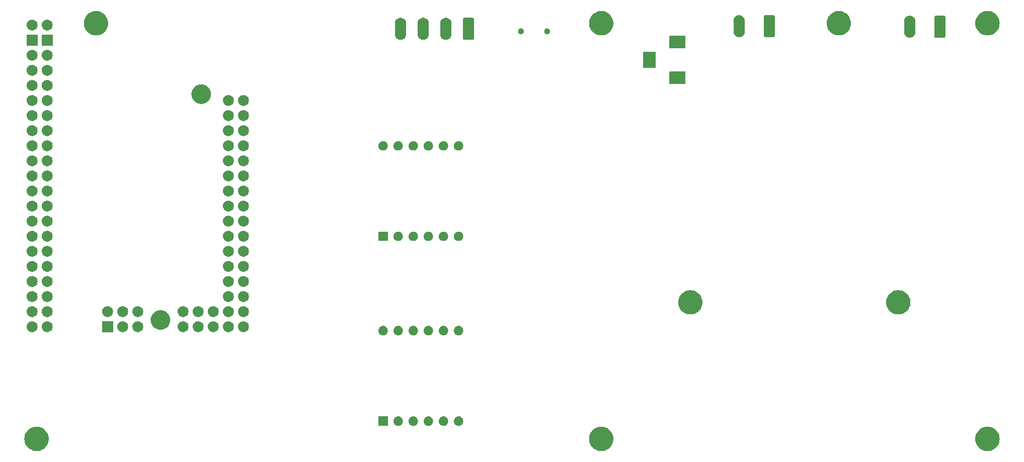
<source format=gbs>
G04 #@! TF.GenerationSoftware,KiCad,Pcbnew,8.0.3*
G04 #@! TF.CreationDate,2024-07-06T19:44:18-04:00*
G04 #@! TF.ProjectId,UMTK,554d544b-2e6b-4696-9361-645f70636258,rev?*
G04 #@! TF.SameCoordinates,Original*
G04 #@! TF.FileFunction,Soldermask,Bot*
G04 #@! TF.FilePolarity,Negative*
%FSLAX46Y46*%
G04 Gerber Fmt 4.6, Leading zero omitted, Abs format (unit mm)*
G04 Created by KiCad (PCBNEW 8.0.3) date 2024-07-06 19:44:18*
%MOMM*%
%LPD*%
G01*
G04 APERTURE LIST*
G04 APERTURE END LIST*
G36*
X25417085Y-92992878D02*
G01*
X25686503Y-93068365D01*
X25943133Y-93179835D01*
X26182195Y-93325212D01*
X26399234Y-93501786D01*
X26590208Y-93706270D01*
X26751560Y-93934853D01*
X26880283Y-94183278D01*
X26973980Y-94446917D01*
X27030906Y-94720858D01*
X27050000Y-95000000D01*
X27030906Y-95279142D01*
X26973980Y-95553083D01*
X26880283Y-95816722D01*
X26751560Y-96065147D01*
X26590208Y-96293730D01*
X26399234Y-96498214D01*
X26182195Y-96674788D01*
X25943133Y-96820165D01*
X25686503Y-96931635D01*
X25417085Y-97007122D01*
X25139897Y-97045221D01*
X24860103Y-97045221D01*
X24582915Y-97007122D01*
X24313497Y-96931635D01*
X24056867Y-96820165D01*
X23817805Y-96674788D01*
X23600766Y-96498214D01*
X23409792Y-96293730D01*
X23248440Y-96065147D01*
X23119717Y-95816722D01*
X23026020Y-95553083D01*
X22969094Y-95279142D01*
X22950000Y-95000000D01*
X22969094Y-94720858D01*
X23026020Y-94446917D01*
X23119717Y-94183278D01*
X23248440Y-93934853D01*
X23409792Y-93706270D01*
X23600766Y-93501786D01*
X23817805Y-93325212D01*
X24056867Y-93179835D01*
X24313497Y-93068365D01*
X24582915Y-92992878D01*
X24860103Y-92954779D01*
X25139897Y-92954779D01*
X25417085Y-92992878D01*
G37*
G36*
X120417085Y-92992878D02*
G01*
X120686503Y-93068365D01*
X120943133Y-93179835D01*
X121182195Y-93325212D01*
X121399234Y-93501786D01*
X121590208Y-93706270D01*
X121751560Y-93934853D01*
X121880283Y-94183278D01*
X121973980Y-94446917D01*
X122030906Y-94720858D01*
X122050000Y-95000000D01*
X122030906Y-95279142D01*
X121973980Y-95553083D01*
X121880283Y-95816722D01*
X121751560Y-96065147D01*
X121590208Y-96293730D01*
X121399234Y-96498214D01*
X121182195Y-96674788D01*
X120943133Y-96820165D01*
X120686503Y-96931635D01*
X120417085Y-97007122D01*
X120139897Y-97045221D01*
X119860103Y-97045221D01*
X119582915Y-97007122D01*
X119313497Y-96931635D01*
X119056867Y-96820165D01*
X118817805Y-96674788D01*
X118600766Y-96498214D01*
X118409792Y-96293730D01*
X118248440Y-96065147D01*
X118119717Y-95816722D01*
X118026020Y-95553083D01*
X117969094Y-95279142D01*
X117950000Y-95000000D01*
X117969094Y-94720858D01*
X118026020Y-94446917D01*
X118119717Y-94183278D01*
X118248440Y-93934853D01*
X118409792Y-93706270D01*
X118600766Y-93501786D01*
X118817805Y-93325212D01*
X119056867Y-93179835D01*
X119313497Y-93068365D01*
X119582915Y-92992878D01*
X119860103Y-92954779D01*
X120139897Y-92954779D01*
X120417085Y-92992878D01*
G37*
G36*
X185417085Y-92992878D02*
G01*
X185686503Y-93068365D01*
X185943133Y-93179835D01*
X186182195Y-93325212D01*
X186399234Y-93501786D01*
X186590208Y-93706270D01*
X186751560Y-93934853D01*
X186880283Y-94183278D01*
X186973980Y-94446917D01*
X187030906Y-94720858D01*
X187050000Y-95000000D01*
X187030906Y-95279142D01*
X186973980Y-95553083D01*
X186880283Y-95816722D01*
X186751560Y-96065147D01*
X186590208Y-96293730D01*
X186399234Y-96498214D01*
X186182195Y-96674788D01*
X185943133Y-96820165D01*
X185686503Y-96931635D01*
X185417085Y-97007122D01*
X185139897Y-97045221D01*
X184860103Y-97045221D01*
X184582915Y-97007122D01*
X184313497Y-96931635D01*
X184056867Y-96820165D01*
X183817805Y-96674788D01*
X183600766Y-96498214D01*
X183409792Y-96293730D01*
X183248440Y-96065147D01*
X183119717Y-95816722D01*
X183026020Y-95553083D01*
X182969094Y-95279142D01*
X182950000Y-95000000D01*
X182969094Y-94720858D01*
X183026020Y-94446917D01*
X183119717Y-94183278D01*
X183248440Y-93934853D01*
X183409792Y-93706270D01*
X183600766Y-93501786D01*
X183817805Y-93325212D01*
X184056867Y-93179835D01*
X184313497Y-93068365D01*
X184582915Y-92992878D01*
X184860103Y-92954779D01*
X185139897Y-92954779D01*
X185417085Y-92992878D01*
G37*
G36*
X84069134Y-91203806D02*
G01*
X84085355Y-91214645D01*
X84096194Y-91230866D01*
X84100000Y-91250000D01*
X84100000Y-92750000D01*
X84096194Y-92769134D01*
X84085355Y-92785355D01*
X84069134Y-92796194D01*
X84050000Y-92800000D01*
X82550000Y-92800000D01*
X82530866Y-92796194D01*
X82514645Y-92785355D01*
X82503806Y-92769134D01*
X82500000Y-92750000D01*
X82500000Y-91250000D01*
X82503806Y-91230866D01*
X82514645Y-91214645D01*
X82530866Y-91203806D01*
X82550000Y-91200000D01*
X84050000Y-91200000D01*
X84069134Y-91203806D01*
G37*
G36*
X85880107Y-91204519D02*
G01*
X85923607Y-91204519D01*
X85972680Y-91214949D01*
X86018017Y-91220058D01*
X86050982Y-91231592D01*
X86087171Y-91239285D01*
X86139321Y-91262504D01*
X86187107Y-91279225D01*
X86211982Y-91294855D01*
X86239931Y-91307299D01*
X86292042Y-91345160D01*
X86338792Y-91374535D01*
X86355580Y-91391323D01*
X86375211Y-91405586D01*
X86423742Y-91459485D01*
X86465465Y-91501208D01*
X86475061Y-91516481D01*
X86487101Y-91529852D01*
X86528288Y-91601190D01*
X86560775Y-91652893D01*
X86564831Y-91664485D01*
X86570712Y-91674671D01*
X86600829Y-91767361D01*
X86619942Y-91821983D01*
X86620666Y-91828414D01*
X86622383Y-91833697D01*
X86637946Y-91981773D01*
X86640000Y-92000000D01*
X86637946Y-92018228D01*
X86622383Y-92166302D01*
X86620666Y-92171583D01*
X86619942Y-92178017D01*
X86600824Y-92232651D01*
X86570712Y-92325328D01*
X86564832Y-92335512D01*
X86560775Y-92347107D01*
X86528280Y-92398820D01*
X86487101Y-92470147D01*
X86475063Y-92483515D01*
X86465465Y-92498792D01*
X86423733Y-92540523D01*
X86375211Y-92594413D01*
X86355584Y-92608672D01*
X86338792Y-92625465D01*
X86292032Y-92654846D01*
X86239931Y-92692700D01*
X86211988Y-92705141D01*
X86187107Y-92720775D01*
X86139310Y-92737499D01*
X86087171Y-92760714D01*
X86050987Y-92768405D01*
X86018017Y-92779942D01*
X85972677Y-92785050D01*
X85923607Y-92795481D01*
X85880107Y-92795481D01*
X85840000Y-92800000D01*
X85799893Y-92795481D01*
X85756393Y-92795481D01*
X85707321Y-92785050D01*
X85661983Y-92779942D01*
X85629013Y-92768405D01*
X85592828Y-92760714D01*
X85540684Y-92737497D01*
X85492893Y-92720775D01*
X85468014Y-92705142D01*
X85440068Y-92692700D01*
X85387960Y-92654841D01*
X85341208Y-92625465D01*
X85324418Y-92608675D01*
X85304788Y-92594413D01*
X85256256Y-92540513D01*
X85214535Y-92498792D01*
X85204938Y-92483519D01*
X85192898Y-92470147D01*
X85151706Y-92398801D01*
X85119225Y-92347107D01*
X85115169Y-92335516D01*
X85109287Y-92325328D01*
X85079161Y-92232611D01*
X85060058Y-92178017D01*
X85059333Y-92171588D01*
X85057616Y-92166302D01*
X85042038Y-92018096D01*
X85040000Y-92000000D01*
X85042038Y-91981905D01*
X85057616Y-91833697D01*
X85059333Y-91828410D01*
X85060058Y-91821983D01*
X85079156Y-91767401D01*
X85109287Y-91674671D01*
X85115170Y-91664480D01*
X85119225Y-91652893D01*
X85151699Y-91601209D01*
X85192898Y-91529852D01*
X85204940Y-91516477D01*
X85214535Y-91501208D01*
X85256247Y-91459495D01*
X85304788Y-91405586D01*
X85324421Y-91391321D01*
X85341208Y-91374535D01*
X85387954Y-91345162D01*
X85440069Y-91307299D01*
X85468017Y-91294855D01*
X85492893Y-91279225D01*
X85540675Y-91262505D01*
X85592828Y-91239285D01*
X85629019Y-91231592D01*
X85661983Y-91220058D01*
X85707318Y-91214949D01*
X85756393Y-91204519D01*
X85799893Y-91204519D01*
X85840000Y-91200000D01*
X85880107Y-91204519D01*
G37*
G36*
X88420107Y-91204519D02*
G01*
X88463607Y-91204519D01*
X88512680Y-91214949D01*
X88558017Y-91220058D01*
X88590982Y-91231592D01*
X88627171Y-91239285D01*
X88679321Y-91262504D01*
X88727107Y-91279225D01*
X88751982Y-91294855D01*
X88779931Y-91307299D01*
X88832042Y-91345160D01*
X88878792Y-91374535D01*
X88895580Y-91391323D01*
X88915211Y-91405586D01*
X88963742Y-91459485D01*
X89005465Y-91501208D01*
X89015061Y-91516481D01*
X89027101Y-91529852D01*
X89068288Y-91601190D01*
X89100775Y-91652893D01*
X89104831Y-91664485D01*
X89110712Y-91674671D01*
X89140829Y-91767361D01*
X89159942Y-91821983D01*
X89160666Y-91828414D01*
X89162383Y-91833697D01*
X89177946Y-91981773D01*
X89180000Y-92000000D01*
X89177946Y-92018228D01*
X89162383Y-92166302D01*
X89160666Y-92171583D01*
X89159942Y-92178017D01*
X89140824Y-92232651D01*
X89110712Y-92325328D01*
X89104832Y-92335512D01*
X89100775Y-92347107D01*
X89068280Y-92398820D01*
X89027101Y-92470147D01*
X89015063Y-92483515D01*
X89005465Y-92498792D01*
X88963733Y-92540523D01*
X88915211Y-92594413D01*
X88895584Y-92608672D01*
X88878792Y-92625465D01*
X88832032Y-92654846D01*
X88779931Y-92692700D01*
X88751988Y-92705141D01*
X88727107Y-92720775D01*
X88679310Y-92737499D01*
X88627171Y-92760714D01*
X88590987Y-92768405D01*
X88558017Y-92779942D01*
X88512677Y-92785050D01*
X88463607Y-92795481D01*
X88420107Y-92795481D01*
X88380000Y-92800000D01*
X88339893Y-92795481D01*
X88296393Y-92795481D01*
X88247321Y-92785050D01*
X88201983Y-92779942D01*
X88169013Y-92768405D01*
X88132828Y-92760714D01*
X88080684Y-92737497D01*
X88032893Y-92720775D01*
X88008014Y-92705142D01*
X87980068Y-92692700D01*
X87927960Y-92654841D01*
X87881208Y-92625465D01*
X87864418Y-92608675D01*
X87844788Y-92594413D01*
X87796256Y-92540513D01*
X87754535Y-92498792D01*
X87744938Y-92483519D01*
X87732898Y-92470147D01*
X87691706Y-92398801D01*
X87659225Y-92347107D01*
X87655169Y-92335516D01*
X87649287Y-92325328D01*
X87619161Y-92232611D01*
X87600058Y-92178017D01*
X87599333Y-92171588D01*
X87597616Y-92166302D01*
X87582038Y-92018096D01*
X87580000Y-92000000D01*
X87582038Y-91981905D01*
X87597616Y-91833697D01*
X87599333Y-91828410D01*
X87600058Y-91821983D01*
X87619156Y-91767401D01*
X87649287Y-91674671D01*
X87655170Y-91664480D01*
X87659225Y-91652893D01*
X87691699Y-91601209D01*
X87732898Y-91529852D01*
X87744940Y-91516477D01*
X87754535Y-91501208D01*
X87796247Y-91459495D01*
X87844788Y-91405586D01*
X87864421Y-91391321D01*
X87881208Y-91374535D01*
X87927954Y-91345162D01*
X87980069Y-91307299D01*
X88008017Y-91294855D01*
X88032893Y-91279225D01*
X88080675Y-91262505D01*
X88132828Y-91239285D01*
X88169019Y-91231592D01*
X88201983Y-91220058D01*
X88247318Y-91214949D01*
X88296393Y-91204519D01*
X88339893Y-91204519D01*
X88380000Y-91200000D01*
X88420107Y-91204519D01*
G37*
G36*
X90960107Y-91204519D02*
G01*
X91003607Y-91204519D01*
X91052680Y-91214949D01*
X91098017Y-91220058D01*
X91130982Y-91231592D01*
X91167171Y-91239285D01*
X91219321Y-91262504D01*
X91267107Y-91279225D01*
X91291982Y-91294855D01*
X91319931Y-91307299D01*
X91372042Y-91345160D01*
X91418792Y-91374535D01*
X91435580Y-91391323D01*
X91455211Y-91405586D01*
X91503742Y-91459485D01*
X91545465Y-91501208D01*
X91555061Y-91516481D01*
X91567101Y-91529852D01*
X91608288Y-91601190D01*
X91640775Y-91652893D01*
X91644831Y-91664485D01*
X91650712Y-91674671D01*
X91680829Y-91767361D01*
X91699942Y-91821983D01*
X91700666Y-91828414D01*
X91702383Y-91833697D01*
X91717946Y-91981773D01*
X91720000Y-92000000D01*
X91717946Y-92018228D01*
X91702383Y-92166302D01*
X91700666Y-92171583D01*
X91699942Y-92178017D01*
X91680824Y-92232651D01*
X91650712Y-92325328D01*
X91644832Y-92335512D01*
X91640775Y-92347107D01*
X91608280Y-92398820D01*
X91567101Y-92470147D01*
X91555063Y-92483515D01*
X91545465Y-92498792D01*
X91503733Y-92540523D01*
X91455211Y-92594413D01*
X91435584Y-92608672D01*
X91418792Y-92625465D01*
X91372032Y-92654846D01*
X91319931Y-92692700D01*
X91291988Y-92705141D01*
X91267107Y-92720775D01*
X91219310Y-92737499D01*
X91167171Y-92760714D01*
X91130987Y-92768405D01*
X91098017Y-92779942D01*
X91052677Y-92785050D01*
X91003607Y-92795481D01*
X90960107Y-92795481D01*
X90920000Y-92800000D01*
X90879893Y-92795481D01*
X90836393Y-92795481D01*
X90787321Y-92785050D01*
X90741983Y-92779942D01*
X90709013Y-92768405D01*
X90672828Y-92760714D01*
X90620684Y-92737497D01*
X90572893Y-92720775D01*
X90548014Y-92705142D01*
X90520068Y-92692700D01*
X90467960Y-92654841D01*
X90421208Y-92625465D01*
X90404418Y-92608675D01*
X90384788Y-92594413D01*
X90336256Y-92540513D01*
X90294535Y-92498792D01*
X90284938Y-92483519D01*
X90272898Y-92470147D01*
X90231706Y-92398801D01*
X90199225Y-92347107D01*
X90195169Y-92335516D01*
X90189287Y-92325328D01*
X90159161Y-92232611D01*
X90140058Y-92178017D01*
X90139333Y-92171588D01*
X90137616Y-92166302D01*
X90122038Y-92018096D01*
X90120000Y-92000000D01*
X90122038Y-91981905D01*
X90137616Y-91833697D01*
X90139333Y-91828410D01*
X90140058Y-91821983D01*
X90159156Y-91767401D01*
X90189287Y-91674671D01*
X90195170Y-91664480D01*
X90199225Y-91652893D01*
X90231699Y-91601209D01*
X90272898Y-91529852D01*
X90284940Y-91516477D01*
X90294535Y-91501208D01*
X90336247Y-91459495D01*
X90384788Y-91405586D01*
X90404421Y-91391321D01*
X90421208Y-91374535D01*
X90467954Y-91345162D01*
X90520069Y-91307299D01*
X90548017Y-91294855D01*
X90572893Y-91279225D01*
X90620675Y-91262505D01*
X90672828Y-91239285D01*
X90709019Y-91231592D01*
X90741983Y-91220058D01*
X90787318Y-91214949D01*
X90836393Y-91204519D01*
X90879893Y-91204519D01*
X90920000Y-91200000D01*
X90960107Y-91204519D01*
G37*
G36*
X93500107Y-91204519D02*
G01*
X93543607Y-91204519D01*
X93592680Y-91214949D01*
X93638017Y-91220058D01*
X93670982Y-91231592D01*
X93707171Y-91239285D01*
X93759321Y-91262504D01*
X93807107Y-91279225D01*
X93831982Y-91294855D01*
X93859931Y-91307299D01*
X93912042Y-91345160D01*
X93958792Y-91374535D01*
X93975580Y-91391323D01*
X93995211Y-91405586D01*
X94043742Y-91459485D01*
X94085465Y-91501208D01*
X94095061Y-91516481D01*
X94107101Y-91529852D01*
X94148288Y-91601190D01*
X94180775Y-91652893D01*
X94184831Y-91664485D01*
X94190712Y-91674671D01*
X94220829Y-91767361D01*
X94239942Y-91821983D01*
X94240666Y-91828414D01*
X94242383Y-91833697D01*
X94257946Y-91981773D01*
X94260000Y-92000000D01*
X94257946Y-92018228D01*
X94242383Y-92166302D01*
X94240666Y-92171583D01*
X94239942Y-92178017D01*
X94220824Y-92232651D01*
X94190712Y-92325328D01*
X94184832Y-92335512D01*
X94180775Y-92347107D01*
X94148280Y-92398820D01*
X94107101Y-92470147D01*
X94095063Y-92483515D01*
X94085465Y-92498792D01*
X94043733Y-92540523D01*
X93995211Y-92594413D01*
X93975584Y-92608672D01*
X93958792Y-92625465D01*
X93912032Y-92654846D01*
X93859931Y-92692700D01*
X93831988Y-92705141D01*
X93807107Y-92720775D01*
X93759310Y-92737499D01*
X93707171Y-92760714D01*
X93670987Y-92768405D01*
X93638017Y-92779942D01*
X93592677Y-92785050D01*
X93543607Y-92795481D01*
X93500107Y-92795481D01*
X93460000Y-92800000D01*
X93419893Y-92795481D01*
X93376393Y-92795481D01*
X93327321Y-92785050D01*
X93281983Y-92779942D01*
X93249013Y-92768405D01*
X93212828Y-92760714D01*
X93160684Y-92737497D01*
X93112893Y-92720775D01*
X93088014Y-92705142D01*
X93060068Y-92692700D01*
X93007960Y-92654841D01*
X92961208Y-92625465D01*
X92944418Y-92608675D01*
X92924788Y-92594413D01*
X92876256Y-92540513D01*
X92834535Y-92498792D01*
X92824938Y-92483519D01*
X92812898Y-92470147D01*
X92771706Y-92398801D01*
X92739225Y-92347107D01*
X92735169Y-92335516D01*
X92729287Y-92325328D01*
X92699161Y-92232611D01*
X92680058Y-92178017D01*
X92679333Y-92171588D01*
X92677616Y-92166302D01*
X92662038Y-92018096D01*
X92660000Y-92000000D01*
X92662038Y-91981905D01*
X92677616Y-91833697D01*
X92679333Y-91828410D01*
X92680058Y-91821983D01*
X92699156Y-91767401D01*
X92729287Y-91674671D01*
X92735170Y-91664480D01*
X92739225Y-91652893D01*
X92771699Y-91601209D01*
X92812898Y-91529852D01*
X92824940Y-91516477D01*
X92834535Y-91501208D01*
X92876247Y-91459495D01*
X92924788Y-91405586D01*
X92944421Y-91391321D01*
X92961208Y-91374535D01*
X93007954Y-91345162D01*
X93060069Y-91307299D01*
X93088017Y-91294855D01*
X93112893Y-91279225D01*
X93160675Y-91262505D01*
X93212828Y-91239285D01*
X93249019Y-91231592D01*
X93281983Y-91220058D01*
X93327318Y-91214949D01*
X93376393Y-91204519D01*
X93419893Y-91204519D01*
X93460000Y-91200000D01*
X93500107Y-91204519D01*
G37*
G36*
X96040107Y-91204519D02*
G01*
X96083607Y-91204519D01*
X96132680Y-91214949D01*
X96178017Y-91220058D01*
X96210982Y-91231592D01*
X96247171Y-91239285D01*
X96299321Y-91262504D01*
X96347107Y-91279225D01*
X96371982Y-91294855D01*
X96399931Y-91307299D01*
X96452042Y-91345160D01*
X96498792Y-91374535D01*
X96515580Y-91391323D01*
X96535211Y-91405586D01*
X96583742Y-91459485D01*
X96625465Y-91501208D01*
X96635061Y-91516481D01*
X96647101Y-91529852D01*
X96688288Y-91601190D01*
X96720775Y-91652893D01*
X96724831Y-91664485D01*
X96730712Y-91674671D01*
X96760829Y-91767361D01*
X96779942Y-91821983D01*
X96780666Y-91828414D01*
X96782383Y-91833697D01*
X96797946Y-91981773D01*
X96800000Y-92000000D01*
X96797946Y-92018228D01*
X96782383Y-92166302D01*
X96780666Y-92171583D01*
X96779942Y-92178017D01*
X96760824Y-92232651D01*
X96730712Y-92325328D01*
X96724832Y-92335512D01*
X96720775Y-92347107D01*
X96688280Y-92398820D01*
X96647101Y-92470147D01*
X96635063Y-92483515D01*
X96625465Y-92498792D01*
X96583733Y-92540523D01*
X96535211Y-92594413D01*
X96515584Y-92608672D01*
X96498792Y-92625465D01*
X96452032Y-92654846D01*
X96399931Y-92692700D01*
X96371988Y-92705141D01*
X96347107Y-92720775D01*
X96299310Y-92737499D01*
X96247171Y-92760714D01*
X96210987Y-92768405D01*
X96178017Y-92779942D01*
X96132677Y-92785050D01*
X96083607Y-92795481D01*
X96040107Y-92795481D01*
X96000000Y-92800000D01*
X95959893Y-92795481D01*
X95916393Y-92795481D01*
X95867321Y-92785050D01*
X95821983Y-92779942D01*
X95789013Y-92768405D01*
X95752828Y-92760714D01*
X95700684Y-92737497D01*
X95652893Y-92720775D01*
X95628014Y-92705142D01*
X95600068Y-92692700D01*
X95547960Y-92654841D01*
X95501208Y-92625465D01*
X95484418Y-92608675D01*
X95464788Y-92594413D01*
X95416256Y-92540513D01*
X95374535Y-92498792D01*
X95364938Y-92483519D01*
X95352898Y-92470147D01*
X95311706Y-92398801D01*
X95279225Y-92347107D01*
X95275169Y-92335516D01*
X95269287Y-92325328D01*
X95239161Y-92232611D01*
X95220058Y-92178017D01*
X95219333Y-92171588D01*
X95217616Y-92166302D01*
X95202038Y-92018096D01*
X95200000Y-92000000D01*
X95202038Y-91981905D01*
X95217616Y-91833697D01*
X95219333Y-91828410D01*
X95220058Y-91821983D01*
X95239156Y-91767401D01*
X95269287Y-91674671D01*
X95275170Y-91664480D01*
X95279225Y-91652893D01*
X95311699Y-91601209D01*
X95352898Y-91529852D01*
X95364940Y-91516477D01*
X95374535Y-91501208D01*
X95416247Y-91459495D01*
X95464788Y-91405586D01*
X95484421Y-91391321D01*
X95501208Y-91374535D01*
X95547954Y-91345162D01*
X95600069Y-91307299D01*
X95628017Y-91294855D01*
X95652893Y-91279225D01*
X95700675Y-91262505D01*
X95752828Y-91239285D01*
X95789019Y-91231592D01*
X95821983Y-91220058D01*
X95867318Y-91214949D01*
X95916393Y-91204519D01*
X95959893Y-91204519D01*
X96000000Y-91200000D01*
X96040107Y-91204519D01*
G37*
G36*
X83340107Y-75964519D02*
G01*
X83383607Y-75964519D01*
X83432680Y-75974949D01*
X83478017Y-75980058D01*
X83510982Y-75991592D01*
X83547171Y-75999285D01*
X83599321Y-76022504D01*
X83647107Y-76039225D01*
X83671982Y-76054855D01*
X83699931Y-76067299D01*
X83752042Y-76105160D01*
X83798792Y-76134535D01*
X83815580Y-76151323D01*
X83835211Y-76165586D01*
X83883742Y-76219485D01*
X83925465Y-76261208D01*
X83935061Y-76276481D01*
X83947101Y-76289852D01*
X83988288Y-76361190D01*
X84020775Y-76412893D01*
X84024831Y-76424485D01*
X84030712Y-76434671D01*
X84060829Y-76527361D01*
X84079942Y-76581983D01*
X84080666Y-76588414D01*
X84082383Y-76593697D01*
X84097946Y-76741773D01*
X84100000Y-76760000D01*
X84097946Y-76778228D01*
X84082383Y-76926302D01*
X84080666Y-76931583D01*
X84079942Y-76938017D01*
X84060824Y-76992651D01*
X84030712Y-77085328D01*
X84024832Y-77095512D01*
X84020775Y-77107107D01*
X83988280Y-77158820D01*
X83947101Y-77230147D01*
X83935063Y-77243515D01*
X83925465Y-77258792D01*
X83883733Y-77300523D01*
X83835211Y-77354413D01*
X83815584Y-77368672D01*
X83798792Y-77385465D01*
X83752032Y-77414846D01*
X83699931Y-77452700D01*
X83671988Y-77465141D01*
X83647107Y-77480775D01*
X83599310Y-77497499D01*
X83547171Y-77520714D01*
X83510987Y-77528405D01*
X83478017Y-77539942D01*
X83432677Y-77545050D01*
X83383607Y-77555481D01*
X83340107Y-77555481D01*
X83300000Y-77560000D01*
X83259893Y-77555481D01*
X83216393Y-77555481D01*
X83167321Y-77545050D01*
X83121983Y-77539942D01*
X83089013Y-77528405D01*
X83052828Y-77520714D01*
X83000684Y-77497497D01*
X82952893Y-77480775D01*
X82928014Y-77465142D01*
X82900068Y-77452700D01*
X82847960Y-77414841D01*
X82801208Y-77385465D01*
X82784418Y-77368675D01*
X82764788Y-77354413D01*
X82716256Y-77300513D01*
X82674535Y-77258792D01*
X82664938Y-77243519D01*
X82652898Y-77230147D01*
X82611706Y-77158801D01*
X82579225Y-77107107D01*
X82575169Y-77095516D01*
X82569287Y-77085328D01*
X82539161Y-76992611D01*
X82520058Y-76938017D01*
X82519333Y-76931588D01*
X82517616Y-76926302D01*
X82502038Y-76778096D01*
X82500000Y-76760000D01*
X82502038Y-76741905D01*
X82517616Y-76593697D01*
X82519333Y-76588410D01*
X82520058Y-76581983D01*
X82539156Y-76527401D01*
X82569287Y-76434671D01*
X82575170Y-76424480D01*
X82579225Y-76412893D01*
X82611699Y-76361209D01*
X82652898Y-76289852D01*
X82664940Y-76276477D01*
X82674535Y-76261208D01*
X82716247Y-76219495D01*
X82764788Y-76165586D01*
X82784421Y-76151321D01*
X82801208Y-76134535D01*
X82847954Y-76105162D01*
X82900069Y-76067299D01*
X82928017Y-76054855D01*
X82952893Y-76039225D01*
X83000675Y-76022505D01*
X83052828Y-75999285D01*
X83089019Y-75991592D01*
X83121983Y-75980058D01*
X83167318Y-75974949D01*
X83216393Y-75964519D01*
X83259893Y-75964519D01*
X83300000Y-75960000D01*
X83340107Y-75964519D01*
G37*
G36*
X85880107Y-75964519D02*
G01*
X85923607Y-75964519D01*
X85972680Y-75974949D01*
X86018017Y-75980058D01*
X86050982Y-75991592D01*
X86087171Y-75999285D01*
X86139321Y-76022504D01*
X86187107Y-76039225D01*
X86211982Y-76054855D01*
X86239931Y-76067299D01*
X86292042Y-76105160D01*
X86338792Y-76134535D01*
X86355580Y-76151323D01*
X86375211Y-76165586D01*
X86423742Y-76219485D01*
X86465465Y-76261208D01*
X86475061Y-76276481D01*
X86487101Y-76289852D01*
X86528288Y-76361190D01*
X86560775Y-76412893D01*
X86564831Y-76424485D01*
X86570712Y-76434671D01*
X86600829Y-76527361D01*
X86619942Y-76581983D01*
X86620666Y-76588414D01*
X86622383Y-76593697D01*
X86637946Y-76741773D01*
X86640000Y-76760000D01*
X86637946Y-76778228D01*
X86622383Y-76926302D01*
X86620666Y-76931583D01*
X86619942Y-76938017D01*
X86600824Y-76992651D01*
X86570712Y-77085328D01*
X86564832Y-77095512D01*
X86560775Y-77107107D01*
X86528280Y-77158820D01*
X86487101Y-77230147D01*
X86475063Y-77243515D01*
X86465465Y-77258792D01*
X86423733Y-77300523D01*
X86375211Y-77354413D01*
X86355584Y-77368672D01*
X86338792Y-77385465D01*
X86292032Y-77414846D01*
X86239931Y-77452700D01*
X86211988Y-77465141D01*
X86187107Y-77480775D01*
X86139310Y-77497499D01*
X86087171Y-77520714D01*
X86050987Y-77528405D01*
X86018017Y-77539942D01*
X85972677Y-77545050D01*
X85923607Y-77555481D01*
X85880107Y-77555481D01*
X85840000Y-77560000D01*
X85799893Y-77555481D01*
X85756393Y-77555481D01*
X85707321Y-77545050D01*
X85661983Y-77539942D01*
X85629013Y-77528405D01*
X85592828Y-77520714D01*
X85540684Y-77497497D01*
X85492893Y-77480775D01*
X85468014Y-77465142D01*
X85440068Y-77452700D01*
X85387960Y-77414841D01*
X85341208Y-77385465D01*
X85324418Y-77368675D01*
X85304788Y-77354413D01*
X85256256Y-77300513D01*
X85214535Y-77258792D01*
X85204938Y-77243519D01*
X85192898Y-77230147D01*
X85151706Y-77158801D01*
X85119225Y-77107107D01*
X85115169Y-77095516D01*
X85109287Y-77085328D01*
X85079161Y-76992611D01*
X85060058Y-76938017D01*
X85059333Y-76931588D01*
X85057616Y-76926302D01*
X85042038Y-76778096D01*
X85040000Y-76760000D01*
X85042038Y-76741905D01*
X85057616Y-76593697D01*
X85059333Y-76588410D01*
X85060058Y-76581983D01*
X85079156Y-76527401D01*
X85109287Y-76434671D01*
X85115170Y-76424480D01*
X85119225Y-76412893D01*
X85151699Y-76361209D01*
X85192898Y-76289852D01*
X85204940Y-76276477D01*
X85214535Y-76261208D01*
X85256247Y-76219495D01*
X85304788Y-76165586D01*
X85324421Y-76151321D01*
X85341208Y-76134535D01*
X85387954Y-76105162D01*
X85440069Y-76067299D01*
X85468017Y-76054855D01*
X85492893Y-76039225D01*
X85540675Y-76022505D01*
X85592828Y-75999285D01*
X85629019Y-75991592D01*
X85661983Y-75980058D01*
X85707318Y-75974949D01*
X85756393Y-75964519D01*
X85799893Y-75964519D01*
X85840000Y-75960000D01*
X85880107Y-75964519D01*
G37*
G36*
X88420107Y-75964519D02*
G01*
X88463607Y-75964519D01*
X88512680Y-75974949D01*
X88558017Y-75980058D01*
X88590982Y-75991592D01*
X88627171Y-75999285D01*
X88679321Y-76022504D01*
X88727107Y-76039225D01*
X88751982Y-76054855D01*
X88779931Y-76067299D01*
X88832042Y-76105160D01*
X88878792Y-76134535D01*
X88895580Y-76151323D01*
X88915211Y-76165586D01*
X88963742Y-76219485D01*
X89005465Y-76261208D01*
X89015061Y-76276481D01*
X89027101Y-76289852D01*
X89068288Y-76361190D01*
X89100775Y-76412893D01*
X89104831Y-76424485D01*
X89110712Y-76434671D01*
X89140829Y-76527361D01*
X89159942Y-76581983D01*
X89160666Y-76588414D01*
X89162383Y-76593697D01*
X89177946Y-76741773D01*
X89180000Y-76760000D01*
X89177946Y-76778228D01*
X89162383Y-76926302D01*
X89160666Y-76931583D01*
X89159942Y-76938017D01*
X89140824Y-76992651D01*
X89110712Y-77085328D01*
X89104832Y-77095512D01*
X89100775Y-77107107D01*
X89068280Y-77158820D01*
X89027101Y-77230147D01*
X89015063Y-77243515D01*
X89005465Y-77258792D01*
X88963733Y-77300523D01*
X88915211Y-77354413D01*
X88895584Y-77368672D01*
X88878792Y-77385465D01*
X88832032Y-77414846D01*
X88779931Y-77452700D01*
X88751988Y-77465141D01*
X88727107Y-77480775D01*
X88679310Y-77497499D01*
X88627171Y-77520714D01*
X88590987Y-77528405D01*
X88558017Y-77539942D01*
X88512677Y-77545050D01*
X88463607Y-77555481D01*
X88420107Y-77555481D01*
X88380000Y-77560000D01*
X88339893Y-77555481D01*
X88296393Y-77555481D01*
X88247321Y-77545050D01*
X88201983Y-77539942D01*
X88169013Y-77528405D01*
X88132828Y-77520714D01*
X88080684Y-77497497D01*
X88032893Y-77480775D01*
X88008014Y-77465142D01*
X87980068Y-77452700D01*
X87927960Y-77414841D01*
X87881208Y-77385465D01*
X87864418Y-77368675D01*
X87844788Y-77354413D01*
X87796256Y-77300513D01*
X87754535Y-77258792D01*
X87744938Y-77243519D01*
X87732898Y-77230147D01*
X87691706Y-77158801D01*
X87659225Y-77107107D01*
X87655169Y-77095516D01*
X87649287Y-77085328D01*
X87619161Y-76992611D01*
X87600058Y-76938017D01*
X87599333Y-76931588D01*
X87597616Y-76926302D01*
X87582038Y-76778096D01*
X87580000Y-76760000D01*
X87582038Y-76741905D01*
X87597616Y-76593697D01*
X87599333Y-76588410D01*
X87600058Y-76581983D01*
X87619156Y-76527401D01*
X87649287Y-76434671D01*
X87655170Y-76424480D01*
X87659225Y-76412893D01*
X87691699Y-76361209D01*
X87732898Y-76289852D01*
X87744940Y-76276477D01*
X87754535Y-76261208D01*
X87796247Y-76219495D01*
X87844788Y-76165586D01*
X87864421Y-76151321D01*
X87881208Y-76134535D01*
X87927954Y-76105162D01*
X87980069Y-76067299D01*
X88008017Y-76054855D01*
X88032893Y-76039225D01*
X88080675Y-76022505D01*
X88132828Y-75999285D01*
X88169019Y-75991592D01*
X88201983Y-75980058D01*
X88247318Y-75974949D01*
X88296393Y-75964519D01*
X88339893Y-75964519D01*
X88380000Y-75960000D01*
X88420107Y-75964519D01*
G37*
G36*
X90960107Y-75964519D02*
G01*
X91003607Y-75964519D01*
X91052680Y-75974949D01*
X91098017Y-75980058D01*
X91130982Y-75991592D01*
X91167171Y-75999285D01*
X91219321Y-76022504D01*
X91267107Y-76039225D01*
X91291982Y-76054855D01*
X91319931Y-76067299D01*
X91372042Y-76105160D01*
X91418792Y-76134535D01*
X91435580Y-76151323D01*
X91455211Y-76165586D01*
X91503742Y-76219485D01*
X91545465Y-76261208D01*
X91555061Y-76276481D01*
X91567101Y-76289852D01*
X91608288Y-76361190D01*
X91640775Y-76412893D01*
X91644831Y-76424485D01*
X91650712Y-76434671D01*
X91680829Y-76527361D01*
X91699942Y-76581983D01*
X91700666Y-76588414D01*
X91702383Y-76593697D01*
X91717946Y-76741773D01*
X91720000Y-76760000D01*
X91717946Y-76778228D01*
X91702383Y-76926302D01*
X91700666Y-76931583D01*
X91699942Y-76938017D01*
X91680824Y-76992651D01*
X91650712Y-77085328D01*
X91644832Y-77095512D01*
X91640775Y-77107107D01*
X91608280Y-77158820D01*
X91567101Y-77230147D01*
X91555063Y-77243515D01*
X91545465Y-77258792D01*
X91503733Y-77300523D01*
X91455211Y-77354413D01*
X91435584Y-77368672D01*
X91418792Y-77385465D01*
X91372032Y-77414846D01*
X91319931Y-77452700D01*
X91291988Y-77465141D01*
X91267107Y-77480775D01*
X91219310Y-77497499D01*
X91167171Y-77520714D01*
X91130987Y-77528405D01*
X91098017Y-77539942D01*
X91052677Y-77545050D01*
X91003607Y-77555481D01*
X90960107Y-77555481D01*
X90920000Y-77560000D01*
X90879893Y-77555481D01*
X90836393Y-77555481D01*
X90787321Y-77545050D01*
X90741983Y-77539942D01*
X90709013Y-77528405D01*
X90672828Y-77520714D01*
X90620684Y-77497497D01*
X90572893Y-77480775D01*
X90548014Y-77465142D01*
X90520068Y-77452700D01*
X90467960Y-77414841D01*
X90421208Y-77385465D01*
X90404418Y-77368675D01*
X90384788Y-77354413D01*
X90336256Y-77300513D01*
X90294535Y-77258792D01*
X90284938Y-77243519D01*
X90272898Y-77230147D01*
X90231706Y-77158801D01*
X90199225Y-77107107D01*
X90195169Y-77095516D01*
X90189287Y-77085328D01*
X90159161Y-76992611D01*
X90140058Y-76938017D01*
X90139333Y-76931588D01*
X90137616Y-76926302D01*
X90122038Y-76778096D01*
X90120000Y-76760000D01*
X90122038Y-76741905D01*
X90137616Y-76593697D01*
X90139333Y-76588410D01*
X90140058Y-76581983D01*
X90159156Y-76527401D01*
X90189287Y-76434671D01*
X90195170Y-76424480D01*
X90199225Y-76412893D01*
X90231699Y-76361209D01*
X90272898Y-76289852D01*
X90284940Y-76276477D01*
X90294535Y-76261208D01*
X90336247Y-76219495D01*
X90384788Y-76165586D01*
X90404421Y-76151321D01*
X90421208Y-76134535D01*
X90467954Y-76105162D01*
X90520069Y-76067299D01*
X90548017Y-76054855D01*
X90572893Y-76039225D01*
X90620675Y-76022505D01*
X90672828Y-75999285D01*
X90709019Y-75991592D01*
X90741983Y-75980058D01*
X90787318Y-75974949D01*
X90836393Y-75964519D01*
X90879893Y-75964519D01*
X90920000Y-75960000D01*
X90960107Y-75964519D01*
G37*
G36*
X93500107Y-75964519D02*
G01*
X93543607Y-75964519D01*
X93592680Y-75974949D01*
X93638017Y-75980058D01*
X93670982Y-75991592D01*
X93707171Y-75999285D01*
X93759321Y-76022504D01*
X93807107Y-76039225D01*
X93831982Y-76054855D01*
X93859931Y-76067299D01*
X93912042Y-76105160D01*
X93958792Y-76134535D01*
X93975580Y-76151323D01*
X93995211Y-76165586D01*
X94043742Y-76219485D01*
X94085465Y-76261208D01*
X94095061Y-76276481D01*
X94107101Y-76289852D01*
X94148288Y-76361190D01*
X94180775Y-76412893D01*
X94184831Y-76424485D01*
X94190712Y-76434671D01*
X94220829Y-76527361D01*
X94239942Y-76581983D01*
X94240666Y-76588414D01*
X94242383Y-76593697D01*
X94257946Y-76741773D01*
X94260000Y-76760000D01*
X94257946Y-76778228D01*
X94242383Y-76926302D01*
X94240666Y-76931583D01*
X94239942Y-76938017D01*
X94220824Y-76992651D01*
X94190712Y-77085328D01*
X94184832Y-77095512D01*
X94180775Y-77107107D01*
X94148280Y-77158820D01*
X94107101Y-77230147D01*
X94095063Y-77243515D01*
X94085465Y-77258792D01*
X94043733Y-77300523D01*
X93995211Y-77354413D01*
X93975584Y-77368672D01*
X93958792Y-77385465D01*
X93912032Y-77414846D01*
X93859931Y-77452700D01*
X93831988Y-77465141D01*
X93807107Y-77480775D01*
X93759310Y-77497499D01*
X93707171Y-77520714D01*
X93670987Y-77528405D01*
X93638017Y-77539942D01*
X93592677Y-77545050D01*
X93543607Y-77555481D01*
X93500107Y-77555481D01*
X93460000Y-77560000D01*
X93419893Y-77555481D01*
X93376393Y-77555481D01*
X93327321Y-77545050D01*
X93281983Y-77539942D01*
X93249013Y-77528405D01*
X93212828Y-77520714D01*
X93160684Y-77497497D01*
X93112893Y-77480775D01*
X93088014Y-77465142D01*
X93060068Y-77452700D01*
X93007960Y-77414841D01*
X92961208Y-77385465D01*
X92944418Y-77368675D01*
X92924788Y-77354413D01*
X92876256Y-77300513D01*
X92834535Y-77258792D01*
X92824938Y-77243519D01*
X92812898Y-77230147D01*
X92771706Y-77158801D01*
X92739225Y-77107107D01*
X92735169Y-77095516D01*
X92729287Y-77085328D01*
X92699161Y-76992611D01*
X92680058Y-76938017D01*
X92679333Y-76931588D01*
X92677616Y-76926302D01*
X92662038Y-76778096D01*
X92660000Y-76760000D01*
X92662038Y-76741905D01*
X92677616Y-76593697D01*
X92679333Y-76588410D01*
X92680058Y-76581983D01*
X92699156Y-76527401D01*
X92729287Y-76434671D01*
X92735170Y-76424480D01*
X92739225Y-76412893D01*
X92771699Y-76361209D01*
X92812898Y-76289852D01*
X92824940Y-76276477D01*
X92834535Y-76261208D01*
X92876247Y-76219495D01*
X92924788Y-76165586D01*
X92944421Y-76151321D01*
X92961208Y-76134535D01*
X93007954Y-76105162D01*
X93060069Y-76067299D01*
X93088017Y-76054855D01*
X93112893Y-76039225D01*
X93160675Y-76022505D01*
X93212828Y-75999285D01*
X93249019Y-75991592D01*
X93281983Y-75980058D01*
X93327318Y-75974949D01*
X93376393Y-75964519D01*
X93419893Y-75964519D01*
X93460000Y-75960000D01*
X93500107Y-75964519D01*
G37*
G36*
X96040107Y-75964519D02*
G01*
X96083607Y-75964519D01*
X96132680Y-75974949D01*
X96178017Y-75980058D01*
X96210982Y-75991592D01*
X96247171Y-75999285D01*
X96299321Y-76022504D01*
X96347107Y-76039225D01*
X96371982Y-76054855D01*
X96399931Y-76067299D01*
X96452042Y-76105160D01*
X96498792Y-76134535D01*
X96515580Y-76151323D01*
X96535211Y-76165586D01*
X96583742Y-76219485D01*
X96625465Y-76261208D01*
X96635061Y-76276481D01*
X96647101Y-76289852D01*
X96688288Y-76361190D01*
X96720775Y-76412893D01*
X96724831Y-76424485D01*
X96730712Y-76434671D01*
X96760829Y-76527361D01*
X96779942Y-76581983D01*
X96780666Y-76588414D01*
X96782383Y-76593697D01*
X96797946Y-76741773D01*
X96800000Y-76760000D01*
X96797946Y-76778228D01*
X96782383Y-76926302D01*
X96780666Y-76931583D01*
X96779942Y-76938017D01*
X96760824Y-76992651D01*
X96730712Y-77085328D01*
X96724832Y-77095512D01*
X96720775Y-77107107D01*
X96688280Y-77158820D01*
X96647101Y-77230147D01*
X96635063Y-77243515D01*
X96625465Y-77258792D01*
X96583733Y-77300523D01*
X96535211Y-77354413D01*
X96515584Y-77368672D01*
X96498792Y-77385465D01*
X96452032Y-77414846D01*
X96399931Y-77452700D01*
X96371988Y-77465141D01*
X96347107Y-77480775D01*
X96299310Y-77497499D01*
X96247171Y-77520714D01*
X96210987Y-77528405D01*
X96178017Y-77539942D01*
X96132677Y-77545050D01*
X96083607Y-77555481D01*
X96040107Y-77555481D01*
X96000000Y-77560000D01*
X95959893Y-77555481D01*
X95916393Y-77555481D01*
X95867321Y-77545050D01*
X95821983Y-77539942D01*
X95789013Y-77528405D01*
X95752828Y-77520714D01*
X95700684Y-77497497D01*
X95652893Y-77480775D01*
X95628014Y-77465142D01*
X95600068Y-77452700D01*
X95547960Y-77414841D01*
X95501208Y-77385465D01*
X95484418Y-77368675D01*
X95464788Y-77354413D01*
X95416256Y-77300513D01*
X95374535Y-77258792D01*
X95364938Y-77243519D01*
X95352898Y-77230147D01*
X95311706Y-77158801D01*
X95279225Y-77107107D01*
X95275169Y-77095516D01*
X95269287Y-77085328D01*
X95239161Y-76992611D01*
X95220058Y-76938017D01*
X95219333Y-76931588D01*
X95217616Y-76926302D01*
X95202038Y-76778096D01*
X95200000Y-76760000D01*
X95202038Y-76741905D01*
X95217616Y-76593697D01*
X95219333Y-76588410D01*
X95220058Y-76581983D01*
X95239156Y-76527401D01*
X95269287Y-76434671D01*
X95275170Y-76424480D01*
X95279225Y-76412893D01*
X95311699Y-76361209D01*
X95352898Y-76289852D01*
X95364940Y-76276477D01*
X95374535Y-76261208D01*
X95416247Y-76219495D01*
X95464788Y-76165586D01*
X95484421Y-76151321D01*
X95501208Y-76134535D01*
X95547954Y-76105162D01*
X95600069Y-76067299D01*
X95628017Y-76054855D01*
X95652893Y-76039225D01*
X95700675Y-76022505D01*
X95752828Y-75999285D01*
X95789019Y-75991592D01*
X95821983Y-75980058D01*
X95867318Y-75974949D01*
X95916393Y-75964519D01*
X95959893Y-75964519D01*
X96000000Y-75960000D01*
X96040107Y-75964519D01*
G37*
G36*
X37838734Y-75197206D02*
G01*
X37854955Y-75208045D01*
X37865794Y-75224266D01*
X37869600Y-75243400D01*
X37869600Y-76970600D01*
X37865794Y-76989734D01*
X37854955Y-77005955D01*
X37838734Y-77016794D01*
X37819600Y-77020600D01*
X36092400Y-77020600D01*
X36073266Y-77016794D01*
X36057045Y-77005955D01*
X36046206Y-76989734D01*
X36042400Y-76970600D01*
X36042400Y-75243400D01*
X36046206Y-75224266D01*
X36057045Y-75208045D01*
X36073266Y-75197206D01*
X36092400Y-75193400D01*
X37819600Y-75193400D01*
X37838734Y-75197206D01*
G37*
G36*
X24538318Y-75238115D02*
G01*
X24712800Y-75315799D01*
X24867318Y-75428063D01*
X24995118Y-75569999D01*
X25090615Y-75735405D01*
X25149636Y-75917052D01*
X25169600Y-76107000D01*
X25149636Y-76296948D01*
X25090615Y-76478595D01*
X24995118Y-76644001D01*
X24867318Y-76785937D01*
X24712800Y-76898201D01*
X24538318Y-76975885D01*
X24351497Y-77015595D01*
X24160503Y-77015595D01*
X23973682Y-76975885D01*
X23799200Y-76898201D01*
X23644682Y-76785937D01*
X23516882Y-76644001D01*
X23421385Y-76478595D01*
X23362364Y-76296948D01*
X23342400Y-76107000D01*
X23362364Y-75917052D01*
X23421385Y-75735405D01*
X23516882Y-75569999D01*
X23644682Y-75428063D01*
X23799200Y-75315799D01*
X23973682Y-75238115D01*
X24160503Y-75198405D01*
X24351497Y-75198405D01*
X24538318Y-75238115D01*
G37*
G36*
X27078318Y-75238115D02*
G01*
X27252800Y-75315799D01*
X27407318Y-75428063D01*
X27535118Y-75569999D01*
X27630615Y-75735405D01*
X27689636Y-75917052D01*
X27709600Y-76107000D01*
X27689636Y-76296948D01*
X27630615Y-76478595D01*
X27535118Y-76644001D01*
X27407318Y-76785937D01*
X27252800Y-76898201D01*
X27078318Y-76975885D01*
X26891497Y-77015595D01*
X26700503Y-77015595D01*
X26513682Y-76975885D01*
X26339200Y-76898201D01*
X26184682Y-76785937D01*
X26056882Y-76644001D01*
X25961385Y-76478595D01*
X25902364Y-76296948D01*
X25882400Y-76107000D01*
X25902364Y-75917052D01*
X25961385Y-75735405D01*
X26056882Y-75569999D01*
X26184682Y-75428063D01*
X26339200Y-75315799D01*
X26513682Y-75238115D01*
X26700503Y-75198405D01*
X26891497Y-75198405D01*
X27078318Y-75238115D01*
G37*
G36*
X39778318Y-75238115D02*
G01*
X39952800Y-75315799D01*
X40107318Y-75428063D01*
X40235118Y-75569999D01*
X40330615Y-75735405D01*
X40389636Y-75917052D01*
X40409600Y-76107000D01*
X40389636Y-76296948D01*
X40330615Y-76478595D01*
X40235118Y-76644001D01*
X40107318Y-76785937D01*
X39952800Y-76898201D01*
X39778318Y-76975885D01*
X39591497Y-77015595D01*
X39400503Y-77015595D01*
X39213682Y-76975885D01*
X39039200Y-76898201D01*
X38884682Y-76785937D01*
X38756882Y-76644001D01*
X38661385Y-76478595D01*
X38602364Y-76296948D01*
X38582400Y-76107000D01*
X38602364Y-75917052D01*
X38661385Y-75735405D01*
X38756882Y-75569999D01*
X38884682Y-75428063D01*
X39039200Y-75315799D01*
X39213682Y-75238115D01*
X39400503Y-75198405D01*
X39591497Y-75198405D01*
X39778318Y-75238115D01*
G37*
G36*
X42318318Y-75238115D02*
G01*
X42492800Y-75315799D01*
X42647318Y-75428063D01*
X42775118Y-75569999D01*
X42870615Y-75735405D01*
X42929636Y-75917052D01*
X42949600Y-76107000D01*
X42929636Y-76296948D01*
X42870615Y-76478595D01*
X42775118Y-76644001D01*
X42647318Y-76785937D01*
X42492800Y-76898201D01*
X42318318Y-76975885D01*
X42131497Y-77015595D01*
X41940503Y-77015595D01*
X41753682Y-76975885D01*
X41579200Y-76898201D01*
X41424682Y-76785937D01*
X41296882Y-76644001D01*
X41201385Y-76478595D01*
X41142364Y-76296948D01*
X41122400Y-76107000D01*
X41142364Y-75917052D01*
X41201385Y-75735405D01*
X41296882Y-75569999D01*
X41424682Y-75428063D01*
X41579200Y-75315799D01*
X41753682Y-75238115D01*
X41940503Y-75198405D01*
X42131497Y-75198405D01*
X42318318Y-75238115D01*
G37*
G36*
X49938318Y-75238115D02*
G01*
X50112800Y-75315799D01*
X50267318Y-75428063D01*
X50395118Y-75569999D01*
X50490615Y-75735405D01*
X50549636Y-75917052D01*
X50569600Y-76107000D01*
X50549636Y-76296948D01*
X50490615Y-76478595D01*
X50395118Y-76644001D01*
X50267318Y-76785937D01*
X50112800Y-76898201D01*
X49938318Y-76975885D01*
X49751497Y-77015595D01*
X49560503Y-77015595D01*
X49373682Y-76975885D01*
X49199200Y-76898201D01*
X49044682Y-76785937D01*
X48916882Y-76644001D01*
X48821385Y-76478595D01*
X48762364Y-76296948D01*
X48742400Y-76107000D01*
X48762364Y-75917052D01*
X48821385Y-75735405D01*
X48916882Y-75569999D01*
X49044682Y-75428063D01*
X49199200Y-75315799D01*
X49373682Y-75238115D01*
X49560503Y-75198405D01*
X49751497Y-75198405D01*
X49938318Y-75238115D01*
G37*
G36*
X52478318Y-75238115D02*
G01*
X52652800Y-75315799D01*
X52807318Y-75428063D01*
X52935118Y-75569999D01*
X53030615Y-75735405D01*
X53089636Y-75917052D01*
X53109600Y-76107000D01*
X53089636Y-76296948D01*
X53030615Y-76478595D01*
X52935118Y-76644001D01*
X52807318Y-76785937D01*
X52652800Y-76898201D01*
X52478318Y-76975885D01*
X52291497Y-77015595D01*
X52100503Y-77015595D01*
X51913682Y-76975885D01*
X51739200Y-76898201D01*
X51584682Y-76785937D01*
X51456882Y-76644001D01*
X51361385Y-76478595D01*
X51302364Y-76296948D01*
X51282400Y-76107000D01*
X51302364Y-75917052D01*
X51361385Y-75735405D01*
X51456882Y-75569999D01*
X51584682Y-75428063D01*
X51739200Y-75315799D01*
X51913682Y-75238115D01*
X52100503Y-75198405D01*
X52291497Y-75198405D01*
X52478318Y-75238115D01*
G37*
G36*
X55018318Y-75238115D02*
G01*
X55192800Y-75315799D01*
X55347318Y-75428063D01*
X55475118Y-75569999D01*
X55570615Y-75735405D01*
X55629636Y-75917052D01*
X55649600Y-76107000D01*
X55629636Y-76296948D01*
X55570615Y-76478595D01*
X55475118Y-76644001D01*
X55347318Y-76785937D01*
X55192800Y-76898201D01*
X55018318Y-76975885D01*
X54831497Y-77015595D01*
X54640503Y-77015595D01*
X54453682Y-76975885D01*
X54279200Y-76898201D01*
X54124682Y-76785937D01*
X53996882Y-76644001D01*
X53901385Y-76478595D01*
X53842364Y-76296948D01*
X53822400Y-76107000D01*
X53842364Y-75917052D01*
X53901385Y-75735405D01*
X53996882Y-75569999D01*
X54124682Y-75428063D01*
X54279200Y-75315799D01*
X54453682Y-75238115D01*
X54640503Y-75198405D01*
X54831497Y-75198405D01*
X55018318Y-75238115D01*
G37*
G36*
X57558318Y-75238115D02*
G01*
X57732800Y-75315799D01*
X57887318Y-75428063D01*
X58015118Y-75569999D01*
X58110615Y-75735405D01*
X58169636Y-75917052D01*
X58189600Y-76107000D01*
X58169636Y-76296948D01*
X58110615Y-76478595D01*
X58015118Y-76644001D01*
X57887318Y-76785937D01*
X57732800Y-76898201D01*
X57558318Y-76975885D01*
X57371497Y-77015595D01*
X57180503Y-77015595D01*
X56993682Y-76975885D01*
X56819200Y-76898201D01*
X56664682Y-76785937D01*
X56536882Y-76644001D01*
X56441385Y-76478595D01*
X56382364Y-76296948D01*
X56362400Y-76107000D01*
X56382364Y-75917052D01*
X56441385Y-75735405D01*
X56536882Y-75569999D01*
X56664682Y-75428063D01*
X56819200Y-75315799D01*
X56993682Y-75238115D01*
X57180503Y-75198405D01*
X57371497Y-75198405D01*
X57558318Y-75238115D01*
G37*
G36*
X60098318Y-75238115D02*
G01*
X60272800Y-75315799D01*
X60427318Y-75428063D01*
X60555118Y-75569999D01*
X60650615Y-75735405D01*
X60709636Y-75917052D01*
X60729600Y-76107000D01*
X60709636Y-76296948D01*
X60650615Y-76478595D01*
X60555118Y-76644001D01*
X60427318Y-76785937D01*
X60272800Y-76898201D01*
X60098318Y-76975885D01*
X59911497Y-77015595D01*
X59720503Y-77015595D01*
X59533682Y-76975885D01*
X59359200Y-76898201D01*
X59204682Y-76785937D01*
X59076882Y-76644001D01*
X58981385Y-76478595D01*
X58922364Y-76296948D01*
X58902400Y-76107000D01*
X58922364Y-75917052D01*
X58981385Y-75735405D01*
X59076882Y-75569999D01*
X59204682Y-75428063D01*
X59359200Y-75315799D01*
X59533682Y-75238115D01*
X59720503Y-75198405D01*
X59911497Y-75198405D01*
X60098318Y-75238115D01*
G37*
G36*
X45905517Y-73318684D02*
G01*
X45969298Y-73318684D01*
X46038991Y-73329188D01*
X46104117Y-73334314D01*
X46156610Y-73346916D01*
X46213146Y-73355438D01*
X46287031Y-73378228D01*
X46355878Y-73394757D01*
X46400386Y-73413193D01*
X46448786Y-73428122D01*
X46524773Y-73464715D01*
X46595084Y-73493839D01*
X46631176Y-73515956D01*
X46670966Y-73535118D01*
X46746650Y-73586719D01*
X46815846Y-73629122D01*
X46843553Y-73652786D01*
X46874709Y-73674028D01*
X46947462Y-73741533D01*
X47012726Y-73797274D01*
X47032543Y-73820477D01*
X47055485Y-73841764D01*
X47122549Y-73925859D01*
X47180878Y-73994154D01*
X47193707Y-74015089D01*
X47209236Y-74034562D01*
X47267806Y-74136008D01*
X47316161Y-74214916D01*
X47323262Y-74232060D01*
X47332535Y-74248121D01*
X47379830Y-74368627D01*
X47415243Y-74454122D01*
X47418171Y-74466320D01*
X47422628Y-74477675D01*
X47455993Y-74623857D01*
X47475686Y-74705883D01*
X47476196Y-74712375D01*
X47477501Y-74718089D01*
X47494534Y-74945378D01*
X47496000Y-74964000D01*
X47494534Y-74982623D01*
X47477501Y-75209910D01*
X47476197Y-75215622D01*
X47475686Y-75222117D01*
X47455988Y-75304161D01*
X47422628Y-75450324D01*
X47418172Y-75461677D01*
X47415243Y-75473878D01*
X47379822Y-75559390D01*
X47332535Y-75679878D01*
X47323264Y-75695935D01*
X47316161Y-75713084D01*
X47267796Y-75792007D01*
X47209236Y-75893437D01*
X47193710Y-75912905D01*
X47180878Y-75933846D01*
X47122537Y-76002154D01*
X47055485Y-76086235D01*
X47032548Y-76107517D01*
X47012726Y-76130726D01*
X46947448Y-76186478D01*
X46874709Y-76253971D01*
X46843559Y-76275208D01*
X46815846Y-76298878D01*
X46746636Y-76341289D01*
X46670966Y-76392881D01*
X46631183Y-76412039D01*
X46595084Y-76434161D01*
X46524758Y-76463290D01*
X46448786Y-76499877D01*
X46400396Y-76514802D01*
X46355878Y-76533243D01*
X46287017Y-76549775D01*
X46213146Y-76572561D01*
X46156619Y-76581081D01*
X46104117Y-76593686D01*
X46038987Y-76598811D01*
X45969298Y-76609316D01*
X45905517Y-76609316D01*
X45846000Y-76614000D01*
X45786483Y-76609316D01*
X45722702Y-76609316D01*
X45653011Y-76598811D01*
X45587883Y-76593686D01*
X45535382Y-76581081D01*
X45478853Y-76572561D01*
X45404978Y-76549774D01*
X45336122Y-76533243D01*
X45291606Y-76514804D01*
X45243213Y-76499877D01*
X45167236Y-76463288D01*
X45096916Y-76434161D01*
X45060816Y-76412039D01*
X45021034Y-76392881D01*
X44945365Y-76341290D01*
X44876154Y-76298878D01*
X44848439Y-76275207D01*
X44817290Y-76253970D01*
X44744546Y-76186474D01*
X44679274Y-76130726D01*
X44659455Y-76107521D01*
X44636514Y-76086235D01*
X44569447Y-76002136D01*
X44511122Y-75933846D01*
X44498293Y-75912911D01*
X44482763Y-75893437D01*
X44424186Y-75791979D01*
X44375839Y-75713084D01*
X44368738Y-75695941D01*
X44359464Y-75679878D01*
X44312158Y-75559344D01*
X44276757Y-75473878D01*
X44273829Y-75461683D01*
X44269371Y-75450324D01*
X44235991Y-75304077D01*
X44216314Y-75222117D01*
X44215803Y-75215629D01*
X44214498Y-75209910D01*
X44197444Y-74982357D01*
X44196000Y-74964000D01*
X44197444Y-74945644D01*
X44214498Y-74718089D01*
X44215803Y-74712369D01*
X44216314Y-74705883D01*
X44235986Y-74623941D01*
X44269371Y-74477675D01*
X44273830Y-74466313D01*
X44276757Y-74454122D01*
X44312150Y-74368673D01*
X44359464Y-74248121D01*
X44368739Y-74232054D01*
X44375839Y-74214916D01*
X44424176Y-74136036D01*
X44482763Y-74034562D01*
X44498295Y-74015084D01*
X44511122Y-73994154D01*
X44569435Y-73925877D01*
X44636514Y-73841764D01*
X44659459Y-73820473D01*
X44679274Y-73797274D01*
X44744533Y-73741536D01*
X44817290Y-73674029D01*
X44848445Y-73652787D01*
X44876154Y-73629122D01*
X44945350Y-73586718D01*
X45021034Y-73535118D01*
X45060824Y-73515955D01*
X45096916Y-73493839D01*
X45167222Y-73464717D01*
X45243213Y-73428122D01*
X45291615Y-73413191D01*
X45336122Y-73394757D01*
X45404963Y-73378229D01*
X45478853Y-73355438D01*
X45535390Y-73346916D01*
X45587883Y-73334314D01*
X45653007Y-73329188D01*
X45722702Y-73318684D01*
X45786483Y-73318684D01*
X45846000Y-73314000D01*
X45905517Y-73318684D01*
G37*
G36*
X24538318Y-72698115D02*
G01*
X24712800Y-72775799D01*
X24867318Y-72888063D01*
X24995118Y-73029999D01*
X25090615Y-73195405D01*
X25149636Y-73377052D01*
X25169600Y-73567000D01*
X25149636Y-73756948D01*
X25090615Y-73938595D01*
X24995118Y-74104001D01*
X24867318Y-74245937D01*
X24712800Y-74358201D01*
X24538318Y-74435885D01*
X24351497Y-74475595D01*
X24160503Y-74475595D01*
X23973682Y-74435885D01*
X23799200Y-74358201D01*
X23644682Y-74245937D01*
X23516882Y-74104001D01*
X23421385Y-73938595D01*
X23362364Y-73756948D01*
X23342400Y-73567000D01*
X23362364Y-73377052D01*
X23421385Y-73195405D01*
X23516882Y-73029999D01*
X23644682Y-72888063D01*
X23799200Y-72775799D01*
X23973682Y-72698115D01*
X24160503Y-72658405D01*
X24351497Y-72658405D01*
X24538318Y-72698115D01*
G37*
G36*
X27078318Y-72698115D02*
G01*
X27252800Y-72775799D01*
X27407318Y-72888063D01*
X27535118Y-73029999D01*
X27630615Y-73195405D01*
X27689636Y-73377052D01*
X27709600Y-73567000D01*
X27689636Y-73756948D01*
X27630615Y-73938595D01*
X27535118Y-74104001D01*
X27407318Y-74245937D01*
X27252800Y-74358201D01*
X27078318Y-74435885D01*
X26891497Y-74475595D01*
X26700503Y-74475595D01*
X26513682Y-74435885D01*
X26339200Y-74358201D01*
X26184682Y-74245937D01*
X26056882Y-74104001D01*
X25961385Y-73938595D01*
X25902364Y-73756948D01*
X25882400Y-73567000D01*
X25902364Y-73377052D01*
X25961385Y-73195405D01*
X26056882Y-73029999D01*
X26184682Y-72888063D01*
X26339200Y-72775799D01*
X26513682Y-72698115D01*
X26700503Y-72658405D01*
X26891497Y-72658405D01*
X27078318Y-72698115D01*
G37*
G36*
X37238318Y-72698115D02*
G01*
X37412800Y-72775799D01*
X37567318Y-72888063D01*
X37695118Y-73029999D01*
X37790615Y-73195405D01*
X37849636Y-73377052D01*
X37869600Y-73567000D01*
X37849636Y-73756948D01*
X37790615Y-73938595D01*
X37695118Y-74104001D01*
X37567318Y-74245937D01*
X37412800Y-74358201D01*
X37238318Y-74435885D01*
X37051497Y-74475595D01*
X36860503Y-74475595D01*
X36673682Y-74435885D01*
X36499200Y-74358201D01*
X36344682Y-74245937D01*
X36216882Y-74104001D01*
X36121385Y-73938595D01*
X36062364Y-73756948D01*
X36042400Y-73567000D01*
X36062364Y-73377052D01*
X36121385Y-73195405D01*
X36216882Y-73029999D01*
X36344682Y-72888063D01*
X36499200Y-72775799D01*
X36673682Y-72698115D01*
X36860503Y-72658405D01*
X37051497Y-72658405D01*
X37238318Y-72698115D01*
G37*
G36*
X39778318Y-72698115D02*
G01*
X39952800Y-72775799D01*
X40107318Y-72888063D01*
X40235118Y-73029999D01*
X40330615Y-73195405D01*
X40389636Y-73377052D01*
X40409600Y-73567000D01*
X40389636Y-73756948D01*
X40330615Y-73938595D01*
X40235118Y-74104001D01*
X40107318Y-74245937D01*
X39952800Y-74358201D01*
X39778318Y-74435885D01*
X39591497Y-74475595D01*
X39400503Y-74475595D01*
X39213682Y-74435885D01*
X39039200Y-74358201D01*
X38884682Y-74245937D01*
X38756882Y-74104001D01*
X38661385Y-73938595D01*
X38602364Y-73756948D01*
X38582400Y-73567000D01*
X38602364Y-73377052D01*
X38661385Y-73195405D01*
X38756882Y-73029999D01*
X38884682Y-72888063D01*
X39039200Y-72775799D01*
X39213682Y-72698115D01*
X39400503Y-72658405D01*
X39591497Y-72658405D01*
X39778318Y-72698115D01*
G37*
G36*
X42318318Y-72698115D02*
G01*
X42492800Y-72775799D01*
X42647318Y-72888063D01*
X42775118Y-73029999D01*
X42870615Y-73195405D01*
X42929636Y-73377052D01*
X42949600Y-73567000D01*
X42929636Y-73756948D01*
X42870615Y-73938595D01*
X42775118Y-74104001D01*
X42647318Y-74245937D01*
X42492800Y-74358201D01*
X42318318Y-74435885D01*
X42131497Y-74475595D01*
X41940503Y-74475595D01*
X41753682Y-74435885D01*
X41579200Y-74358201D01*
X41424682Y-74245937D01*
X41296882Y-74104001D01*
X41201385Y-73938595D01*
X41142364Y-73756948D01*
X41122400Y-73567000D01*
X41142364Y-73377052D01*
X41201385Y-73195405D01*
X41296882Y-73029999D01*
X41424682Y-72888063D01*
X41579200Y-72775799D01*
X41753682Y-72698115D01*
X41940503Y-72658405D01*
X42131497Y-72658405D01*
X42318318Y-72698115D01*
G37*
G36*
X49938318Y-72698115D02*
G01*
X50112800Y-72775799D01*
X50267318Y-72888063D01*
X50395118Y-73029999D01*
X50490615Y-73195405D01*
X50549636Y-73377052D01*
X50569600Y-73567000D01*
X50549636Y-73756948D01*
X50490615Y-73938595D01*
X50395118Y-74104001D01*
X50267318Y-74245937D01*
X50112800Y-74358201D01*
X49938318Y-74435885D01*
X49751497Y-74475595D01*
X49560503Y-74475595D01*
X49373682Y-74435885D01*
X49199200Y-74358201D01*
X49044682Y-74245937D01*
X48916882Y-74104001D01*
X48821385Y-73938595D01*
X48762364Y-73756948D01*
X48742400Y-73567000D01*
X48762364Y-73377052D01*
X48821385Y-73195405D01*
X48916882Y-73029999D01*
X49044682Y-72888063D01*
X49199200Y-72775799D01*
X49373682Y-72698115D01*
X49560503Y-72658405D01*
X49751497Y-72658405D01*
X49938318Y-72698115D01*
G37*
G36*
X52478318Y-72698115D02*
G01*
X52652800Y-72775799D01*
X52807318Y-72888063D01*
X52935118Y-73029999D01*
X53030615Y-73195405D01*
X53089636Y-73377052D01*
X53109600Y-73567000D01*
X53089636Y-73756948D01*
X53030615Y-73938595D01*
X52935118Y-74104001D01*
X52807318Y-74245937D01*
X52652800Y-74358201D01*
X52478318Y-74435885D01*
X52291497Y-74475595D01*
X52100503Y-74475595D01*
X51913682Y-74435885D01*
X51739200Y-74358201D01*
X51584682Y-74245937D01*
X51456882Y-74104001D01*
X51361385Y-73938595D01*
X51302364Y-73756948D01*
X51282400Y-73567000D01*
X51302364Y-73377052D01*
X51361385Y-73195405D01*
X51456882Y-73029999D01*
X51584682Y-72888063D01*
X51739200Y-72775799D01*
X51913682Y-72698115D01*
X52100503Y-72658405D01*
X52291497Y-72658405D01*
X52478318Y-72698115D01*
G37*
G36*
X55018318Y-72698115D02*
G01*
X55192800Y-72775799D01*
X55347318Y-72888063D01*
X55475118Y-73029999D01*
X55570615Y-73195405D01*
X55629636Y-73377052D01*
X55649600Y-73567000D01*
X55629636Y-73756948D01*
X55570615Y-73938595D01*
X55475118Y-74104001D01*
X55347318Y-74245937D01*
X55192800Y-74358201D01*
X55018318Y-74435885D01*
X54831497Y-74475595D01*
X54640503Y-74475595D01*
X54453682Y-74435885D01*
X54279200Y-74358201D01*
X54124682Y-74245937D01*
X53996882Y-74104001D01*
X53901385Y-73938595D01*
X53842364Y-73756948D01*
X53822400Y-73567000D01*
X53842364Y-73377052D01*
X53901385Y-73195405D01*
X53996882Y-73029999D01*
X54124682Y-72888063D01*
X54279200Y-72775799D01*
X54453682Y-72698115D01*
X54640503Y-72658405D01*
X54831497Y-72658405D01*
X55018318Y-72698115D01*
G37*
G36*
X57558318Y-72698115D02*
G01*
X57732800Y-72775799D01*
X57887318Y-72888063D01*
X58015118Y-73029999D01*
X58110615Y-73195405D01*
X58169636Y-73377052D01*
X58189600Y-73567000D01*
X58169636Y-73756948D01*
X58110615Y-73938595D01*
X58015118Y-74104001D01*
X57887318Y-74245937D01*
X57732800Y-74358201D01*
X57558318Y-74435885D01*
X57371497Y-74475595D01*
X57180503Y-74475595D01*
X56993682Y-74435885D01*
X56819200Y-74358201D01*
X56664682Y-74245937D01*
X56536882Y-74104001D01*
X56441385Y-73938595D01*
X56382364Y-73756948D01*
X56362400Y-73567000D01*
X56382364Y-73377052D01*
X56441385Y-73195405D01*
X56536882Y-73029999D01*
X56664682Y-72888063D01*
X56819200Y-72775799D01*
X56993682Y-72698115D01*
X57180503Y-72658405D01*
X57371497Y-72658405D01*
X57558318Y-72698115D01*
G37*
G36*
X60098318Y-72698115D02*
G01*
X60272800Y-72775799D01*
X60427318Y-72888063D01*
X60555118Y-73029999D01*
X60650615Y-73195405D01*
X60709636Y-73377052D01*
X60729600Y-73567000D01*
X60709636Y-73756948D01*
X60650615Y-73938595D01*
X60555118Y-74104001D01*
X60427318Y-74245937D01*
X60272800Y-74358201D01*
X60098318Y-74435885D01*
X59911497Y-74475595D01*
X59720503Y-74475595D01*
X59533682Y-74435885D01*
X59359200Y-74358201D01*
X59204682Y-74245937D01*
X59076882Y-74104001D01*
X58981385Y-73938595D01*
X58922364Y-73756948D01*
X58902400Y-73567000D01*
X58922364Y-73377052D01*
X58981385Y-73195405D01*
X59076882Y-73029999D01*
X59204682Y-72888063D01*
X59359200Y-72775799D01*
X59533682Y-72698115D01*
X59720503Y-72658405D01*
X59911497Y-72658405D01*
X60098318Y-72698115D01*
G37*
G36*
X135417085Y-69992878D02*
G01*
X135686503Y-70068365D01*
X135943133Y-70179835D01*
X136182195Y-70325212D01*
X136399234Y-70501786D01*
X136590208Y-70706270D01*
X136751560Y-70934853D01*
X136880283Y-71183278D01*
X136973980Y-71446917D01*
X137030906Y-71720858D01*
X137050000Y-72000000D01*
X137030906Y-72279142D01*
X136973980Y-72553083D01*
X136880283Y-72816722D01*
X136751560Y-73065147D01*
X136590208Y-73293730D01*
X136399234Y-73498214D01*
X136182195Y-73674788D01*
X135943133Y-73820165D01*
X135686503Y-73931635D01*
X135417085Y-74007122D01*
X135139897Y-74045221D01*
X134860103Y-74045221D01*
X134582915Y-74007122D01*
X134313497Y-73931635D01*
X134056867Y-73820165D01*
X133817805Y-73674788D01*
X133600766Y-73498214D01*
X133409792Y-73293730D01*
X133248440Y-73065147D01*
X133119717Y-72816722D01*
X133026020Y-72553083D01*
X132969094Y-72279142D01*
X132950000Y-72000000D01*
X132969094Y-71720858D01*
X133026020Y-71446917D01*
X133119717Y-71183278D01*
X133248440Y-70934853D01*
X133409792Y-70706270D01*
X133600766Y-70501786D01*
X133817805Y-70325212D01*
X134056867Y-70179835D01*
X134313497Y-70068365D01*
X134582915Y-69992878D01*
X134860103Y-69954779D01*
X135139897Y-69954779D01*
X135417085Y-69992878D01*
G37*
G36*
X170417085Y-69992878D02*
G01*
X170686503Y-70068365D01*
X170943133Y-70179835D01*
X171182195Y-70325212D01*
X171399234Y-70501786D01*
X171590208Y-70706270D01*
X171751560Y-70934853D01*
X171880283Y-71183278D01*
X171973980Y-71446917D01*
X172030906Y-71720858D01*
X172050000Y-72000000D01*
X172030906Y-72279142D01*
X171973980Y-72553083D01*
X171880283Y-72816722D01*
X171751560Y-73065147D01*
X171590208Y-73293730D01*
X171399234Y-73498214D01*
X171182195Y-73674788D01*
X170943133Y-73820165D01*
X170686503Y-73931635D01*
X170417085Y-74007122D01*
X170139897Y-74045221D01*
X169860103Y-74045221D01*
X169582915Y-74007122D01*
X169313497Y-73931635D01*
X169056867Y-73820165D01*
X168817805Y-73674788D01*
X168600766Y-73498214D01*
X168409792Y-73293730D01*
X168248440Y-73065147D01*
X168119717Y-72816722D01*
X168026020Y-72553083D01*
X167969094Y-72279142D01*
X167950000Y-72000000D01*
X167969094Y-71720858D01*
X168026020Y-71446917D01*
X168119717Y-71183278D01*
X168248440Y-70934853D01*
X168409792Y-70706270D01*
X168600766Y-70501786D01*
X168817805Y-70325212D01*
X169056867Y-70179835D01*
X169313497Y-70068365D01*
X169582915Y-69992878D01*
X169860103Y-69954779D01*
X170139897Y-69954779D01*
X170417085Y-69992878D01*
G37*
G36*
X24538318Y-70158115D02*
G01*
X24712800Y-70235799D01*
X24867318Y-70348063D01*
X24995118Y-70489999D01*
X25090615Y-70655405D01*
X25149636Y-70837052D01*
X25169600Y-71027000D01*
X25149636Y-71216948D01*
X25090615Y-71398595D01*
X24995118Y-71564001D01*
X24867318Y-71705937D01*
X24712800Y-71818201D01*
X24538318Y-71895885D01*
X24351497Y-71935595D01*
X24160503Y-71935595D01*
X23973682Y-71895885D01*
X23799200Y-71818201D01*
X23644682Y-71705937D01*
X23516882Y-71564001D01*
X23421385Y-71398595D01*
X23362364Y-71216948D01*
X23342400Y-71027000D01*
X23362364Y-70837052D01*
X23421385Y-70655405D01*
X23516882Y-70489999D01*
X23644682Y-70348063D01*
X23799200Y-70235799D01*
X23973682Y-70158115D01*
X24160503Y-70118405D01*
X24351497Y-70118405D01*
X24538318Y-70158115D01*
G37*
G36*
X27078318Y-70158115D02*
G01*
X27252800Y-70235799D01*
X27407318Y-70348063D01*
X27535118Y-70489999D01*
X27630615Y-70655405D01*
X27689636Y-70837052D01*
X27709600Y-71027000D01*
X27689636Y-71216948D01*
X27630615Y-71398595D01*
X27535118Y-71564001D01*
X27407318Y-71705937D01*
X27252800Y-71818201D01*
X27078318Y-71895885D01*
X26891497Y-71935595D01*
X26700503Y-71935595D01*
X26513682Y-71895885D01*
X26339200Y-71818201D01*
X26184682Y-71705937D01*
X26056882Y-71564001D01*
X25961385Y-71398595D01*
X25902364Y-71216948D01*
X25882400Y-71027000D01*
X25902364Y-70837052D01*
X25961385Y-70655405D01*
X26056882Y-70489999D01*
X26184682Y-70348063D01*
X26339200Y-70235799D01*
X26513682Y-70158115D01*
X26700503Y-70118405D01*
X26891497Y-70118405D01*
X27078318Y-70158115D01*
G37*
G36*
X57558318Y-70158115D02*
G01*
X57732800Y-70235799D01*
X57887318Y-70348063D01*
X58015118Y-70489999D01*
X58110615Y-70655405D01*
X58169636Y-70837052D01*
X58189600Y-71027000D01*
X58169636Y-71216948D01*
X58110615Y-71398595D01*
X58015118Y-71564001D01*
X57887318Y-71705937D01*
X57732800Y-71818201D01*
X57558318Y-71895885D01*
X57371497Y-71935595D01*
X57180503Y-71935595D01*
X56993682Y-71895885D01*
X56819200Y-71818201D01*
X56664682Y-71705937D01*
X56536882Y-71564001D01*
X56441385Y-71398595D01*
X56382364Y-71216948D01*
X56362400Y-71027000D01*
X56382364Y-70837052D01*
X56441385Y-70655405D01*
X56536882Y-70489999D01*
X56664682Y-70348063D01*
X56819200Y-70235799D01*
X56993682Y-70158115D01*
X57180503Y-70118405D01*
X57371497Y-70118405D01*
X57558318Y-70158115D01*
G37*
G36*
X60098318Y-70158115D02*
G01*
X60272800Y-70235799D01*
X60427318Y-70348063D01*
X60555118Y-70489999D01*
X60650615Y-70655405D01*
X60709636Y-70837052D01*
X60729600Y-71027000D01*
X60709636Y-71216948D01*
X60650615Y-71398595D01*
X60555118Y-71564001D01*
X60427318Y-71705937D01*
X60272800Y-71818201D01*
X60098318Y-71895885D01*
X59911497Y-71935595D01*
X59720503Y-71935595D01*
X59533682Y-71895885D01*
X59359200Y-71818201D01*
X59204682Y-71705937D01*
X59076882Y-71564001D01*
X58981385Y-71398595D01*
X58922364Y-71216948D01*
X58902400Y-71027000D01*
X58922364Y-70837052D01*
X58981385Y-70655405D01*
X59076882Y-70489999D01*
X59204682Y-70348063D01*
X59359200Y-70235799D01*
X59533682Y-70158115D01*
X59720503Y-70118405D01*
X59911497Y-70118405D01*
X60098318Y-70158115D01*
G37*
G36*
X24538318Y-67618115D02*
G01*
X24712800Y-67695799D01*
X24867318Y-67808063D01*
X24995118Y-67949999D01*
X25090615Y-68115405D01*
X25149636Y-68297052D01*
X25169600Y-68487000D01*
X25149636Y-68676948D01*
X25090615Y-68858595D01*
X24995118Y-69024001D01*
X24867318Y-69165937D01*
X24712800Y-69278201D01*
X24538318Y-69355885D01*
X24351497Y-69395595D01*
X24160503Y-69395595D01*
X23973682Y-69355885D01*
X23799200Y-69278201D01*
X23644682Y-69165937D01*
X23516882Y-69024001D01*
X23421385Y-68858595D01*
X23362364Y-68676948D01*
X23342400Y-68487000D01*
X23362364Y-68297052D01*
X23421385Y-68115405D01*
X23516882Y-67949999D01*
X23644682Y-67808063D01*
X23799200Y-67695799D01*
X23973682Y-67618115D01*
X24160503Y-67578405D01*
X24351497Y-67578405D01*
X24538318Y-67618115D01*
G37*
G36*
X27078318Y-67618115D02*
G01*
X27252800Y-67695799D01*
X27407318Y-67808063D01*
X27535118Y-67949999D01*
X27630615Y-68115405D01*
X27689636Y-68297052D01*
X27709600Y-68487000D01*
X27689636Y-68676948D01*
X27630615Y-68858595D01*
X27535118Y-69024001D01*
X27407318Y-69165937D01*
X27252800Y-69278201D01*
X27078318Y-69355885D01*
X26891497Y-69395595D01*
X26700503Y-69395595D01*
X26513682Y-69355885D01*
X26339200Y-69278201D01*
X26184682Y-69165937D01*
X26056882Y-69024001D01*
X25961385Y-68858595D01*
X25902364Y-68676948D01*
X25882400Y-68487000D01*
X25902364Y-68297052D01*
X25961385Y-68115405D01*
X26056882Y-67949999D01*
X26184682Y-67808063D01*
X26339200Y-67695799D01*
X26513682Y-67618115D01*
X26700503Y-67578405D01*
X26891497Y-67578405D01*
X27078318Y-67618115D01*
G37*
G36*
X57558318Y-67618115D02*
G01*
X57732800Y-67695799D01*
X57887318Y-67808063D01*
X58015118Y-67949999D01*
X58110615Y-68115405D01*
X58169636Y-68297052D01*
X58189600Y-68487000D01*
X58169636Y-68676948D01*
X58110615Y-68858595D01*
X58015118Y-69024001D01*
X57887318Y-69165937D01*
X57732800Y-69278201D01*
X57558318Y-69355885D01*
X57371497Y-69395595D01*
X57180503Y-69395595D01*
X56993682Y-69355885D01*
X56819200Y-69278201D01*
X56664682Y-69165937D01*
X56536882Y-69024001D01*
X56441385Y-68858595D01*
X56382364Y-68676948D01*
X56362400Y-68487000D01*
X56382364Y-68297052D01*
X56441385Y-68115405D01*
X56536882Y-67949999D01*
X56664682Y-67808063D01*
X56819200Y-67695799D01*
X56993682Y-67618115D01*
X57180503Y-67578405D01*
X57371497Y-67578405D01*
X57558318Y-67618115D01*
G37*
G36*
X60098318Y-67618115D02*
G01*
X60272800Y-67695799D01*
X60427318Y-67808063D01*
X60555118Y-67949999D01*
X60650615Y-68115405D01*
X60709636Y-68297052D01*
X60729600Y-68487000D01*
X60709636Y-68676948D01*
X60650615Y-68858595D01*
X60555118Y-69024001D01*
X60427318Y-69165937D01*
X60272800Y-69278201D01*
X60098318Y-69355885D01*
X59911497Y-69395595D01*
X59720503Y-69395595D01*
X59533682Y-69355885D01*
X59359200Y-69278201D01*
X59204682Y-69165937D01*
X59076882Y-69024001D01*
X58981385Y-68858595D01*
X58922364Y-68676948D01*
X58902400Y-68487000D01*
X58922364Y-68297052D01*
X58981385Y-68115405D01*
X59076882Y-67949999D01*
X59204682Y-67808063D01*
X59359200Y-67695799D01*
X59533682Y-67618115D01*
X59720503Y-67578405D01*
X59911497Y-67578405D01*
X60098318Y-67618115D01*
G37*
G36*
X24538318Y-65078115D02*
G01*
X24712800Y-65155799D01*
X24867318Y-65268063D01*
X24995118Y-65409999D01*
X25090615Y-65575405D01*
X25149636Y-65757052D01*
X25169600Y-65947000D01*
X25149636Y-66136948D01*
X25090615Y-66318595D01*
X24995118Y-66484001D01*
X24867318Y-66625937D01*
X24712800Y-66738201D01*
X24538318Y-66815885D01*
X24351497Y-66855595D01*
X24160503Y-66855595D01*
X23973682Y-66815885D01*
X23799200Y-66738201D01*
X23644682Y-66625937D01*
X23516882Y-66484001D01*
X23421385Y-66318595D01*
X23362364Y-66136948D01*
X23342400Y-65947000D01*
X23362364Y-65757052D01*
X23421385Y-65575405D01*
X23516882Y-65409999D01*
X23644682Y-65268063D01*
X23799200Y-65155799D01*
X23973682Y-65078115D01*
X24160503Y-65038405D01*
X24351497Y-65038405D01*
X24538318Y-65078115D01*
G37*
G36*
X27078318Y-65078115D02*
G01*
X27252800Y-65155799D01*
X27407318Y-65268063D01*
X27535118Y-65409999D01*
X27630615Y-65575405D01*
X27689636Y-65757052D01*
X27709600Y-65947000D01*
X27689636Y-66136948D01*
X27630615Y-66318595D01*
X27535118Y-66484001D01*
X27407318Y-66625937D01*
X27252800Y-66738201D01*
X27078318Y-66815885D01*
X26891497Y-66855595D01*
X26700503Y-66855595D01*
X26513682Y-66815885D01*
X26339200Y-66738201D01*
X26184682Y-66625937D01*
X26056882Y-66484001D01*
X25961385Y-66318595D01*
X25902364Y-66136948D01*
X25882400Y-65947000D01*
X25902364Y-65757052D01*
X25961385Y-65575405D01*
X26056882Y-65409999D01*
X26184682Y-65268063D01*
X26339200Y-65155799D01*
X26513682Y-65078115D01*
X26700503Y-65038405D01*
X26891497Y-65038405D01*
X27078318Y-65078115D01*
G37*
G36*
X57558318Y-65078115D02*
G01*
X57732800Y-65155799D01*
X57887318Y-65268063D01*
X58015118Y-65409999D01*
X58110615Y-65575405D01*
X58169636Y-65757052D01*
X58189600Y-65947000D01*
X58169636Y-66136948D01*
X58110615Y-66318595D01*
X58015118Y-66484001D01*
X57887318Y-66625937D01*
X57732800Y-66738201D01*
X57558318Y-66815885D01*
X57371497Y-66855595D01*
X57180503Y-66855595D01*
X56993682Y-66815885D01*
X56819200Y-66738201D01*
X56664682Y-66625937D01*
X56536882Y-66484001D01*
X56441385Y-66318595D01*
X56382364Y-66136948D01*
X56362400Y-65947000D01*
X56382364Y-65757052D01*
X56441385Y-65575405D01*
X56536882Y-65409999D01*
X56664682Y-65268063D01*
X56819200Y-65155799D01*
X56993682Y-65078115D01*
X57180503Y-65038405D01*
X57371497Y-65038405D01*
X57558318Y-65078115D01*
G37*
G36*
X60098318Y-65078115D02*
G01*
X60272800Y-65155799D01*
X60427318Y-65268063D01*
X60555118Y-65409999D01*
X60650615Y-65575405D01*
X60709636Y-65757052D01*
X60729600Y-65947000D01*
X60709636Y-66136948D01*
X60650615Y-66318595D01*
X60555118Y-66484001D01*
X60427318Y-66625937D01*
X60272800Y-66738201D01*
X60098318Y-66815885D01*
X59911497Y-66855595D01*
X59720503Y-66855595D01*
X59533682Y-66815885D01*
X59359200Y-66738201D01*
X59204682Y-66625937D01*
X59076882Y-66484001D01*
X58981385Y-66318595D01*
X58922364Y-66136948D01*
X58902400Y-65947000D01*
X58922364Y-65757052D01*
X58981385Y-65575405D01*
X59076882Y-65409999D01*
X59204682Y-65268063D01*
X59359200Y-65155799D01*
X59533682Y-65078115D01*
X59720503Y-65038405D01*
X59911497Y-65038405D01*
X60098318Y-65078115D01*
G37*
G36*
X24538318Y-62538115D02*
G01*
X24712800Y-62615799D01*
X24867318Y-62728063D01*
X24995118Y-62869999D01*
X25090615Y-63035405D01*
X25149636Y-63217052D01*
X25169600Y-63407000D01*
X25149636Y-63596948D01*
X25090615Y-63778595D01*
X24995118Y-63944001D01*
X24867318Y-64085937D01*
X24712800Y-64198201D01*
X24538318Y-64275885D01*
X24351497Y-64315595D01*
X24160503Y-64315595D01*
X23973682Y-64275885D01*
X23799200Y-64198201D01*
X23644682Y-64085937D01*
X23516882Y-63944001D01*
X23421385Y-63778595D01*
X23362364Y-63596948D01*
X23342400Y-63407000D01*
X23362364Y-63217052D01*
X23421385Y-63035405D01*
X23516882Y-62869999D01*
X23644682Y-62728063D01*
X23799200Y-62615799D01*
X23973682Y-62538115D01*
X24160503Y-62498405D01*
X24351497Y-62498405D01*
X24538318Y-62538115D01*
G37*
G36*
X27078318Y-62538115D02*
G01*
X27252800Y-62615799D01*
X27407318Y-62728063D01*
X27535118Y-62869999D01*
X27630615Y-63035405D01*
X27689636Y-63217052D01*
X27709600Y-63407000D01*
X27689636Y-63596948D01*
X27630615Y-63778595D01*
X27535118Y-63944001D01*
X27407318Y-64085937D01*
X27252800Y-64198201D01*
X27078318Y-64275885D01*
X26891497Y-64315595D01*
X26700503Y-64315595D01*
X26513682Y-64275885D01*
X26339200Y-64198201D01*
X26184682Y-64085937D01*
X26056882Y-63944001D01*
X25961385Y-63778595D01*
X25902364Y-63596948D01*
X25882400Y-63407000D01*
X25902364Y-63217052D01*
X25961385Y-63035405D01*
X26056882Y-62869999D01*
X26184682Y-62728063D01*
X26339200Y-62615799D01*
X26513682Y-62538115D01*
X26700503Y-62498405D01*
X26891497Y-62498405D01*
X27078318Y-62538115D01*
G37*
G36*
X57558318Y-62538115D02*
G01*
X57732800Y-62615799D01*
X57887318Y-62728063D01*
X58015118Y-62869999D01*
X58110615Y-63035405D01*
X58169636Y-63217052D01*
X58189600Y-63407000D01*
X58169636Y-63596948D01*
X58110615Y-63778595D01*
X58015118Y-63944001D01*
X57887318Y-64085937D01*
X57732800Y-64198201D01*
X57558318Y-64275885D01*
X57371497Y-64315595D01*
X57180503Y-64315595D01*
X56993682Y-64275885D01*
X56819200Y-64198201D01*
X56664682Y-64085937D01*
X56536882Y-63944001D01*
X56441385Y-63778595D01*
X56382364Y-63596948D01*
X56362400Y-63407000D01*
X56382364Y-63217052D01*
X56441385Y-63035405D01*
X56536882Y-62869999D01*
X56664682Y-62728063D01*
X56819200Y-62615799D01*
X56993682Y-62538115D01*
X57180503Y-62498405D01*
X57371497Y-62498405D01*
X57558318Y-62538115D01*
G37*
G36*
X60098318Y-62538115D02*
G01*
X60272800Y-62615799D01*
X60427318Y-62728063D01*
X60555118Y-62869999D01*
X60650615Y-63035405D01*
X60709636Y-63217052D01*
X60729600Y-63407000D01*
X60709636Y-63596948D01*
X60650615Y-63778595D01*
X60555118Y-63944001D01*
X60427318Y-64085937D01*
X60272800Y-64198201D01*
X60098318Y-64275885D01*
X59911497Y-64315595D01*
X59720503Y-64315595D01*
X59533682Y-64275885D01*
X59359200Y-64198201D01*
X59204682Y-64085937D01*
X59076882Y-63944001D01*
X58981385Y-63778595D01*
X58922364Y-63596948D01*
X58902400Y-63407000D01*
X58922364Y-63217052D01*
X58981385Y-63035405D01*
X59076882Y-62869999D01*
X59204682Y-62728063D01*
X59359200Y-62615799D01*
X59533682Y-62538115D01*
X59720503Y-62498405D01*
X59911497Y-62498405D01*
X60098318Y-62538115D01*
G37*
G36*
X24538318Y-59998115D02*
G01*
X24712800Y-60075799D01*
X24867318Y-60188063D01*
X24995118Y-60329999D01*
X25090615Y-60495405D01*
X25149636Y-60677052D01*
X25169600Y-60867000D01*
X25149636Y-61056948D01*
X25090615Y-61238595D01*
X24995118Y-61404001D01*
X24867318Y-61545937D01*
X24712800Y-61658201D01*
X24538318Y-61735885D01*
X24351497Y-61775595D01*
X24160503Y-61775595D01*
X23973682Y-61735885D01*
X23799200Y-61658201D01*
X23644682Y-61545937D01*
X23516882Y-61404001D01*
X23421385Y-61238595D01*
X23362364Y-61056948D01*
X23342400Y-60867000D01*
X23362364Y-60677052D01*
X23421385Y-60495405D01*
X23516882Y-60329999D01*
X23644682Y-60188063D01*
X23799200Y-60075799D01*
X23973682Y-59998115D01*
X24160503Y-59958405D01*
X24351497Y-59958405D01*
X24538318Y-59998115D01*
G37*
G36*
X27078318Y-59998115D02*
G01*
X27252800Y-60075799D01*
X27407318Y-60188063D01*
X27535118Y-60329999D01*
X27630615Y-60495405D01*
X27689636Y-60677052D01*
X27709600Y-60867000D01*
X27689636Y-61056948D01*
X27630615Y-61238595D01*
X27535118Y-61404001D01*
X27407318Y-61545937D01*
X27252800Y-61658201D01*
X27078318Y-61735885D01*
X26891497Y-61775595D01*
X26700503Y-61775595D01*
X26513682Y-61735885D01*
X26339200Y-61658201D01*
X26184682Y-61545937D01*
X26056882Y-61404001D01*
X25961385Y-61238595D01*
X25902364Y-61056948D01*
X25882400Y-60867000D01*
X25902364Y-60677052D01*
X25961385Y-60495405D01*
X26056882Y-60329999D01*
X26184682Y-60188063D01*
X26339200Y-60075799D01*
X26513682Y-59998115D01*
X26700503Y-59958405D01*
X26891497Y-59958405D01*
X27078318Y-59998115D01*
G37*
G36*
X57558318Y-59998115D02*
G01*
X57732800Y-60075799D01*
X57887318Y-60188063D01*
X58015118Y-60329999D01*
X58110615Y-60495405D01*
X58169636Y-60677052D01*
X58189600Y-60867000D01*
X58169636Y-61056948D01*
X58110615Y-61238595D01*
X58015118Y-61404001D01*
X57887318Y-61545937D01*
X57732800Y-61658201D01*
X57558318Y-61735885D01*
X57371497Y-61775595D01*
X57180503Y-61775595D01*
X56993682Y-61735885D01*
X56819200Y-61658201D01*
X56664682Y-61545937D01*
X56536882Y-61404001D01*
X56441385Y-61238595D01*
X56382364Y-61056948D01*
X56362400Y-60867000D01*
X56382364Y-60677052D01*
X56441385Y-60495405D01*
X56536882Y-60329999D01*
X56664682Y-60188063D01*
X56819200Y-60075799D01*
X56993682Y-59998115D01*
X57180503Y-59958405D01*
X57371497Y-59958405D01*
X57558318Y-59998115D01*
G37*
G36*
X60098318Y-59998115D02*
G01*
X60272800Y-60075799D01*
X60427318Y-60188063D01*
X60555118Y-60329999D01*
X60650615Y-60495405D01*
X60709636Y-60677052D01*
X60729600Y-60867000D01*
X60709636Y-61056948D01*
X60650615Y-61238595D01*
X60555118Y-61404001D01*
X60427318Y-61545937D01*
X60272800Y-61658201D01*
X60098318Y-61735885D01*
X59911497Y-61775595D01*
X59720503Y-61775595D01*
X59533682Y-61735885D01*
X59359200Y-61658201D01*
X59204682Y-61545937D01*
X59076882Y-61404001D01*
X58981385Y-61238595D01*
X58922364Y-61056948D01*
X58902400Y-60867000D01*
X58922364Y-60677052D01*
X58981385Y-60495405D01*
X59076882Y-60329999D01*
X59204682Y-60188063D01*
X59359200Y-60075799D01*
X59533682Y-59998115D01*
X59720503Y-59958405D01*
X59911497Y-59958405D01*
X60098318Y-59998115D01*
G37*
G36*
X84069134Y-60088806D02*
G01*
X84085355Y-60099645D01*
X84096194Y-60115866D01*
X84100000Y-60135000D01*
X84100000Y-61635000D01*
X84096194Y-61654134D01*
X84085355Y-61670355D01*
X84069134Y-61681194D01*
X84050000Y-61685000D01*
X82550000Y-61685000D01*
X82530866Y-61681194D01*
X82514645Y-61670355D01*
X82503806Y-61654134D01*
X82500000Y-61635000D01*
X82500000Y-60135000D01*
X82503806Y-60115866D01*
X82514645Y-60099645D01*
X82530866Y-60088806D01*
X82550000Y-60085000D01*
X84050000Y-60085000D01*
X84069134Y-60088806D01*
G37*
G36*
X85880107Y-60089519D02*
G01*
X85923607Y-60089519D01*
X85972680Y-60099949D01*
X86018017Y-60105058D01*
X86050982Y-60116592D01*
X86087171Y-60124285D01*
X86139321Y-60147504D01*
X86187107Y-60164225D01*
X86211982Y-60179855D01*
X86239931Y-60192299D01*
X86292042Y-60230160D01*
X86338792Y-60259535D01*
X86355580Y-60276323D01*
X86375211Y-60290586D01*
X86423742Y-60344485D01*
X86465465Y-60386208D01*
X86475061Y-60401481D01*
X86487101Y-60414852D01*
X86528288Y-60486190D01*
X86560775Y-60537893D01*
X86564831Y-60549485D01*
X86570712Y-60559671D01*
X86600829Y-60652361D01*
X86619942Y-60706983D01*
X86620666Y-60713414D01*
X86622383Y-60718697D01*
X86637946Y-60866773D01*
X86640000Y-60885000D01*
X86637946Y-60903228D01*
X86622383Y-61051302D01*
X86620666Y-61056583D01*
X86619942Y-61063017D01*
X86600824Y-61117651D01*
X86570712Y-61210328D01*
X86564832Y-61220512D01*
X86560775Y-61232107D01*
X86528280Y-61283820D01*
X86487101Y-61355147D01*
X86475063Y-61368515D01*
X86465465Y-61383792D01*
X86423733Y-61425523D01*
X86375211Y-61479413D01*
X86355584Y-61493672D01*
X86338792Y-61510465D01*
X86292032Y-61539846D01*
X86239931Y-61577700D01*
X86211988Y-61590141D01*
X86187107Y-61605775D01*
X86139310Y-61622499D01*
X86087171Y-61645714D01*
X86050987Y-61653405D01*
X86018017Y-61664942D01*
X85972677Y-61670050D01*
X85923607Y-61680481D01*
X85880107Y-61680481D01*
X85840000Y-61685000D01*
X85799893Y-61680481D01*
X85756393Y-61680481D01*
X85707321Y-61670050D01*
X85661983Y-61664942D01*
X85629013Y-61653405D01*
X85592828Y-61645714D01*
X85540684Y-61622497D01*
X85492893Y-61605775D01*
X85468014Y-61590142D01*
X85440068Y-61577700D01*
X85387960Y-61539841D01*
X85341208Y-61510465D01*
X85324418Y-61493675D01*
X85304788Y-61479413D01*
X85256256Y-61425513D01*
X85214535Y-61383792D01*
X85204938Y-61368519D01*
X85192898Y-61355147D01*
X85151706Y-61283801D01*
X85119225Y-61232107D01*
X85115169Y-61220516D01*
X85109287Y-61210328D01*
X85079161Y-61117611D01*
X85060058Y-61063017D01*
X85059333Y-61056588D01*
X85057616Y-61051302D01*
X85042038Y-60903096D01*
X85040000Y-60885000D01*
X85042038Y-60866905D01*
X85057616Y-60718697D01*
X85059333Y-60713410D01*
X85060058Y-60706983D01*
X85079156Y-60652401D01*
X85109287Y-60559671D01*
X85115170Y-60549480D01*
X85119225Y-60537893D01*
X85151699Y-60486209D01*
X85192898Y-60414852D01*
X85204940Y-60401477D01*
X85214535Y-60386208D01*
X85256247Y-60344495D01*
X85304788Y-60290586D01*
X85324421Y-60276321D01*
X85341208Y-60259535D01*
X85387954Y-60230162D01*
X85440069Y-60192299D01*
X85468017Y-60179855D01*
X85492893Y-60164225D01*
X85540675Y-60147505D01*
X85592828Y-60124285D01*
X85629019Y-60116592D01*
X85661983Y-60105058D01*
X85707318Y-60099949D01*
X85756393Y-60089519D01*
X85799893Y-60089519D01*
X85840000Y-60085000D01*
X85880107Y-60089519D01*
G37*
G36*
X88420107Y-60089519D02*
G01*
X88463607Y-60089519D01*
X88512680Y-60099949D01*
X88558017Y-60105058D01*
X88590982Y-60116592D01*
X88627171Y-60124285D01*
X88679321Y-60147504D01*
X88727107Y-60164225D01*
X88751982Y-60179855D01*
X88779931Y-60192299D01*
X88832042Y-60230160D01*
X88878792Y-60259535D01*
X88895580Y-60276323D01*
X88915211Y-60290586D01*
X88963742Y-60344485D01*
X89005465Y-60386208D01*
X89015061Y-60401481D01*
X89027101Y-60414852D01*
X89068288Y-60486190D01*
X89100775Y-60537893D01*
X89104831Y-60549485D01*
X89110712Y-60559671D01*
X89140829Y-60652361D01*
X89159942Y-60706983D01*
X89160666Y-60713414D01*
X89162383Y-60718697D01*
X89177946Y-60866773D01*
X89180000Y-60885000D01*
X89177946Y-60903228D01*
X89162383Y-61051302D01*
X89160666Y-61056583D01*
X89159942Y-61063017D01*
X89140824Y-61117651D01*
X89110712Y-61210328D01*
X89104832Y-61220512D01*
X89100775Y-61232107D01*
X89068280Y-61283820D01*
X89027101Y-61355147D01*
X89015063Y-61368515D01*
X89005465Y-61383792D01*
X88963733Y-61425523D01*
X88915211Y-61479413D01*
X88895584Y-61493672D01*
X88878792Y-61510465D01*
X88832032Y-61539846D01*
X88779931Y-61577700D01*
X88751988Y-61590141D01*
X88727107Y-61605775D01*
X88679310Y-61622499D01*
X88627171Y-61645714D01*
X88590987Y-61653405D01*
X88558017Y-61664942D01*
X88512677Y-61670050D01*
X88463607Y-61680481D01*
X88420107Y-61680481D01*
X88380000Y-61685000D01*
X88339893Y-61680481D01*
X88296393Y-61680481D01*
X88247321Y-61670050D01*
X88201983Y-61664942D01*
X88169013Y-61653405D01*
X88132828Y-61645714D01*
X88080684Y-61622497D01*
X88032893Y-61605775D01*
X88008014Y-61590142D01*
X87980068Y-61577700D01*
X87927960Y-61539841D01*
X87881208Y-61510465D01*
X87864418Y-61493675D01*
X87844788Y-61479413D01*
X87796256Y-61425513D01*
X87754535Y-61383792D01*
X87744938Y-61368519D01*
X87732898Y-61355147D01*
X87691706Y-61283801D01*
X87659225Y-61232107D01*
X87655169Y-61220516D01*
X87649287Y-61210328D01*
X87619161Y-61117611D01*
X87600058Y-61063017D01*
X87599333Y-61056588D01*
X87597616Y-61051302D01*
X87582038Y-60903096D01*
X87580000Y-60885000D01*
X87582038Y-60866905D01*
X87597616Y-60718697D01*
X87599333Y-60713410D01*
X87600058Y-60706983D01*
X87619156Y-60652401D01*
X87649287Y-60559671D01*
X87655170Y-60549480D01*
X87659225Y-60537893D01*
X87691699Y-60486209D01*
X87732898Y-60414852D01*
X87744940Y-60401477D01*
X87754535Y-60386208D01*
X87796247Y-60344495D01*
X87844788Y-60290586D01*
X87864421Y-60276321D01*
X87881208Y-60259535D01*
X87927954Y-60230162D01*
X87980069Y-60192299D01*
X88008017Y-60179855D01*
X88032893Y-60164225D01*
X88080675Y-60147505D01*
X88132828Y-60124285D01*
X88169019Y-60116592D01*
X88201983Y-60105058D01*
X88247318Y-60099949D01*
X88296393Y-60089519D01*
X88339893Y-60089519D01*
X88380000Y-60085000D01*
X88420107Y-60089519D01*
G37*
G36*
X90960107Y-60089519D02*
G01*
X91003607Y-60089519D01*
X91052680Y-60099949D01*
X91098017Y-60105058D01*
X91130982Y-60116592D01*
X91167171Y-60124285D01*
X91219321Y-60147504D01*
X91267107Y-60164225D01*
X91291982Y-60179855D01*
X91319931Y-60192299D01*
X91372042Y-60230160D01*
X91418792Y-60259535D01*
X91435580Y-60276323D01*
X91455211Y-60290586D01*
X91503742Y-60344485D01*
X91545465Y-60386208D01*
X91555061Y-60401481D01*
X91567101Y-60414852D01*
X91608288Y-60486190D01*
X91640775Y-60537893D01*
X91644831Y-60549485D01*
X91650712Y-60559671D01*
X91680829Y-60652361D01*
X91699942Y-60706983D01*
X91700666Y-60713414D01*
X91702383Y-60718697D01*
X91717946Y-60866773D01*
X91720000Y-60885000D01*
X91717946Y-60903228D01*
X91702383Y-61051302D01*
X91700666Y-61056583D01*
X91699942Y-61063017D01*
X91680824Y-61117651D01*
X91650712Y-61210328D01*
X91644832Y-61220512D01*
X91640775Y-61232107D01*
X91608280Y-61283820D01*
X91567101Y-61355147D01*
X91555063Y-61368515D01*
X91545465Y-61383792D01*
X91503733Y-61425523D01*
X91455211Y-61479413D01*
X91435584Y-61493672D01*
X91418792Y-61510465D01*
X91372032Y-61539846D01*
X91319931Y-61577700D01*
X91291988Y-61590141D01*
X91267107Y-61605775D01*
X91219310Y-61622499D01*
X91167171Y-61645714D01*
X91130987Y-61653405D01*
X91098017Y-61664942D01*
X91052677Y-61670050D01*
X91003607Y-61680481D01*
X90960107Y-61680481D01*
X90920000Y-61685000D01*
X90879893Y-61680481D01*
X90836393Y-61680481D01*
X90787321Y-61670050D01*
X90741983Y-61664942D01*
X90709013Y-61653405D01*
X90672828Y-61645714D01*
X90620684Y-61622497D01*
X90572893Y-61605775D01*
X90548014Y-61590142D01*
X90520068Y-61577700D01*
X90467960Y-61539841D01*
X90421208Y-61510465D01*
X90404418Y-61493675D01*
X90384788Y-61479413D01*
X90336256Y-61425513D01*
X90294535Y-61383792D01*
X90284938Y-61368519D01*
X90272898Y-61355147D01*
X90231706Y-61283801D01*
X90199225Y-61232107D01*
X90195169Y-61220516D01*
X90189287Y-61210328D01*
X90159161Y-61117611D01*
X90140058Y-61063017D01*
X90139333Y-61056588D01*
X90137616Y-61051302D01*
X90122038Y-60903096D01*
X90120000Y-60885000D01*
X90122038Y-60866905D01*
X90137616Y-60718697D01*
X90139333Y-60713410D01*
X90140058Y-60706983D01*
X90159156Y-60652401D01*
X90189287Y-60559671D01*
X90195170Y-60549480D01*
X90199225Y-60537893D01*
X90231699Y-60486209D01*
X90272898Y-60414852D01*
X90284940Y-60401477D01*
X90294535Y-60386208D01*
X90336247Y-60344495D01*
X90384788Y-60290586D01*
X90404421Y-60276321D01*
X90421208Y-60259535D01*
X90467954Y-60230162D01*
X90520069Y-60192299D01*
X90548017Y-60179855D01*
X90572893Y-60164225D01*
X90620675Y-60147505D01*
X90672828Y-60124285D01*
X90709019Y-60116592D01*
X90741983Y-60105058D01*
X90787318Y-60099949D01*
X90836393Y-60089519D01*
X90879893Y-60089519D01*
X90920000Y-60085000D01*
X90960107Y-60089519D01*
G37*
G36*
X93500107Y-60089519D02*
G01*
X93543607Y-60089519D01*
X93592680Y-60099949D01*
X93638017Y-60105058D01*
X93670982Y-60116592D01*
X93707171Y-60124285D01*
X93759321Y-60147504D01*
X93807107Y-60164225D01*
X93831982Y-60179855D01*
X93859931Y-60192299D01*
X93912042Y-60230160D01*
X93958792Y-60259535D01*
X93975580Y-60276323D01*
X93995211Y-60290586D01*
X94043742Y-60344485D01*
X94085465Y-60386208D01*
X94095061Y-60401481D01*
X94107101Y-60414852D01*
X94148288Y-60486190D01*
X94180775Y-60537893D01*
X94184831Y-60549485D01*
X94190712Y-60559671D01*
X94220829Y-60652361D01*
X94239942Y-60706983D01*
X94240666Y-60713414D01*
X94242383Y-60718697D01*
X94257946Y-60866773D01*
X94260000Y-60885000D01*
X94257946Y-60903228D01*
X94242383Y-61051302D01*
X94240666Y-61056583D01*
X94239942Y-61063017D01*
X94220824Y-61117651D01*
X94190712Y-61210328D01*
X94184832Y-61220512D01*
X94180775Y-61232107D01*
X94148280Y-61283820D01*
X94107101Y-61355147D01*
X94095063Y-61368515D01*
X94085465Y-61383792D01*
X94043733Y-61425523D01*
X93995211Y-61479413D01*
X93975584Y-61493672D01*
X93958792Y-61510465D01*
X93912032Y-61539846D01*
X93859931Y-61577700D01*
X93831988Y-61590141D01*
X93807107Y-61605775D01*
X93759310Y-61622499D01*
X93707171Y-61645714D01*
X93670987Y-61653405D01*
X93638017Y-61664942D01*
X93592677Y-61670050D01*
X93543607Y-61680481D01*
X93500107Y-61680481D01*
X93460000Y-61685000D01*
X93419893Y-61680481D01*
X93376393Y-61680481D01*
X93327321Y-61670050D01*
X93281983Y-61664942D01*
X93249013Y-61653405D01*
X93212828Y-61645714D01*
X93160684Y-61622497D01*
X93112893Y-61605775D01*
X93088014Y-61590142D01*
X93060068Y-61577700D01*
X93007960Y-61539841D01*
X92961208Y-61510465D01*
X92944418Y-61493675D01*
X92924788Y-61479413D01*
X92876256Y-61425513D01*
X92834535Y-61383792D01*
X92824938Y-61368519D01*
X92812898Y-61355147D01*
X92771706Y-61283801D01*
X92739225Y-61232107D01*
X92735169Y-61220516D01*
X92729287Y-61210328D01*
X92699161Y-61117611D01*
X92680058Y-61063017D01*
X92679333Y-61056588D01*
X92677616Y-61051302D01*
X92662038Y-60903096D01*
X92660000Y-60885000D01*
X92662038Y-60866905D01*
X92677616Y-60718697D01*
X92679333Y-60713410D01*
X92680058Y-60706983D01*
X92699156Y-60652401D01*
X92729287Y-60559671D01*
X92735170Y-60549480D01*
X92739225Y-60537893D01*
X92771699Y-60486209D01*
X92812898Y-60414852D01*
X92824940Y-60401477D01*
X92834535Y-60386208D01*
X92876247Y-60344495D01*
X92924788Y-60290586D01*
X92944421Y-60276321D01*
X92961208Y-60259535D01*
X93007954Y-60230162D01*
X93060069Y-60192299D01*
X93088017Y-60179855D01*
X93112893Y-60164225D01*
X93160675Y-60147505D01*
X93212828Y-60124285D01*
X93249019Y-60116592D01*
X93281983Y-60105058D01*
X93327318Y-60099949D01*
X93376393Y-60089519D01*
X93419893Y-60089519D01*
X93460000Y-60085000D01*
X93500107Y-60089519D01*
G37*
G36*
X96040107Y-60089519D02*
G01*
X96083607Y-60089519D01*
X96132680Y-60099949D01*
X96178017Y-60105058D01*
X96210982Y-60116592D01*
X96247171Y-60124285D01*
X96299321Y-60147504D01*
X96347107Y-60164225D01*
X96371982Y-60179855D01*
X96399931Y-60192299D01*
X96452042Y-60230160D01*
X96498792Y-60259535D01*
X96515580Y-60276323D01*
X96535211Y-60290586D01*
X96583742Y-60344485D01*
X96625465Y-60386208D01*
X96635061Y-60401481D01*
X96647101Y-60414852D01*
X96688288Y-60486190D01*
X96720775Y-60537893D01*
X96724831Y-60549485D01*
X96730712Y-60559671D01*
X96760829Y-60652361D01*
X96779942Y-60706983D01*
X96780666Y-60713414D01*
X96782383Y-60718697D01*
X96797946Y-60866773D01*
X96800000Y-60885000D01*
X96797946Y-60903228D01*
X96782383Y-61051302D01*
X96780666Y-61056583D01*
X96779942Y-61063017D01*
X96760824Y-61117651D01*
X96730712Y-61210328D01*
X96724832Y-61220512D01*
X96720775Y-61232107D01*
X96688280Y-61283820D01*
X96647101Y-61355147D01*
X96635063Y-61368515D01*
X96625465Y-61383792D01*
X96583733Y-61425523D01*
X96535211Y-61479413D01*
X96515584Y-61493672D01*
X96498792Y-61510465D01*
X96452032Y-61539846D01*
X96399931Y-61577700D01*
X96371988Y-61590141D01*
X96347107Y-61605775D01*
X96299310Y-61622499D01*
X96247171Y-61645714D01*
X96210987Y-61653405D01*
X96178017Y-61664942D01*
X96132677Y-61670050D01*
X96083607Y-61680481D01*
X96040107Y-61680481D01*
X96000000Y-61685000D01*
X95959893Y-61680481D01*
X95916393Y-61680481D01*
X95867321Y-61670050D01*
X95821983Y-61664942D01*
X95789013Y-61653405D01*
X95752828Y-61645714D01*
X95700684Y-61622497D01*
X95652893Y-61605775D01*
X95628014Y-61590142D01*
X95600068Y-61577700D01*
X95547960Y-61539841D01*
X95501208Y-61510465D01*
X95484418Y-61493675D01*
X95464788Y-61479413D01*
X95416256Y-61425513D01*
X95374535Y-61383792D01*
X95364938Y-61368519D01*
X95352898Y-61355147D01*
X95311706Y-61283801D01*
X95279225Y-61232107D01*
X95275169Y-61220516D01*
X95269287Y-61210328D01*
X95239161Y-61117611D01*
X95220058Y-61063017D01*
X95219333Y-61056588D01*
X95217616Y-61051302D01*
X95202038Y-60903096D01*
X95200000Y-60885000D01*
X95202038Y-60866905D01*
X95217616Y-60718697D01*
X95219333Y-60713410D01*
X95220058Y-60706983D01*
X95239156Y-60652401D01*
X95269287Y-60559671D01*
X95275170Y-60549480D01*
X95279225Y-60537893D01*
X95311699Y-60486209D01*
X95352898Y-60414852D01*
X95364940Y-60401477D01*
X95374535Y-60386208D01*
X95416247Y-60344495D01*
X95464788Y-60290586D01*
X95484421Y-60276321D01*
X95501208Y-60259535D01*
X95547954Y-60230162D01*
X95600069Y-60192299D01*
X95628017Y-60179855D01*
X95652893Y-60164225D01*
X95700675Y-60147505D01*
X95752828Y-60124285D01*
X95789019Y-60116592D01*
X95821983Y-60105058D01*
X95867318Y-60099949D01*
X95916393Y-60089519D01*
X95959893Y-60089519D01*
X96000000Y-60085000D01*
X96040107Y-60089519D01*
G37*
G36*
X24538318Y-57458115D02*
G01*
X24712800Y-57535799D01*
X24867318Y-57648063D01*
X24995118Y-57789999D01*
X25090615Y-57955405D01*
X25149636Y-58137052D01*
X25169600Y-58327000D01*
X25149636Y-58516948D01*
X25090615Y-58698595D01*
X24995118Y-58864001D01*
X24867318Y-59005937D01*
X24712800Y-59118201D01*
X24538318Y-59195885D01*
X24351497Y-59235595D01*
X24160503Y-59235595D01*
X23973682Y-59195885D01*
X23799200Y-59118201D01*
X23644682Y-59005937D01*
X23516882Y-58864001D01*
X23421385Y-58698595D01*
X23362364Y-58516948D01*
X23342400Y-58327000D01*
X23362364Y-58137052D01*
X23421385Y-57955405D01*
X23516882Y-57789999D01*
X23644682Y-57648063D01*
X23799200Y-57535799D01*
X23973682Y-57458115D01*
X24160503Y-57418405D01*
X24351497Y-57418405D01*
X24538318Y-57458115D01*
G37*
G36*
X27078318Y-57458115D02*
G01*
X27252800Y-57535799D01*
X27407318Y-57648063D01*
X27535118Y-57789999D01*
X27630615Y-57955405D01*
X27689636Y-58137052D01*
X27709600Y-58327000D01*
X27689636Y-58516948D01*
X27630615Y-58698595D01*
X27535118Y-58864001D01*
X27407318Y-59005937D01*
X27252800Y-59118201D01*
X27078318Y-59195885D01*
X26891497Y-59235595D01*
X26700503Y-59235595D01*
X26513682Y-59195885D01*
X26339200Y-59118201D01*
X26184682Y-59005937D01*
X26056882Y-58864001D01*
X25961385Y-58698595D01*
X25902364Y-58516948D01*
X25882400Y-58327000D01*
X25902364Y-58137052D01*
X25961385Y-57955405D01*
X26056882Y-57789999D01*
X26184682Y-57648063D01*
X26339200Y-57535799D01*
X26513682Y-57458115D01*
X26700503Y-57418405D01*
X26891497Y-57418405D01*
X27078318Y-57458115D01*
G37*
G36*
X57558318Y-57458115D02*
G01*
X57732800Y-57535799D01*
X57887318Y-57648063D01*
X58015118Y-57789999D01*
X58110615Y-57955405D01*
X58169636Y-58137052D01*
X58189600Y-58327000D01*
X58169636Y-58516948D01*
X58110615Y-58698595D01*
X58015118Y-58864001D01*
X57887318Y-59005937D01*
X57732800Y-59118201D01*
X57558318Y-59195885D01*
X57371497Y-59235595D01*
X57180503Y-59235595D01*
X56993682Y-59195885D01*
X56819200Y-59118201D01*
X56664682Y-59005937D01*
X56536882Y-58864001D01*
X56441385Y-58698595D01*
X56382364Y-58516948D01*
X56362400Y-58327000D01*
X56382364Y-58137052D01*
X56441385Y-57955405D01*
X56536882Y-57789999D01*
X56664682Y-57648063D01*
X56819200Y-57535799D01*
X56993682Y-57458115D01*
X57180503Y-57418405D01*
X57371497Y-57418405D01*
X57558318Y-57458115D01*
G37*
G36*
X60098318Y-57458115D02*
G01*
X60272800Y-57535799D01*
X60427318Y-57648063D01*
X60555118Y-57789999D01*
X60650615Y-57955405D01*
X60709636Y-58137052D01*
X60729600Y-58327000D01*
X60709636Y-58516948D01*
X60650615Y-58698595D01*
X60555118Y-58864001D01*
X60427318Y-59005937D01*
X60272800Y-59118201D01*
X60098318Y-59195885D01*
X59911497Y-59235595D01*
X59720503Y-59235595D01*
X59533682Y-59195885D01*
X59359200Y-59118201D01*
X59204682Y-59005937D01*
X59076882Y-58864001D01*
X58981385Y-58698595D01*
X58922364Y-58516948D01*
X58902400Y-58327000D01*
X58922364Y-58137052D01*
X58981385Y-57955405D01*
X59076882Y-57789999D01*
X59204682Y-57648063D01*
X59359200Y-57535799D01*
X59533682Y-57458115D01*
X59720503Y-57418405D01*
X59911497Y-57418405D01*
X60098318Y-57458115D01*
G37*
G36*
X24538318Y-54918115D02*
G01*
X24712800Y-54995799D01*
X24867318Y-55108063D01*
X24995118Y-55249999D01*
X25090615Y-55415405D01*
X25149636Y-55597052D01*
X25169600Y-55787000D01*
X25149636Y-55976948D01*
X25090615Y-56158595D01*
X24995118Y-56324001D01*
X24867318Y-56465937D01*
X24712800Y-56578201D01*
X24538318Y-56655885D01*
X24351497Y-56695595D01*
X24160503Y-56695595D01*
X23973682Y-56655885D01*
X23799200Y-56578201D01*
X23644682Y-56465937D01*
X23516882Y-56324001D01*
X23421385Y-56158595D01*
X23362364Y-55976948D01*
X23342400Y-55787000D01*
X23362364Y-55597052D01*
X23421385Y-55415405D01*
X23516882Y-55249999D01*
X23644682Y-55108063D01*
X23799200Y-54995799D01*
X23973682Y-54918115D01*
X24160503Y-54878405D01*
X24351497Y-54878405D01*
X24538318Y-54918115D01*
G37*
G36*
X27078318Y-54918115D02*
G01*
X27252800Y-54995799D01*
X27407318Y-55108063D01*
X27535118Y-55249999D01*
X27630615Y-55415405D01*
X27689636Y-55597052D01*
X27709600Y-55787000D01*
X27689636Y-55976948D01*
X27630615Y-56158595D01*
X27535118Y-56324001D01*
X27407318Y-56465937D01*
X27252800Y-56578201D01*
X27078318Y-56655885D01*
X26891497Y-56695595D01*
X26700503Y-56695595D01*
X26513682Y-56655885D01*
X26339200Y-56578201D01*
X26184682Y-56465937D01*
X26056882Y-56324001D01*
X25961385Y-56158595D01*
X25902364Y-55976948D01*
X25882400Y-55787000D01*
X25902364Y-55597052D01*
X25961385Y-55415405D01*
X26056882Y-55249999D01*
X26184682Y-55108063D01*
X26339200Y-54995799D01*
X26513682Y-54918115D01*
X26700503Y-54878405D01*
X26891497Y-54878405D01*
X27078318Y-54918115D01*
G37*
G36*
X57558318Y-54918115D02*
G01*
X57732800Y-54995799D01*
X57887318Y-55108063D01*
X58015118Y-55249999D01*
X58110615Y-55415405D01*
X58169636Y-55597052D01*
X58189600Y-55787000D01*
X58169636Y-55976948D01*
X58110615Y-56158595D01*
X58015118Y-56324001D01*
X57887318Y-56465937D01*
X57732800Y-56578201D01*
X57558318Y-56655885D01*
X57371497Y-56695595D01*
X57180503Y-56695595D01*
X56993682Y-56655885D01*
X56819200Y-56578201D01*
X56664682Y-56465937D01*
X56536882Y-56324001D01*
X56441385Y-56158595D01*
X56382364Y-55976948D01*
X56362400Y-55787000D01*
X56382364Y-55597052D01*
X56441385Y-55415405D01*
X56536882Y-55249999D01*
X56664682Y-55108063D01*
X56819200Y-54995799D01*
X56993682Y-54918115D01*
X57180503Y-54878405D01*
X57371497Y-54878405D01*
X57558318Y-54918115D01*
G37*
G36*
X60098318Y-54918115D02*
G01*
X60272800Y-54995799D01*
X60427318Y-55108063D01*
X60555118Y-55249999D01*
X60650615Y-55415405D01*
X60709636Y-55597052D01*
X60729600Y-55787000D01*
X60709636Y-55976948D01*
X60650615Y-56158595D01*
X60555118Y-56324001D01*
X60427318Y-56465937D01*
X60272800Y-56578201D01*
X60098318Y-56655885D01*
X59911497Y-56695595D01*
X59720503Y-56695595D01*
X59533682Y-56655885D01*
X59359200Y-56578201D01*
X59204682Y-56465937D01*
X59076882Y-56324001D01*
X58981385Y-56158595D01*
X58922364Y-55976948D01*
X58902400Y-55787000D01*
X58922364Y-55597052D01*
X58981385Y-55415405D01*
X59076882Y-55249999D01*
X59204682Y-55108063D01*
X59359200Y-54995799D01*
X59533682Y-54918115D01*
X59720503Y-54878405D01*
X59911497Y-54878405D01*
X60098318Y-54918115D01*
G37*
G36*
X24538318Y-52378115D02*
G01*
X24712800Y-52455799D01*
X24867318Y-52568063D01*
X24995118Y-52709999D01*
X25090615Y-52875405D01*
X25149636Y-53057052D01*
X25169600Y-53247000D01*
X25149636Y-53436948D01*
X25090615Y-53618595D01*
X24995118Y-53784001D01*
X24867318Y-53925937D01*
X24712800Y-54038201D01*
X24538318Y-54115885D01*
X24351497Y-54155595D01*
X24160503Y-54155595D01*
X23973682Y-54115885D01*
X23799200Y-54038201D01*
X23644682Y-53925937D01*
X23516882Y-53784001D01*
X23421385Y-53618595D01*
X23362364Y-53436948D01*
X23342400Y-53247000D01*
X23362364Y-53057052D01*
X23421385Y-52875405D01*
X23516882Y-52709999D01*
X23644682Y-52568063D01*
X23799200Y-52455799D01*
X23973682Y-52378115D01*
X24160503Y-52338405D01*
X24351497Y-52338405D01*
X24538318Y-52378115D01*
G37*
G36*
X27078318Y-52378115D02*
G01*
X27252800Y-52455799D01*
X27407318Y-52568063D01*
X27535118Y-52709999D01*
X27630615Y-52875405D01*
X27689636Y-53057052D01*
X27709600Y-53247000D01*
X27689636Y-53436948D01*
X27630615Y-53618595D01*
X27535118Y-53784001D01*
X27407318Y-53925937D01*
X27252800Y-54038201D01*
X27078318Y-54115885D01*
X26891497Y-54155595D01*
X26700503Y-54155595D01*
X26513682Y-54115885D01*
X26339200Y-54038201D01*
X26184682Y-53925937D01*
X26056882Y-53784001D01*
X25961385Y-53618595D01*
X25902364Y-53436948D01*
X25882400Y-53247000D01*
X25902364Y-53057052D01*
X25961385Y-52875405D01*
X26056882Y-52709999D01*
X26184682Y-52568063D01*
X26339200Y-52455799D01*
X26513682Y-52378115D01*
X26700503Y-52338405D01*
X26891497Y-52338405D01*
X27078318Y-52378115D01*
G37*
G36*
X57558318Y-52378115D02*
G01*
X57732800Y-52455799D01*
X57887318Y-52568063D01*
X58015118Y-52709999D01*
X58110615Y-52875405D01*
X58169636Y-53057052D01*
X58189600Y-53247000D01*
X58169636Y-53436948D01*
X58110615Y-53618595D01*
X58015118Y-53784001D01*
X57887318Y-53925937D01*
X57732800Y-54038201D01*
X57558318Y-54115885D01*
X57371497Y-54155595D01*
X57180503Y-54155595D01*
X56993682Y-54115885D01*
X56819200Y-54038201D01*
X56664682Y-53925937D01*
X56536882Y-53784001D01*
X56441385Y-53618595D01*
X56382364Y-53436948D01*
X56362400Y-53247000D01*
X56382364Y-53057052D01*
X56441385Y-52875405D01*
X56536882Y-52709999D01*
X56664682Y-52568063D01*
X56819200Y-52455799D01*
X56993682Y-52378115D01*
X57180503Y-52338405D01*
X57371497Y-52338405D01*
X57558318Y-52378115D01*
G37*
G36*
X60098318Y-52378115D02*
G01*
X60272800Y-52455799D01*
X60427318Y-52568063D01*
X60555118Y-52709999D01*
X60650615Y-52875405D01*
X60709636Y-53057052D01*
X60729600Y-53247000D01*
X60709636Y-53436948D01*
X60650615Y-53618595D01*
X60555118Y-53784001D01*
X60427318Y-53925937D01*
X60272800Y-54038201D01*
X60098318Y-54115885D01*
X59911497Y-54155595D01*
X59720503Y-54155595D01*
X59533682Y-54115885D01*
X59359200Y-54038201D01*
X59204682Y-53925937D01*
X59076882Y-53784001D01*
X58981385Y-53618595D01*
X58922364Y-53436948D01*
X58902400Y-53247000D01*
X58922364Y-53057052D01*
X58981385Y-52875405D01*
X59076882Y-52709999D01*
X59204682Y-52568063D01*
X59359200Y-52455799D01*
X59533682Y-52378115D01*
X59720503Y-52338405D01*
X59911497Y-52338405D01*
X60098318Y-52378115D01*
G37*
G36*
X24538318Y-49838115D02*
G01*
X24712800Y-49915799D01*
X24867318Y-50028063D01*
X24995118Y-50169999D01*
X25090615Y-50335405D01*
X25149636Y-50517052D01*
X25169600Y-50707000D01*
X25149636Y-50896948D01*
X25090615Y-51078595D01*
X24995118Y-51244001D01*
X24867318Y-51385937D01*
X24712800Y-51498201D01*
X24538318Y-51575885D01*
X24351497Y-51615595D01*
X24160503Y-51615595D01*
X23973682Y-51575885D01*
X23799200Y-51498201D01*
X23644682Y-51385937D01*
X23516882Y-51244001D01*
X23421385Y-51078595D01*
X23362364Y-50896948D01*
X23342400Y-50707000D01*
X23362364Y-50517052D01*
X23421385Y-50335405D01*
X23516882Y-50169999D01*
X23644682Y-50028063D01*
X23799200Y-49915799D01*
X23973682Y-49838115D01*
X24160503Y-49798405D01*
X24351497Y-49798405D01*
X24538318Y-49838115D01*
G37*
G36*
X27078318Y-49838115D02*
G01*
X27252800Y-49915799D01*
X27407318Y-50028063D01*
X27535118Y-50169999D01*
X27630615Y-50335405D01*
X27689636Y-50517052D01*
X27709600Y-50707000D01*
X27689636Y-50896948D01*
X27630615Y-51078595D01*
X27535118Y-51244001D01*
X27407318Y-51385937D01*
X27252800Y-51498201D01*
X27078318Y-51575885D01*
X26891497Y-51615595D01*
X26700503Y-51615595D01*
X26513682Y-51575885D01*
X26339200Y-51498201D01*
X26184682Y-51385937D01*
X26056882Y-51244001D01*
X25961385Y-51078595D01*
X25902364Y-50896948D01*
X25882400Y-50707000D01*
X25902364Y-50517052D01*
X25961385Y-50335405D01*
X26056882Y-50169999D01*
X26184682Y-50028063D01*
X26339200Y-49915799D01*
X26513682Y-49838115D01*
X26700503Y-49798405D01*
X26891497Y-49798405D01*
X27078318Y-49838115D01*
G37*
G36*
X57558318Y-49838115D02*
G01*
X57732800Y-49915799D01*
X57887318Y-50028063D01*
X58015118Y-50169999D01*
X58110615Y-50335405D01*
X58169636Y-50517052D01*
X58189600Y-50707000D01*
X58169636Y-50896948D01*
X58110615Y-51078595D01*
X58015118Y-51244001D01*
X57887318Y-51385937D01*
X57732800Y-51498201D01*
X57558318Y-51575885D01*
X57371497Y-51615595D01*
X57180503Y-51615595D01*
X56993682Y-51575885D01*
X56819200Y-51498201D01*
X56664682Y-51385937D01*
X56536882Y-51244001D01*
X56441385Y-51078595D01*
X56382364Y-50896948D01*
X56362400Y-50707000D01*
X56382364Y-50517052D01*
X56441385Y-50335405D01*
X56536882Y-50169999D01*
X56664682Y-50028063D01*
X56819200Y-49915799D01*
X56993682Y-49838115D01*
X57180503Y-49798405D01*
X57371497Y-49798405D01*
X57558318Y-49838115D01*
G37*
G36*
X60098318Y-49838115D02*
G01*
X60272800Y-49915799D01*
X60427318Y-50028063D01*
X60555118Y-50169999D01*
X60650615Y-50335405D01*
X60709636Y-50517052D01*
X60729600Y-50707000D01*
X60709636Y-50896948D01*
X60650615Y-51078595D01*
X60555118Y-51244001D01*
X60427318Y-51385937D01*
X60272800Y-51498201D01*
X60098318Y-51575885D01*
X59911497Y-51615595D01*
X59720503Y-51615595D01*
X59533682Y-51575885D01*
X59359200Y-51498201D01*
X59204682Y-51385937D01*
X59076882Y-51244001D01*
X58981385Y-51078595D01*
X58922364Y-50896948D01*
X58902400Y-50707000D01*
X58922364Y-50517052D01*
X58981385Y-50335405D01*
X59076882Y-50169999D01*
X59204682Y-50028063D01*
X59359200Y-49915799D01*
X59533682Y-49838115D01*
X59720503Y-49798405D01*
X59911497Y-49798405D01*
X60098318Y-49838115D01*
G37*
G36*
X24538318Y-47298115D02*
G01*
X24712800Y-47375799D01*
X24867318Y-47488063D01*
X24995118Y-47629999D01*
X25090615Y-47795405D01*
X25149636Y-47977052D01*
X25169600Y-48167000D01*
X25149636Y-48356948D01*
X25090615Y-48538595D01*
X24995118Y-48704001D01*
X24867318Y-48845937D01*
X24712800Y-48958201D01*
X24538318Y-49035885D01*
X24351497Y-49075595D01*
X24160503Y-49075595D01*
X23973682Y-49035885D01*
X23799200Y-48958201D01*
X23644682Y-48845937D01*
X23516882Y-48704001D01*
X23421385Y-48538595D01*
X23362364Y-48356948D01*
X23342400Y-48167000D01*
X23362364Y-47977052D01*
X23421385Y-47795405D01*
X23516882Y-47629999D01*
X23644682Y-47488063D01*
X23799200Y-47375799D01*
X23973682Y-47298115D01*
X24160503Y-47258405D01*
X24351497Y-47258405D01*
X24538318Y-47298115D01*
G37*
G36*
X27078318Y-47298115D02*
G01*
X27252800Y-47375799D01*
X27407318Y-47488063D01*
X27535118Y-47629999D01*
X27630615Y-47795405D01*
X27689636Y-47977052D01*
X27709600Y-48167000D01*
X27689636Y-48356948D01*
X27630615Y-48538595D01*
X27535118Y-48704001D01*
X27407318Y-48845937D01*
X27252800Y-48958201D01*
X27078318Y-49035885D01*
X26891497Y-49075595D01*
X26700503Y-49075595D01*
X26513682Y-49035885D01*
X26339200Y-48958201D01*
X26184682Y-48845937D01*
X26056882Y-48704001D01*
X25961385Y-48538595D01*
X25902364Y-48356948D01*
X25882400Y-48167000D01*
X25902364Y-47977052D01*
X25961385Y-47795405D01*
X26056882Y-47629999D01*
X26184682Y-47488063D01*
X26339200Y-47375799D01*
X26513682Y-47298115D01*
X26700503Y-47258405D01*
X26891497Y-47258405D01*
X27078318Y-47298115D01*
G37*
G36*
X57558318Y-47298115D02*
G01*
X57732800Y-47375799D01*
X57887318Y-47488063D01*
X58015118Y-47629999D01*
X58110615Y-47795405D01*
X58169636Y-47977052D01*
X58189600Y-48167000D01*
X58169636Y-48356948D01*
X58110615Y-48538595D01*
X58015118Y-48704001D01*
X57887318Y-48845937D01*
X57732800Y-48958201D01*
X57558318Y-49035885D01*
X57371497Y-49075595D01*
X57180503Y-49075595D01*
X56993682Y-49035885D01*
X56819200Y-48958201D01*
X56664682Y-48845937D01*
X56536882Y-48704001D01*
X56441385Y-48538595D01*
X56382364Y-48356948D01*
X56362400Y-48167000D01*
X56382364Y-47977052D01*
X56441385Y-47795405D01*
X56536882Y-47629999D01*
X56664682Y-47488063D01*
X56819200Y-47375799D01*
X56993682Y-47298115D01*
X57180503Y-47258405D01*
X57371497Y-47258405D01*
X57558318Y-47298115D01*
G37*
G36*
X60098318Y-47298115D02*
G01*
X60272800Y-47375799D01*
X60427318Y-47488063D01*
X60555118Y-47629999D01*
X60650615Y-47795405D01*
X60709636Y-47977052D01*
X60729600Y-48167000D01*
X60709636Y-48356948D01*
X60650615Y-48538595D01*
X60555118Y-48704001D01*
X60427318Y-48845937D01*
X60272800Y-48958201D01*
X60098318Y-49035885D01*
X59911497Y-49075595D01*
X59720503Y-49075595D01*
X59533682Y-49035885D01*
X59359200Y-48958201D01*
X59204682Y-48845937D01*
X59076882Y-48704001D01*
X58981385Y-48538595D01*
X58922364Y-48356948D01*
X58902400Y-48167000D01*
X58922364Y-47977052D01*
X58981385Y-47795405D01*
X59076882Y-47629999D01*
X59204682Y-47488063D01*
X59359200Y-47375799D01*
X59533682Y-47298115D01*
X59720503Y-47258405D01*
X59911497Y-47258405D01*
X60098318Y-47298115D01*
G37*
G36*
X24538318Y-44758115D02*
G01*
X24712800Y-44835799D01*
X24867318Y-44948063D01*
X24995118Y-45089999D01*
X25090615Y-45255405D01*
X25149636Y-45437052D01*
X25169600Y-45627000D01*
X25149636Y-45816948D01*
X25090615Y-45998595D01*
X24995118Y-46164001D01*
X24867318Y-46305937D01*
X24712800Y-46418201D01*
X24538318Y-46495885D01*
X24351497Y-46535595D01*
X24160503Y-46535595D01*
X23973682Y-46495885D01*
X23799200Y-46418201D01*
X23644682Y-46305937D01*
X23516882Y-46164001D01*
X23421385Y-45998595D01*
X23362364Y-45816948D01*
X23342400Y-45627000D01*
X23362364Y-45437052D01*
X23421385Y-45255405D01*
X23516882Y-45089999D01*
X23644682Y-44948063D01*
X23799200Y-44835799D01*
X23973682Y-44758115D01*
X24160503Y-44718405D01*
X24351497Y-44718405D01*
X24538318Y-44758115D01*
G37*
G36*
X27078318Y-44758115D02*
G01*
X27252800Y-44835799D01*
X27407318Y-44948063D01*
X27535118Y-45089999D01*
X27630615Y-45255405D01*
X27689636Y-45437052D01*
X27709600Y-45627000D01*
X27689636Y-45816948D01*
X27630615Y-45998595D01*
X27535118Y-46164001D01*
X27407318Y-46305937D01*
X27252800Y-46418201D01*
X27078318Y-46495885D01*
X26891497Y-46535595D01*
X26700503Y-46535595D01*
X26513682Y-46495885D01*
X26339200Y-46418201D01*
X26184682Y-46305937D01*
X26056882Y-46164001D01*
X25961385Y-45998595D01*
X25902364Y-45816948D01*
X25882400Y-45627000D01*
X25902364Y-45437052D01*
X25961385Y-45255405D01*
X26056882Y-45089999D01*
X26184682Y-44948063D01*
X26339200Y-44835799D01*
X26513682Y-44758115D01*
X26700503Y-44718405D01*
X26891497Y-44718405D01*
X27078318Y-44758115D01*
G37*
G36*
X57558318Y-44758115D02*
G01*
X57732800Y-44835799D01*
X57887318Y-44948063D01*
X58015118Y-45089999D01*
X58110615Y-45255405D01*
X58169636Y-45437052D01*
X58189600Y-45627000D01*
X58169636Y-45816948D01*
X58110615Y-45998595D01*
X58015118Y-46164001D01*
X57887318Y-46305937D01*
X57732800Y-46418201D01*
X57558318Y-46495885D01*
X57371497Y-46535595D01*
X57180503Y-46535595D01*
X56993682Y-46495885D01*
X56819200Y-46418201D01*
X56664682Y-46305937D01*
X56536882Y-46164001D01*
X56441385Y-45998595D01*
X56382364Y-45816948D01*
X56362400Y-45627000D01*
X56382364Y-45437052D01*
X56441385Y-45255405D01*
X56536882Y-45089999D01*
X56664682Y-44948063D01*
X56819200Y-44835799D01*
X56993682Y-44758115D01*
X57180503Y-44718405D01*
X57371497Y-44718405D01*
X57558318Y-44758115D01*
G37*
G36*
X60098318Y-44758115D02*
G01*
X60272800Y-44835799D01*
X60427318Y-44948063D01*
X60555118Y-45089999D01*
X60650615Y-45255405D01*
X60709636Y-45437052D01*
X60729600Y-45627000D01*
X60709636Y-45816948D01*
X60650615Y-45998595D01*
X60555118Y-46164001D01*
X60427318Y-46305937D01*
X60272800Y-46418201D01*
X60098318Y-46495885D01*
X59911497Y-46535595D01*
X59720503Y-46535595D01*
X59533682Y-46495885D01*
X59359200Y-46418201D01*
X59204682Y-46305937D01*
X59076882Y-46164001D01*
X58981385Y-45998595D01*
X58922364Y-45816948D01*
X58902400Y-45627000D01*
X58922364Y-45437052D01*
X58981385Y-45255405D01*
X59076882Y-45089999D01*
X59204682Y-44948063D01*
X59359200Y-44835799D01*
X59533682Y-44758115D01*
X59720503Y-44718405D01*
X59911497Y-44718405D01*
X60098318Y-44758115D01*
G37*
G36*
X83340107Y-44849519D02*
G01*
X83383607Y-44849519D01*
X83432680Y-44859949D01*
X83478017Y-44865058D01*
X83510982Y-44876592D01*
X83547171Y-44884285D01*
X83599321Y-44907504D01*
X83647107Y-44924225D01*
X83671982Y-44939855D01*
X83699931Y-44952299D01*
X83752042Y-44990160D01*
X83798792Y-45019535D01*
X83815580Y-45036323D01*
X83835211Y-45050586D01*
X83883742Y-45104485D01*
X83925465Y-45146208D01*
X83935061Y-45161481D01*
X83947101Y-45174852D01*
X83988288Y-45246190D01*
X84020775Y-45297893D01*
X84024831Y-45309485D01*
X84030712Y-45319671D01*
X84060829Y-45412361D01*
X84079942Y-45466983D01*
X84080666Y-45473414D01*
X84082383Y-45478697D01*
X84097946Y-45626773D01*
X84100000Y-45645000D01*
X84097946Y-45663228D01*
X84082383Y-45811302D01*
X84080666Y-45816583D01*
X84079942Y-45823017D01*
X84060824Y-45877651D01*
X84030712Y-45970328D01*
X84024832Y-45980512D01*
X84020775Y-45992107D01*
X83988280Y-46043820D01*
X83947101Y-46115147D01*
X83935063Y-46128515D01*
X83925465Y-46143792D01*
X83883733Y-46185523D01*
X83835211Y-46239413D01*
X83815584Y-46253672D01*
X83798792Y-46270465D01*
X83752032Y-46299846D01*
X83699931Y-46337700D01*
X83671988Y-46350141D01*
X83647107Y-46365775D01*
X83599310Y-46382499D01*
X83547171Y-46405714D01*
X83510987Y-46413405D01*
X83478017Y-46424942D01*
X83432677Y-46430050D01*
X83383607Y-46440481D01*
X83340107Y-46440481D01*
X83300000Y-46445000D01*
X83259893Y-46440481D01*
X83216393Y-46440481D01*
X83167321Y-46430050D01*
X83121983Y-46424942D01*
X83089013Y-46413405D01*
X83052828Y-46405714D01*
X83000684Y-46382497D01*
X82952893Y-46365775D01*
X82928014Y-46350142D01*
X82900068Y-46337700D01*
X82847960Y-46299841D01*
X82801208Y-46270465D01*
X82784418Y-46253675D01*
X82764788Y-46239413D01*
X82716256Y-46185513D01*
X82674535Y-46143792D01*
X82664938Y-46128519D01*
X82652898Y-46115147D01*
X82611706Y-46043801D01*
X82579225Y-45992107D01*
X82575169Y-45980516D01*
X82569287Y-45970328D01*
X82539161Y-45877611D01*
X82520058Y-45823017D01*
X82519333Y-45816588D01*
X82517616Y-45811302D01*
X82502038Y-45663096D01*
X82500000Y-45645000D01*
X82502038Y-45626905D01*
X82517616Y-45478697D01*
X82519333Y-45473410D01*
X82520058Y-45466983D01*
X82539156Y-45412401D01*
X82569287Y-45319671D01*
X82575170Y-45309480D01*
X82579225Y-45297893D01*
X82611699Y-45246209D01*
X82652898Y-45174852D01*
X82664940Y-45161477D01*
X82674535Y-45146208D01*
X82716247Y-45104495D01*
X82764788Y-45050586D01*
X82784421Y-45036321D01*
X82801208Y-45019535D01*
X82847954Y-44990162D01*
X82900069Y-44952299D01*
X82928017Y-44939855D01*
X82952893Y-44924225D01*
X83000675Y-44907505D01*
X83052828Y-44884285D01*
X83089019Y-44876592D01*
X83121983Y-44865058D01*
X83167318Y-44859949D01*
X83216393Y-44849519D01*
X83259893Y-44849519D01*
X83300000Y-44845000D01*
X83340107Y-44849519D01*
G37*
G36*
X85880107Y-44849519D02*
G01*
X85923607Y-44849519D01*
X85972680Y-44859949D01*
X86018017Y-44865058D01*
X86050982Y-44876592D01*
X86087171Y-44884285D01*
X86139321Y-44907504D01*
X86187107Y-44924225D01*
X86211982Y-44939855D01*
X86239931Y-44952299D01*
X86292042Y-44990160D01*
X86338792Y-45019535D01*
X86355580Y-45036323D01*
X86375211Y-45050586D01*
X86423742Y-45104485D01*
X86465465Y-45146208D01*
X86475061Y-45161481D01*
X86487101Y-45174852D01*
X86528288Y-45246190D01*
X86560775Y-45297893D01*
X86564831Y-45309485D01*
X86570712Y-45319671D01*
X86600829Y-45412361D01*
X86619942Y-45466983D01*
X86620666Y-45473414D01*
X86622383Y-45478697D01*
X86637946Y-45626773D01*
X86640000Y-45645000D01*
X86637946Y-45663228D01*
X86622383Y-45811302D01*
X86620666Y-45816583D01*
X86619942Y-45823017D01*
X86600824Y-45877651D01*
X86570712Y-45970328D01*
X86564832Y-45980512D01*
X86560775Y-45992107D01*
X86528280Y-46043820D01*
X86487101Y-46115147D01*
X86475063Y-46128515D01*
X86465465Y-46143792D01*
X86423733Y-46185523D01*
X86375211Y-46239413D01*
X86355584Y-46253672D01*
X86338792Y-46270465D01*
X86292032Y-46299846D01*
X86239931Y-46337700D01*
X86211988Y-46350141D01*
X86187107Y-46365775D01*
X86139310Y-46382499D01*
X86087171Y-46405714D01*
X86050987Y-46413405D01*
X86018017Y-46424942D01*
X85972677Y-46430050D01*
X85923607Y-46440481D01*
X85880107Y-46440481D01*
X85840000Y-46445000D01*
X85799893Y-46440481D01*
X85756393Y-46440481D01*
X85707321Y-46430050D01*
X85661983Y-46424942D01*
X85629013Y-46413405D01*
X85592828Y-46405714D01*
X85540684Y-46382497D01*
X85492893Y-46365775D01*
X85468014Y-46350142D01*
X85440068Y-46337700D01*
X85387960Y-46299841D01*
X85341208Y-46270465D01*
X85324418Y-46253675D01*
X85304788Y-46239413D01*
X85256256Y-46185513D01*
X85214535Y-46143792D01*
X85204938Y-46128519D01*
X85192898Y-46115147D01*
X85151706Y-46043801D01*
X85119225Y-45992107D01*
X85115169Y-45980516D01*
X85109287Y-45970328D01*
X85079161Y-45877611D01*
X85060058Y-45823017D01*
X85059333Y-45816588D01*
X85057616Y-45811302D01*
X85042038Y-45663096D01*
X85040000Y-45645000D01*
X85042038Y-45626905D01*
X85057616Y-45478697D01*
X85059333Y-45473410D01*
X85060058Y-45466983D01*
X85079156Y-45412401D01*
X85109287Y-45319671D01*
X85115170Y-45309480D01*
X85119225Y-45297893D01*
X85151699Y-45246209D01*
X85192898Y-45174852D01*
X85204940Y-45161477D01*
X85214535Y-45146208D01*
X85256247Y-45104495D01*
X85304788Y-45050586D01*
X85324421Y-45036321D01*
X85341208Y-45019535D01*
X85387954Y-44990162D01*
X85440069Y-44952299D01*
X85468017Y-44939855D01*
X85492893Y-44924225D01*
X85540675Y-44907505D01*
X85592828Y-44884285D01*
X85629019Y-44876592D01*
X85661983Y-44865058D01*
X85707318Y-44859949D01*
X85756393Y-44849519D01*
X85799893Y-44849519D01*
X85840000Y-44845000D01*
X85880107Y-44849519D01*
G37*
G36*
X88420107Y-44849519D02*
G01*
X88463607Y-44849519D01*
X88512680Y-44859949D01*
X88558017Y-44865058D01*
X88590982Y-44876592D01*
X88627171Y-44884285D01*
X88679321Y-44907504D01*
X88727107Y-44924225D01*
X88751982Y-44939855D01*
X88779931Y-44952299D01*
X88832042Y-44990160D01*
X88878792Y-45019535D01*
X88895580Y-45036323D01*
X88915211Y-45050586D01*
X88963742Y-45104485D01*
X89005465Y-45146208D01*
X89015061Y-45161481D01*
X89027101Y-45174852D01*
X89068288Y-45246190D01*
X89100775Y-45297893D01*
X89104831Y-45309485D01*
X89110712Y-45319671D01*
X89140829Y-45412361D01*
X89159942Y-45466983D01*
X89160666Y-45473414D01*
X89162383Y-45478697D01*
X89177946Y-45626773D01*
X89180000Y-45645000D01*
X89177946Y-45663228D01*
X89162383Y-45811302D01*
X89160666Y-45816583D01*
X89159942Y-45823017D01*
X89140824Y-45877651D01*
X89110712Y-45970328D01*
X89104832Y-45980512D01*
X89100775Y-45992107D01*
X89068280Y-46043820D01*
X89027101Y-46115147D01*
X89015063Y-46128515D01*
X89005465Y-46143792D01*
X88963733Y-46185523D01*
X88915211Y-46239413D01*
X88895584Y-46253672D01*
X88878792Y-46270465D01*
X88832032Y-46299846D01*
X88779931Y-46337700D01*
X88751988Y-46350141D01*
X88727107Y-46365775D01*
X88679310Y-46382499D01*
X88627171Y-46405714D01*
X88590987Y-46413405D01*
X88558017Y-46424942D01*
X88512677Y-46430050D01*
X88463607Y-46440481D01*
X88420107Y-46440481D01*
X88380000Y-46445000D01*
X88339893Y-46440481D01*
X88296393Y-46440481D01*
X88247321Y-46430050D01*
X88201983Y-46424942D01*
X88169013Y-46413405D01*
X88132828Y-46405714D01*
X88080684Y-46382497D01*
X88032893Y-46365775D01*
X88008014Y-46350142D01*
X87980068Y-46337700D01*
X87927960Y-46299841D01*
X87881208Y-46270465D01*
X87864418Y-46253675D01*
X87844788Y-46239413D01*
X87796256Y-46185513D01*
X87754535Y-46143792D01*
X87744938Y-46128519D01*
X87732898Y-46115147D01*
X87691706Y-46043801D01*
X87659225Y-45992107D01*
X87655169Y-45980516D01*
X87649287Y-45970328D01*
X87619161Y-45877611D01*
X87600058Y-45823017D01*
X87599333Y-45816588D01*
X87597616Y-45811302D01*
X87582038Y-45663096D01*
X87580000Y-45645000D01*
X87582038Y-45626905D01*
X87597616Y-45478697D01*
X87599333Y-45473410D01*
X87600058Y-45466983D01*
X87619156Y-45412401D01*
X87649287Y-45319671D01*
X87655170Y-45309480D01*
X87659225Y-45297893D01*
X87691699Y-45246209D01*
X87732898Y-45174852D01*
X87744940Y-45161477D01*
X87754535Y-45146208D01*
X87796247Y-45104495D01*
X87844788Y-45050586D01*
X87864421Y-45036321D01*
X87881208Y-45019535D01*
X87927954Y-44990162D01*
X87980069Y-44952299D01*
X88008017Y-44939855D01*
X88032893Y-44924225D01*
X88080675Y-44907505D01*
X88132828Y-44884285D01*
X88169019Y-44876592D01*
X88201983Y-44865058D01*
X88247318Y-44859949D01*
X88296393Y-44849519D01*
X88339893Y-44849519D01*
X88380000Y-44845000D01*
X88420107Y-44849519D01*
G37*
G36*
X90960107Y-44849519D02*
G01*
X91003607Y-44849519D01*
X91052680Y-44859949D01*
X91098017Y-44865058D01*
X91130982Y-44876592D01*
X91167171Y-44884285D01*
X91219321Y-44907504D01*
X91267107Y-44924225D01*
X91291982Y-44939855D01*
X91319931Y-44952299D01*
X91372042Y-44990160D01*
X91418792Y-45019535D01*
X91435580Y-45036323D01*
X91455211Y-45050586D01*
X91503742Y-45104485D01*
X91545465Y-45146208D01*
X91555061Y-45161481D01*
X91567101Y-45174852D01*
X91608288Y-45246190D01*
X91640775Y-45297893D01*
X91644831Y-45309485D01*
X91650712Y-45319671D01*
X91680829Y-45412361D01*
X91699942Y-45466983D01*
X91700666Y-45473414D01*
X91702383Y-45478697D01*
X91717946Y-45626773D01*
X91720000Y-45645000D01*
X91717946Y-45663228D01*
X91702383Y-45811302D01*
X91700666Y-45816583D01*
X91699942Y-45823017D01*
X91680824Y-45877651D01*
X91650712Y-45970328D01*
X91644832Y-45980512D01*
X91640775Y-45992107D01*
X91608280Y-46043820D01*
X91567101Y-46115147D01*
X91555063Y-46128515D01*
X91545465Y-46143792D01*
X91503733Y-46185523D01*
X91455211Y-46239413D01*
X91435584Y-46253672D01*
X91418792Y-46270465D01*
X91372032Y-46299846D01*
X91319931Y-46337700D01*
X91291988Y-46350141D01*
X91267107Y-46365775D01*
X91219310Y-46382499D01*
X91167171Y-46405714D01*
X91130987Y-46413405D01*
X91098017Y-46424942D01*
X91052677Y-46430050D01*
X91003607Y-46440481D01*
X90960107Y-46440481D01*
X90920000Y-46445000D01*
X90879893Y-46440481D01*
X90836393Y-46440481D01*
X90787321Y-46430050D01*
X90741983Y-46424942D01*
X90709013Y-46413405D01*
X90672828Y-46405714D01*
X90620684Y-46382497D01*
X90572893Y-46365775D01*
X90548014Y-46350142D01*
X90520068Y-46337700D01*
X90467960Y-46299841D01*
X90421208Y-46270465D01*
X90404418Y-46253675D01*
X90384788Y-46239413D01*
X90336256Y-46185513D01*
X90294535Y-46143792D01*
X90284938Y-46128519D01*
X90272898Y-46115147D01*
X90231706Y-46043801D01*
X90199225Y-45992107D01*
X90195169Y-45980516D01*
X90189287Y-45970328D01*
X90159161Y-45877611D01*
X90140058Y-45823017D01*
X90139333Y-45816588D01*
X90137616Y-45811302D01*
X90122038Y-45663096D01*
X90120000Y-45645000D01*
X90122038Y-45626905D01*
X90137616Y-45478697D01*
X90139333Y-45473410D01*
X90140058Y-45466983D01*
X90159156Y-45412401D01*
X90189287Y-45319671D01*
X90195170Y-45309480D01*
X90199225Y-45297893D01*
X90231699Y-45246209D01*
X90272898Y-45174852D01*
X90284940Y-45161477D01*
X90294535Y-45146208D01*
X90336247Y-45104495D01*
X90384788Y-45050586D01*
X90404421Y-45036321D01*
X90421208Y-45019535D01*
X90467954Y-44990162D01*
X90520069Y-44952299D01*
X90548017Y-44939855D01*
X90572893Y-44924225D01*
X90620675Y-44907505D01*
X90672828Y-44884285D01*
X90709019Y-44876592D01*
X90741983Y-44865058D01*
X90787318Y-44859949D01*
X90836393Y-44849519D01*
X90879893Y-44849519D01*
X90920000Y-44845000D01*
X90960107Y-44849519D01*
G37*
G36*
X93500107Y-44849519D02*
G01*
X93543607Y-44849519D01*
X93592680Y-44859949D01*
X93638017Y-44865058D01*
X93670982Y-44876592D01*
X93707171Y-44884285D01*
X93759321Y-44907504D01*
X93807107Y-44924225D01*
X93831982Y-44939855D01*
X93859931Y-44952299D01*
X93912042Y-44990160D01*
X93958792Y-45019535D01*
X93975580Y-45036323D01*
X93995211Y-45050586D01*
X94043742Y-45104485D01*
X94085465Y-45146208D01*
X94095061Y-45161481D01*
X94107101Y-45174852D01*
X94148288Y-45246190D01*
X94180775Y-45297893D01*
X94184831Y-45309485D01*
X94190712Y-45319671D01*
X94220829Y-45412361D01*
X94239942Y-45466983D01*
X94240666Y-45473414D01*
X94242383Y-45478697D01*
X94257946Y-45626773D01*
X94260000Y-45645000D01*
X94257946Y-45663228D01*
X94242383Y-45811302D01*
X94240666Y-45816583D01*
X94239942Y-45823017D01*
X94220824Y-45877651D01*
X94190712Y-45970328D01*
X94184832Y-45980512D01*
X94180775Y-45992107D01*
X94148280Y-46043820D01*
X94107101Y-46115147D01*
X94095063Y-46128515D01*
X94085465Y-46143792D01*
X94043733Y-46185523D01*
X93995211Y-46239413D01*
X93975584Y-46253672D01*
X93958792Y-46270465D01*
X93912032Y-46299846D01*
X93859931Y-46337700D01*
X93831988Y-46350141D01*
X93807107Y-46365775D01*
X93759310Y-46382499D01*
X93707171Y-46405714D01*
X93670987Y-46413405D01*
X93638017Y-46424942D01*
X93592677Y-46430050D01*
X93543607Y-46440481D01*
X93500107Y-46440481D01*
X93460000Y-46445000D01*
X93419893Y-46440481D01*
X93376393Y-46440481D01*
X93327321Y-46430050D01*
X93281983Y-46424942D01*
X93249013Y-46413405D01*
X93212828Y-46405714D01*
X93160684Y-46382497D01*
X93112893Y-46365775D01*
X93088014Y-46350142D01*
X93060068Y-46337700D01*
X93007960Y-46299841D01*
X92961208Y-46270465D01*
X92944418Y-46253675D01*
X92924788Y-46239413D01*
X92876256Y-46185513D01*
X92834535Y-46143792D01*
X92824938Y-46128519D01*
X92812898Y-46115147D01*
X92771706Y-46043801D01*
X92739225Y-45992107D01*
X92735169Y-45980516D01*
X92729287Y-45970328D01*
X92699161Y-45877611D01*
X92680058Y-45823017D01*
X92679333Y-45816588D01*
X92677616Y-45811302D01*
X92662038Y-45663096D01*
X92660000Y-45645000D01*
X92662038Y-45626905D01*
X92677616Y-45478697D01*
X92679333Y-45473410D01*
X92680058Y-45466983D01*
X92699156Y-45412401D01*
X92729287Y-45319671D01*
X92735170Y-45309480D01*
X92739225Y-45297893D01*
X92771699Y-45246209D01*
X92812898Y-45174852D01*
X92824940Y-45161477D01*
X92834535Y-45146208D01*
X92876247Y-45104495D01*
X92924788Y-45050586D01*
X92944421Y-45036321D01*
X92961208Y-45019535D01*
X93007954Y-44990162D01*
X93060069Y-44952299D01*
X93088017Y-44939855D01*
X93112893Y-44924225D01*
X93160675Y-44907505D01*
X93212828Y-44884285D01*
X93249019Y-44876592D01*
X93281983Y-44865058D01*
X93327318Y-44859949D01*
X93376393Y-44849519D01*
X93419893Y-44849519D01*
X93460000Y-44845000D01*
X93500107Y-44849519D01*
G37*
G36*
X96040107Y-44849519D02*
G01*
X96083607Y-44849519D01*
X96132680Y-44859949D01*
X96178017Y-44865058D01*
X96210982Y-44876592D01*
X96247171Y-44884285D01*
X96299321Y-44907504D01*
X96347107Y-44924225D01*
X96371982Y-44939855D01*
X96399931Y-44952299D01*
X96452042Y-44990160D01*
X96498792Y-45019535D01*
X96515580Y-45036323D01*
X96535211Y-45050586D01*
X96583742Y-45104485D01*
X96625465Y-45146208D01*
X96635061Y-45161481D01*
X96647101Y-45174852D01*
X96688288Y-45246190D01*
X96720775Y-45297893D01*
X96724831Y-45309485D01*
X96730712Y-45319671D01*
X96760829Y-45412361D01*
X96779942Y-45466983D01*
X96780666Y-45473414D01*
X96782383Y-45478697D01*
X96797946Y-45626773D01*
X96800000Y-45645000D01*
X96797946Y-45663228D01*
X96782383Y-45811302D01*
X96780666Y-45816583D01*
X96779942Y-45823017D01*
X96760824Y-45877651D01*
X96730712Y-45970328D01*
X96724832Y-45980512D01*
X96720775Y-45992107D01*
X96688280Y-46043820D01*
X96647101Y-46115147D01*
X96635063Y-46128515D01*
X96625465Y-46143792D01*
X96583733Y-46185523D01*
X96535211Y-46239413D01*
X96515584Y-46253672D01*
X96498792Y-46270465D01*
X96452032Y-46299846D01*
X96399931Y-46337700D01*
X96371988Y-46350141D01*
X96347107Y-46365775D01*
X96299310Y-46382499D01*
X96247171Y-46405714D01*
X96210987Y-46413405D01*
X96178017Y-46424942D01*
X96132677Y-46430050D01*
X96083607Y-46440481D01*
X96040107Y-46440481D01*
X96000000Y-46445000D01*
X95959893Y-46440481D01*
X95916393Y-46440481D01*
X95867321Y-46430050D01*
X95821983Y-46424942D01*
X95789013Y-46413405D01*
X95752828Y-46405714D01*
X95700684Y-46382497D01*
X95652893Y-46365775D01*
X95628014Y-46350142D01*
X95600068Y-46337700D01*
X95547960Y-46299841D01*
X95501208Y-46270465D01*
X95484418Y-46253675D01*
X95464788Y-46239413D01*
X95416256Y-46185513D01*
X95374535Y-46143792D01*
X95364938Y-46128519D01*
X95352898Y-46115147D01*
X95311706Y-46043801D01*
X95279225Y-45992107D01*
X95275169Y-45980516D01*
X95269287Y-45970328D01*
X95239161Y-45877611D01*
X95220058Y-45823017D01*
X95219333Y-45816588D01*
X95217616Y-45811302D01*
X95202038Y-45663096D01*
X95200000Y-45645000D01*
X95202038Y-45626905D01*
X95217616Y-45478697D01*
X95219333Y-45473410D01*
X95220058Y-45466983D01*
X95239156Y-45412401D01*
X95269287Y-45319671D01*
X95275170Y-45309480D01*
X95279225Y-45297893D01*
X95311699Y-45246209D01*
X95352898Y-45174852D01*
X95364940Y-45161477D01*
X95374535Y-45146208D01*
X95416247Y-45104495D01*
X95464788Y-45050586D01*
X95484421Y-45036321D01*
X95501208Y-45019535D01*
X95547954Y-44990162D01*
X95600069Y-44952299D01*
X95628017Y-44939855D01*
X95652893Y-44924225D01*
X95700675Y-44907505D01*
X95752828Y-44884285D01*
X95789019Y-44876592D01*
X95821983Y-44865058D01*
X95867318Y-44859949D01*
X95916393Y-44849519D01*
X95959893Y-44849519D01*
X96000000Y-44845000D01*
X96040107Y-44849519D01*
G37*
G36*
X24538318Y-42218115D02*
G01*
X24712800Y-42295799D01*
X24867318Y-42408063D01*
X24995118Y-42549999D01*
X25090615Y-42715405D01*
X25149636Y-42897052D01*
X25169600Y-43087000D01*
X25149636Y-43276948D01*
X25090615Y-43458595D01*
X24995118Y-43624001D01*
X24867318Y-43765937D01*
X24712800Y-43878201D01*
X24538318Y-43955885D01*
X24351497Y-43995595D01*
X24160503Y-43995595D01*
X23973682Y-43955885D01*
X23799200Y-43878201D01*
X23644682Y-43765937D01*
X23516882Y-43624001D01*
X23421385Y-43458595D01*
X23362364Y-43276948D01*
X23342400Y-43087000D01*
X23362364Y-42897052D01*
X23421385Y-42715405D01*
X23516882Y-42549999D01*
X23644682Y-42408063D01*
X23799200Y-42295799D01*
X23973682Y-42218115D01*
X24160503Y-42178405D01*
X24351497Y-42178405D01*
X24538318Y-42218115D01*
G37*
G36*
X27078318Y-42218115D02*
G01*
X27252800Y-42295799D01*
X27407318Y-42408063D01*
X27535118Y-42549999D01*
X27630615Y-42715405D01*
X27689636Y-42897052D01*
X27709600Y-43087000D01*
X27689636Y-43276948D01*
X27630615Y-43458595D01*
X27535118Y-43624001D01*
X27407318Y-43765937D01*
X27252800Y-43878201D01*
X27078318Y-43955885D01*
X26891497Y-43995595D01*
X26700503Y-43995595D01*
X26513682Y-43955885D01*
X26339200Y-43878201D01*
X26184682Y-43765937D01*
X26056882Y-43624001D01*
X25961385Y-43458595D01*
X25902364Y-43276948D01*
X25882400Y-43087000D01*
X25902364Y-42897052D01*
X25961385Y-42715405D01*
X26056882Y-42549999D01*
X26184682Y-42408063D01*
X26339200Y-42295799D01*
X26513682Y-42218115D01*
X26700503Y-42178405D01*
X26891497Y-42178405D01*
X27078318Y-42218115D01*
G37*
G36*
X57558318Y-42218115D02*
G01*
X57732800Y-42295799D01*
X57887318Y-42408063D01*
X58015118Y-42549999D01*
X58110615Y-42715405D01*
X58169636Y-42897052D01*
X58189600Y-43087000D01*
X58169636Y-43276948D01*
X58110615Y-43458595D01*
X58015118Y-43624001D01*
X57887318Y-43765937D01*
X57732800Y-43878201D01*
X57558318Y-43955885D01*
X57371497Y-43995595D01*
X57180503Y-43995595D01*
X56993682Y-43955885D01*
X56819200Y-43878201D01*
X56664682Y-43765937D01*
X56536882Y-43624001D01*
X56441385Y-43458595D01*
X56382364Y-43276948D01*
X56362400Y-43087000D01*
X56382364Y-42897052D01*
X56441385Y-42715405D01*
X56536882Y-42549999D01*
X56664682Y-42408063D01*
X56819200Y-42295799D01*
X56993682Y-42218115D01*
X57180503Y-42178405D01*
X57371497Y-42178405D01*
X57558318Y-42218115D01*
G37*
G36*
X60098318Y-42218115D02*
G01*
X60272800Y-42295799D01*
X60427318Y-42408063D01*
X60555118Y-42549999D01*
X60650615Y-42715405D01*
X60709636Y-42897052D01*
X60729600Y-43087000D01*
X60709636Y-43276948D01*
X60650615Y-43458595D01*
X60555118Y-43624001D01*
X60427318Y-43765937D01*
X60272800Y-43878201D01*
X60098318Y-43955885D01*
X59911497Y-43995595D01*
X59720503Y-43995595D01*
X59533682Y-43955885D01*
X59359200Y-43878201D01*
X59204682Y-43765937D01*
X59076882Y-43624001D01*
X58981385Y-43458595D01*
X58922364Y-43276948D01*
X58902400Y-43087000D01*
X58922364Y-42897052D01*
X58981385Y-42715405D01*
X59076882Y-42549999D01*
X59204682Y-42408063D01*
X59359200Y-42295799D01*
X59533682Y-42218115D01*
X59720503Y-42178405D01*
X59911497Y-42178405D01*
X60098318Y-42218115D01*
G37*
G36*
X24538318Y-39678115D02*
G01*
X24712800Y-39755799D01*
X24867318Y-39868063D01*
X24995118Y-40009999D01*
X25090615Y-40175405D01*
X25149636Y-40357052D01*
X25169600Y-40547000D01*
X25149636Y-40736948D01*
X25090615Y-40918595D01*
X24995118Y-41084001D01*
X24867318Y-41225937D01*
X24712800Y-41338201D01*
X24538318Y-41415885D01*
X24351497Y-41455595D01*
X24160503Y-41455595D01*
X23973682Y-41415885D01*
X23799200Y-41338201D01*
X23644682Y-41225937D01*
X23516882Y-41084001D01*
X23421385Y-40918595D01*
X23362364Y-40736948D01*
X23342400Y-40547000D01*
X23362364Y-40357052D01*
X23421385Y-40175405D01*
X23516882Y-40009999D01*
X23644682Y-39868063D01*
X23799200Y-39755799D01*
X23973682Y-39678115D01*
X24160503Y-39638405D01*
X24351497Y-39638405D01*
X24538318Y-39678115D01*
G37*
G36*
X27078318Y-39678115D02*
G01*
X27252800Y-39755799D01*
X27407318Y-39868063D01*
X27535118Y-40009999D01*
X27630615Y-40175405D01*
X27689636Y-40357052D01*
X27709600Y-40547000D01*
X27689636Y-40736948D01*
X27630615Y-40918595D01*
X27535118Y-41084001D01*
X27407318Y-41225937D01*
X27252800Y-41338201D01*
X27078318Y-41415885D01*
X26891497Y-41455595D01*
X26700503Y-41455595D01*
X26513682Y-41415885D01*
X26339200Y-41338201D01*
X26184682Y-41225937D01*
X26056882Y-41084001D01*
X25961385Y-40918595D01*
X25902364Y-40736948D01*
X25882400Y-40547000D01*
X25902364Y-40357052D01*
X25961385Y-40175405D01*
X26056882Y-40009999D01*
X26184682Y-39868063D01*
X26339200Y-39755799D01*
X26513682Y-39678115D01*
X26700503Y-39638405D01*
X26891497Y-39638405D01*
X27078318Y-39678115D01*
G37*
G36*
X57558318Y-39678115D02*
G01*
X57732800Y-39755799D01*
X57887318Y-39868063D01*
X58015118Y-40009999D01*
X58110615Y-40175405D01*
X58169636Y-40357052D01*
X58189600Y-40547000D01*
X58169636Y-40736948D01*
X58110615Y-40918595D01*
X58015118Y-41084001D01*
X57887318Y-41225937D01*
X57732800Y-41338201D01*
X57558318Y-41415885D01*
X57371497Y-41455595D01*
X57180503Y-41455595D01*
X56993682Y-41415885D01*
X56819200Y-41338201D01*
X56664682Y-41225937D01*
X56536882Y-41084001D01*
X56441385Y-40918595D01*
X56382364Y-40736948D01*
X56362400Y-40547000D01*
X56382364Y-40357052D01*
X56441385Y-40175405D01*
X56536882Y-40009999D01*
X56664682Y-39868063D01*
X56819200Y-39755799D01*
X56993682Y-39678115D01*
X57180503Y-39638405D01*
X57371497Y-39638405D01*
X57558318Y-39678115D01*
G37*
G36*
X60098318Y-39678115D02*
G01*
X60272800Y-39755799D01*
X60427318Y-39868063D01*
X60555118Y-40009999D01*
X60650615Y-40175405D01*
X60709636Y-40357052D01*
X60729600Y-40547000D01*
X60709636Y-40736948D01*
X60650615Y-40918595D01*
X60555118Y-41084001D01*
X60427318Y-41225937D01*
X60272800Y-41338201D01*
X60098318Y-41415885D01*
X59911497Y-41455595D01*
X59720503Y-41455595D01*
X59533682Y-41415885D01*
X59359200Y-41338201D01*
X59204682Y-41225937D01*
X59076882Y-41084001D01*
X58981385Y-40918595D01*
X58922364Y-40736948D01*
X58902400Y-40547000D01*
X58922364Y-40357052D01*
X58981385Y-40175405D01*
X59076882Y-40009999D01*
X59204682Y-39868063D01*
X59359200Y-39755799D01*
X59533682Y-39678115D01*
X59720503Y-39638405D01*
X59911497Y-39638405D01*
X60098318Y-39678115D01*
G37*
G36*
X24538318Y-37138115D02*
G01*
X24712800Y-37215799D01*
X24867318Y-37328063D01*
X24995118Y-37469999D01*
X25090615Y-37635405D01*
X25149636Y-37817052D01*
X25169600Y-38007000D01*
X25149636Y-38196948D01*
X25090615Y-38378595D01*
X24995118Y-38544001D01*
X24867318Y-38685937D01*
X24712800Y-38798201D01*
X24538318Y-38875885D01*
X24351497Y-38915595D01*
X24160503Y-38915595D01*
X23973682Y-38875885D01*
X23799200Y-38798201D01*
X23644682Y-38685937D01*
X23516882Y-38544001D01*
X23421385Y-38378595D01*
X23362364Y-38196948D01*
X23342400Y-38007000D01*
X23362364Y-37817052D01*
X23421385Y-37635405D01*
X23516882Y-37469999D01*
X23644682Y-37328063D01*
X23799200Y-37215799D01*
X23973682Y-37138115D01*
X24160503Y-37098405D01*
X24351497Y-37098405D01*
X24538318Y-37138115D01*
G37*
G36*
X27078318Y-37138115D02*
G01*
X27252800Y-37215799D01*
X27407318Y-37328063D01*
X27535118Y-37469999D01*
X27630615Y-37635405D01*
X27689636Y-37817052D01*
X27709600Y-38007000D01*
X27689636Y-38196948D01*
X27630615Y-38378595D01*
X27535118Y-38544001D01*
X27407318Y-38685937D01*
X27252800Y-38798201D01*
X27078318Y-38875885D01*
X26891497Y-38915595D01*
X26700503Y-38915595D01*
X26513682Y-38875885D01*
X26339200Y-38798201D01*
X26184682Y-38685937D01*
X26056882Y-38544001D01*
X25961385Y-38378595D01*
X25902364Y-38196948D01*
X25882400Y-38007000D01*
X25902364Y-37817052D01*
X25961385Y-37635405D01*
X26056882Y-37469999D01*
X26184682Y-37328063D01*
X26339200Y-37215799D01*
X26513682Y-37138115D01*
X26700503Y-37098405D01*
X26891497Y-37098405D01*
X27078318Y-37138115D01*
G37*
G36*
X57558318Y-37138115D02*
G01*
X57732800Y-37215799D01*
X57887318Y-37328063D01*
X58015118Y-37469999D01*
X58110615Y-37635405D01*
X58169636Y-37817052D01*
X58189600Y-38007000D01*
X58169636Y-38196948D01*
X58110615Y-38378595D01*
X58015118Y-38544001D01*
X57887318Y-38685937D01*
X57732800Y-38798201D01*
X57558318Y-38875885D01*
X57371497Y-38915595D01*
X57180503Y-38915595D01*
X56993682Y-38875885D01*
X56819200Y-38798201D01*
X56664682Y-38685937D01*
X56536882Y-38544001D01*
X56441385Y-38378595D01*
X56382364Y-38196948D01*
X56362400Y-38007000D01*
X56382364Y-37817052D01*
X56441385Y-37635405D01*
X56536882Y-37469999D01*
X56664682Y-37328063D01*
X56819200Y-37215799D01*
X56993682Y-37138115D01*
X57180503Y-37098405D01*
X57371497Y-37098405D01*
X57558318Y-37138115D01*
G37*
G36*
X60098318Y-37138115D02*
G01*
X60272800Y-37215799D01*
X60427318Y-37328063D01*
X60555118Y-37469999D01*
X60650615Y-37635405D01*
X60709636Y-37817052D01*
X60729600Y-38007000D01*
X60709636Y-38196948D01*
X60650615Y-38378595D01*
X60555118Y-38544001D01*
X60427318Y-38685937D01*
X60272800Y-38798201D01*
X60098318Y-38875885D01*
X59911497Y-38915595D01*
X59720503Y-38915595D01*
X59533682Y-38875885D01*
X59359200Y-38798201D01*
X59204682Y-38685937D01*
X59076882Y-38544001D01*
X58981385Y-38378595D01*
X58922364Y-38196948D01*
X58902400Y-38007000D01*
X58922364Y-37817052D01*
X58981385Y-37635405D01*
X59076882Y-37469999D01*
X59204682Y-37328063D01*
X59359200Y-37215799D01*
X59533682Y-37138115D01*
X59720503Y-37098405D01*
X59911497Y-37098405D01*
X60098318Y-37138115D01*
G37*
G36*
X52763517Y-35294884D02*
G01*
X52827298Y-35294884D01*
X52896991Y-35305388D01*
X52962117Y-35310514D01*
X53014610Y-35323116D01*
X53071146Y-35331638D01*
X53145031Y-35354428D01*
X53213878Y-35370957D01*
X53258386Y-35389393D01*
X53306786Y-35404322D01*
X53382773Y-35440915D01*
X53453084Y-35470039D01*
X53489176Y-35492156D01*
X53528966Y-35511318D01*
X53604650Y-35562919D01*
X53673846Y-35605322D01*
X53701553Y-35628986D01*
X53732709Y-35650228D01*
X53805462Y-35717733D01*
X53870726Y-35773474D01*
X53890543Y-35796677D01*
X53913485Y-35817964D01*
X53980549Y-35902059D01*
X54038878Y-35970354D01*
X54051707Y-35991289D01*
X54067236Y-36010762D01*
X54125806Y-36112208D01*
X54174161Y-36191116D01*
X54181262Y-36208260D01*
X54190535Y-36224321D01*
X54237830Y-36344827D01*
X54273243Y-36430322D01*
X54276171Y-36442520D01*
X54280628Y-36453875D01*
X54313993Y-36600057D01*
X54333686Y-36682083D01*
X54334196Y-36688575D01*
X54335501Y-36694289D01*
X54352534Y-36921578D01*
X54354000Y-36940200D01*
X54352534Y-36958823D01*
X54335501Y-37186110D01*
X54334197Y-37191822D01*
X54333686Y-37198317D01*
X54313988Y-37280361D01*
X54280628Y-37426524D01*
X54276172Y-37437877D01*
X54273243Y-37450078D01*
X54237822Y-37535590D01*
X54190535Y-37656078D01*
X54181264Y-37672135D01*
X54174161Y-37689284D01*
X54125796Y-37768207D01*
X54067236Y-37869637D01*
X54051710Y-37889105D01*
X54038878Y-37910046D01*
X53980537Y-37978354D01*
X53913485Y-38062435D01*
X53890548Y-38083717D01*
X53870726Y-38106926D01*
X53805448Y-38162678D01*
X53732709Y-38230171D01*
X53701559Y-38251408D01*
X53673846Y-38275078D01*
X53604636Y-38317489D01*
X53528966Y-38369081D01*
X53489183Y-38388239D01*
X53453084Y-38410361D01*
X53382758Y-38439490D01*
X53306786Y-38476077D01*
X53258396Y-38491002D01*
X53213878Y-38509443D01*
X53145017Y-38525975D01*
X53071146Y-38548761D01*
X53014619Y-38557281D01*
X52962117Y-38569886D01*
X52896987Y-38575011D01*
X52827298Y-38585516D01*
X52763517Y-38585516D01*
X52704000Y-38590200D01*
X52644483Y-38585516D01*
X52580702Y-38585516D01*
X52511011Y-38575011D01*
X52445883Y-38569886D01*
X52393382Y-38557281D01*
X52336853Y-38548761D01*
X52262978Y-38525974D01*
X52194122Y-38509443D01*
X52149606Y-38491004D01*
X52101213Y-38476077D01*
X52025236Y-38439488D01*
X51954916Y-38410361D01*
X51918816Y-38388239D01*
X51879034Y-38369081D01*
X51803365Y-38317490D01*
X51734154Y-38275078D01*
X51706439Y-38251407D01*
X51675290Y-38230170D01*
X51602546Y-38162674D01*
X51537274Y-38106926D01*
X51517455Y-38083721D01*
X51494514Y-38062435D01*
X51427447Y-37978336D01*
X51369122Y-37910046D01*
X51356293Y-37889111D01*
X51340763Y-37869637D01*
X51282186Y-37768179D01*
X51233839Y-37689284D01*
X51226738Y-37672141D01*
X51217464Y-37656078D01*
X51170158Y-37535544D01*
X51134757Y-37450078D01*
X51131829Y-37437883D01*
X51127371Y-37426524D01*
X51093991Y-37280277D01*
X51074314Y-37198317D01*
X51073803Y-37191829D01*
X51072498Y-37186110D01*
X51055444Y-36958557D01*
X51054000Y-36940200D01*
X51055444Y-36921844D01*
X51072498Y-36694289D01*
X51073803Y-36688569D01*
X51074314Y-36682083D01*
X51093986Y-36600141D01*
X51127371Y-36453875D01*
X51131830Y-36442513D01*
X51134757Y-36430322D01*
X51170150Y-36344873D01*
X51217464Y-36224321D01*
X51226739Y-36208254D01*
X51233839Y-36191116D01*
X51282176Y-36112236D01*
X51340763Y-36010762D01*
X51356295Y-35991284D01*
X51369122Y-35970354D01*
X51427435Y-35902077D01*
X51494514Y-35817964D01*
X51517459Y-35796673D01*
X51537274Y-35773474D01*
X51602533Y-35717736D01*
X51675290Y-35650229D01*
X51706445Y-35628987D01*
X51734154Y-35605322D01*
X51803350Y-35562918D01*
X51879034Y-35511318D01*
X51918824Y-35492155D01*
X51954916Y-35470039D01*
X52025222Y-35440917D01*
X52101213Y-35404322D01*
X52149615Y-35389391D01*
X52194122Y-35370957D01*
X52262963Y-35354429D01*
X52336853Y-35331638D01*
X52393390Y-35323116D01*
X52445883Y-35310514D01*
X52511007Y-35305388D01*
X52580702Y-35294884D01*
X52644483Y-35294884D01*
X52704000Y-35290200D01*
X52763517Y-35294884D01*
G37*
G36*
X24538318Y-34598115D02*
G01*
X24712800Y-34675799D01*
X24867318Y-34788063D01*
X24995118Y-34929999D01*
X25090615Y-35095405D01*
X25149636Y-35277052D01*
X25169600Y-35467000D01*
X25149636Y-35656948D01*
X25090615Y-35838595D01*
X24995118Y-36004001D01*
X24867318Y-36145937D01*
X24712800Y-36258201D01*
X24538318Y-36335885D01*
X24351497Y-36375595D01*
X24160503Y-36375595D01*
X23973682Y-36335885D01*
X23799200Y-36258201D01*
X23644682Y-36145937D01*
X23516882Y-36004001D01*
X23421385Y-35838595D01*
X23362364Y-35656948D01*
X23342400Y-35467000D01*
X23362364Y-35277052D01*
X23421385Y-35095405D01*
X23516882Y-34929999D01*
X23644682Y-34788063D01*
X23799200Y-34675799D01*
X23973682Y-34598115D01*
X24160503Y-34558405D01*
X24351497Y-34558405D01*
X24538318Y-34598115D01*
G37*
G36*
X27078318Y-34598115D02*
G01*
X27252800Y-34675799D01*
X27407318Y-34788063D01*
X27535118Y-34929999D01*
X27630615Y-35095405D01*
X27689636Y-35277052D01*
X27709600Y-35467000D01*
X27689636Y-35656948D01*
X27630615Y-35838595D01*
X27535118Y-36004001D01*
X27407318Y-36145937D01*
X27252800Y-36258201D01*
X27078318Y-36335885D01*
X26891497Y-36375595D01*
X26700503Y-36375595D01*
X26513682Y-36335885D01*
X26339200Y-36258201D01*
X26184682Y-36145937D01*
X26056882Y-36004001D01*
X25961385Y-35838595D01*
X25902364Y-35656948D01*
X25882400Y-35467000D01*
X25902364Y-35277052D01*
X25961385Y-35095405D01*
X26056882Y-34929999D01*
X26184682Y-34788063D01*
X26339200Y-34675799D01*
X26513682Y-34598115D01*
X26700503Y-34558405D01*
X26891497Y-34558405D01*
X27078318Y-34598115D01*
G37*
G36*
X134158267Y-33129806D02*
G01*
X134174488Y-33140645D01*
X134185327Y-33156866D01*
X134189133Y-33176000D01*
X134189133Y-35176000D01*
X134185327Y-35195134D01*
X134174488Y-35211355D01*
X134158267Y-35222194D01*
X134139133Y-35226000D01*
X131539133Y-35226000D01*
X131519999Y-35222194D01*
X131503778Y-35211355D01*
X131492939Y-35195134D01*
X131489133Y-35176000D01*
X131489133Y-33176000D01*
X131492939Y-33156866D01*
X131503778Y-33140645D01*
X131519999Y-33129806D01*
X131539133Y-33126000D01*
X134139133Y-33126000D01*
X134158267Y-33129806D01*
G37*
G36*
X24538318Y-32058115D02*
G01*
X24712800Y-32135799D01*
X24867318Y-32248063D01*
X24995118Y-32389999D01*
X25090615Y-32555405D01*
X25149636Y-32737052D01*
X25169600Y-32927000D01*
X25149636Y-33116948D01*
X25090615Y-33298595D01*
X24995118Y-33464001D01*
X24867318Y-33605937D01*
X24712800Y-33718201D01*
X24538318Y-33795885D01*
X24351497Y-33835595D01*
X24160503Y-33835595D01*
X23973682Y-33795885D01*
X23799200Y-33718201D01*
X23644682Y-33605937D01*
X23516882Y-33464001D01*
X23421385Y-33298595D01*
X23362364Y-33116948D01*
X23342400Y-32927000D01*
X23362364Y-32737052D01*
X23421385Y-32555405D01*
X23516882Y-32389999D01*
X23644682Y-32248063D01*
X23799200Y-32135799D01*
X23973682Y-32058115D01*
X24160503Y-32018405D01*
X24351497Y-32018405D01*
X24538318Y-32058115D01*
G37*
G36*
X27078318Y-32058115D02*
G01*
X27252800Y-32135799D01*
X27407318Y-32248063D01*
X27535118Y-32389999D01*
X27630615Y-32555405D01*
X27689636Y-32737052D01*
X27709600Y-32927000D01*
X27689636Y-33116948D01*
X27630615Y-33298595D01*
X27535118Y-33464001D01*
X27407318Y-33605937D01*
X27252800Y-33718201D01*
X27078318Y-33795885D01*
X26891497Y-33835595D01*
X26700503Y-33835595D01*
X26513682Y-33795885D01*
X26339200Y-33718201D01*
X26184682Y-33605937D01*
X26056882Y-33464001D01*
X25961385Y-33298595D01*
X25902364Y-33116948D01*
X25882400Y-32927000D01*
X25902364Y-32737052D01*
X25961385Y-32555405D01*
X26056882Y-32389999D01*
X26184682Y-32248063D01*
X26339200Y-32135799D01*
X26513682Y-32058115D01*
X26700503Y-32018405D01*
X26891497Y-32018405D01*
X27078318Y-32058115D01*
G37*
G36*
X129158267Y-29829806D02*
G01*
X129174488Y-29840645D01*
X129185327Y-29856866D01*
X129189133Y-29876000D01*
X129189133Y-32476000D01*
X129185327Y-32495134D01*
X129174488Y-32511355D01*
X129158267Y-32522194D01*
X129139133Y-32526000D01*
X127139133Y-32526000D01*
X127119999Y-32522194D01*
X127103778Y-32511355D01*
X127092939Y-32495134D01*
X127089133Y-32476000D01*
X127089133Y-29876000D01*
X127092939Y-29856866D01*
X127103778Y-29840645D01*
X127119999Y-29829806D01*
X127139133Y-29826000D01*
X129139133Y-29826000D01*
X129158267Y-29829806D01*
G37*
G36*
X24538318Y-29518115D02*
G01*
X24712800Y-29595799D01*
X24867318Y-29708063D01*
X24995118Y-29849999D01*
X25090615Y-30015405D01*
X25149636Y-30197052D01*
X25169600Y-30387000D01*
X25149636Y-30576948D01*
X25090615Y-30758595D01*
X24995118Y-30924001D01*
X24867318Y-31065937D01*
X24712800Y-31178201D01*
X24538318Y-31255885D01*
X24351497Y-31295595D01*
X24160503Y-31295595D01*
X23973682Y-31255885D01*
X23799200Y-31178201D01*
X23644682Y-31065937D01*
X23516882Y-30924001D01*
X23421385Y-30758595D01*
X23362364Y-30576948D01*
X23342400Y-30387000D01*
X23362364Y-30197052D01*
X23421385Y-30015405D01*
X23516882Y-29849999D01*
X23644682Y-29708063D01*
X23799200Y-29595799D01*
X23973682Y-29518115D01*
X24160503Y-29478405D01*
X24351497Y-29478405D01*
X24538318Y-29518115D01*
G37*
G36*
X27078318Y-29518115D02*
G01*
X27252800Y-29595799D01*
X27407318Y-29708063D01*
X27535118Y-29849999D01*
X27630615Y-30015405D01*
X27689636Y-30197052D01*
X27709600Y-30387000D01*
X27689636Y-30576948D01*
X27630615Y-30758595D01*
X27535118Y-30924001D01*
X27407318Y-31065937D01*
X27252800Y-31178201D01*
X27078318Y-31255885D01*
X26891497Y-31295595D01*
X26700503Y-31295595D01*
X26513682Y-31255885D01*
X26339200Y-31178201D01*
X26184682Y-31065937D01*
X26056882Y-30924001D01*
X25961385Y-30758595D01*
X25902364Y-30576948D01*
X25882400Y-30387000D01*
X25902364Y-30197052D01*
X25961385Y-30015405D01*
X26056882Y-29849999D01*
X26184682Y-29708063D01*
X26339200Y-29595799D01*
X26513682Y-29518115D01*
X26700503Y-29478405D01*
X26891497Y-29478405D01*
X27078318Y-29518115D01*
G37*
G36*
X134158267Y-27129806D02*
G01*
X134174488Y-27140645D01*
X134185327Y-27156866D01*
X134189133Y-27176000D01*
X134189133Y-29176000D01*
X134185327Y-29195134D01*
X134174488Y-29211355D01*
X134158267Y-29222194D01*
X134139133Y-29226000D01*
X131539133Y-29226000D01*
X131519999Y-29222194D01*
X131503778Y-29211355D01*
X131492939Y-29195134D01*
X131489133Y-29176000D01*
X131489133Y-27176000D01*
X131492939Y-27156866D01*
X131503778Y-27140645D01*
X131519999Y-27129806D01*
X131539133Y-27126000D01*
X134139133Y-27126000D01*
X134158267Y-27129806D01*
G37*
G36*
X25138734Y-26937206D02*
G01*
X25154955Y-26948045D01*
X25165794Y-26964266D01*
X25169600Y-26983400D01*
X25169600Y-28710600D01*
X25165794Y-28729734D01*
X25154955Y-28745955D01*
X25138734Y-28756794D01*
X25119600Y-28760600D01*
X23392400Y-28760600D01*
X23373266Y-28756794D01*
X23357045Y-28745955D01*
X23346206Y-28729734D01*
X23342400Y-28710600D01*
X23342400Y-26983400D01*
X23346206Y-26964266D01*
X23357045Y-26948045D01*
X23373266Y-26937206D01*
X23392400Y-26933400D01*
X25119600Y-26933400D01*
X25138734Y-26937206D01*
G37*
G36*
X27678734Y-26937206D02*
G01*
X27694955Y-26948045D01*
X27705794Y-26964266D01*
X27709600Y-26983400D01*
X27709600Y-28710600D01*
X27705794Y-28729734D01*
X27694955Y-28745955D01*
X27678734Y-28756794D01*
X27659600Y-28760600D01*
X25932400Y-28760600D01*
X25913266Y-28756794D01*
X25897045Y-28745955D01*
X25886206Y-28729734D01*
X25882400Y-28710600D01*
X25882400Y-26983400D01*
X25886206Y-26964266D01*
X25897045Y-26948045D01*
X25913266Y-26937206D01*
X25932400Y-26933400D01*
X27659600Y-26933400D01*
X27678734Y-26937206D01*
G37*
G36*
X98378685Y-24090469D02*
G01*
X98382842Y-24092304D01*
X98387037Y-24092857D01*
X98439514Y-24117327D01*
X98479541Y-24135001D01*
X98481398Y-24136858D01*
X98481852Y-24137070D01*
X98555429Y-24210647D01*
X98555640Y-24211100D01*
X98557499Y-24212959D01*
X98575181Y-24253007D01*
X98599642Y-24305462D01*
X98600193Y-24309654D01*
X98602031Y-24313815D01*
X98610000Y-24382500D01*
X98610000Y-27482500D01*
X98602031Y-27551185D01*
X98600193Y-27555346D01*
X98599642Y-27559537D01*
X98575190Y-27611974D01*
X98557499Y-27652041D01*
X98555639Y-27653900D01*
X98555429Y-27654352D01*
X98481852Y-27727929D01*
X98481400Y-27728139D01*
X98479541Y-27729999D01*
X98439474Y-27747690D01*
X98387037Y-27772142D01*
X98382846Y-27772693D01*
X98378685Y-27774531D01*
X98310000Y-27782500D01*
X97010000Y-27782500D01*
X96941315Y-27774531D01*
X96937154Y-27772693D01*
X96932962Y-27772142D01*
X96880507Y-27747681D01*
X96840459Y-27729999D01*
X96838600Y-27728140D01*
X96838147Y-27727929D01*
X96764570Y-27654352D01*
X96764358Y-27653898D01*
X96762501Y-27652041D01*
X96744827Y-27612014D01*
X96720357Y-27559537D01*
X96719804Y-27555342D01*
X96717969Y-27551185D01*
X96710000Y-27482500D01*
X96710000Y-24382500D01*
X96717969Y-24313815D01*
X96719804Y-24309657D01*
X96720357Y-24305462D01*
X96744836Y-24252966D01*
X96762501Y-24212959D01*
X96764357Y-24211102D01*
X96764570Y-24210647D01*
X96838147Y-24137070D01*
X96838602Y-24136857D01*
X96840459Y-24135001D01*
X96880466Y-24117336D01*
X96932962Y-24092857D01*
X96937157Y-24092304D01*
X96941315Y-24090469D01*
X97010000Y-24082500D01*
X98310000Y-24082500D01*
X98378685Y-24090469D01*
G37*
G36*
X86505770Y-24123407D02*
G01*
X86677827Y-24194675D01*
X86832674Y-24298140D01*
X86964360Y-24429826D01*
X87067825Y-24584673D01*
X87139093Y-24756730D01*
X87175425Y-24939384D01*
X87180000Y-26832500D01*
X87175425Y-26925616D01*
X87139093Y-27108270D01*
X87067825Y-27280327D01*
X86964360Y-27435174D01*
X86832674Y-27566860D01*
X86677827Y-27670325D01*
X86505770Y-27741593D01*
X86323116Y-27777925D01*
X86136884Y-27777925D01*
X85954230Y-27741593D01*
X85782173Y-27670325D01*
X85627326Y-27566860D01*
X85495640Y-27435174D01*
X85392175Y-27280327D01*
X85320907Y-27108270D01*
X85284575Y-26925616D01*
X85280000Y-25032500D01*
X85284575Y-24939384D01*
X85320907Y-24756730D01*
X85392175Y-24584673D01*
X85495640Y-24429826D01*
X85627326Y-24298140D01*
X85782173Y-24194675D01*
X85954230Y-24123407D01*
X86136884Y-24087075D01*
X86323116Y-24087075D01*
X86505770Y-24123407D01*
G37*
G36*
X90315770Y-24123407D02*
G01*
X90487827Y-24194675D01*
X90642674Y-24298140D01*
X90774360Y-24429826D01*
X90877825Y-24584673D01*
X90949093Y-24756730D01*
X90985425Y-24939384D01*
X90990000Y-26832500D01*
X90985425Y-26925616D01*
X90949093Y-27108270D01*
X90877825Y-27280327D01*
X90774360Y-27435174D01*
X90642674Y-27566860D01*
X90487827Y-27670325D01*
X90315770Y-27741593D01*
X90133116Y-27777925D01*
X89946884Y-27777925D01*
X89764230Y-27741593D01*
X89592173Y-27670325D01*
X89437326Y-27566860D01*
X89305640Y-27435174D01*
X89202175Y-27280327D01*
X89130907Y-27108270D01*
X89094575Y-26925616D01*
X89090000Y-25032500D01*
X89094575Y-24939384D01*
X89130907Y-24756730D01*
X89202175Y-24584673D01*
X89305640Y-24429826D01*
X89437326Y-24298140D01*
X89592173Y-24194675D01*
X89764230Y-24123407D01*
X89946884Y-24087075D01*
X90133116Y-24087075D01*
X90315770Y-24123407D01*
G37*
G36*
X94125770Y-24123407D02*
G01*
X94297827Y-24194675D01*
X94452674Y-24298140D01*
X94584360Y-24429826D01*
X94687825Y-24584673D01*
X94759093Y-24756730D01*
X94795425Y-24939384D01*
X94800000Y-26832500D01*
X94795425Y-26925616D01*
X94759093Y-27108270D01*
X94687825Y-27280327D01*
X94584360Y-27435174D01*
X94452674Y-27566860D01*
X94297827Y-27670325D01*
X94125770Y-27741593D01*
X93943116Y-27777925D01*
X93756884Y-27777925D01*
X93574230Y-27741593D01*
X93402173Y-27670325D01*
X93247326Y-27566860D01*
X93115640Y-27435174D01*
X93012175Y-27280327D01*
X92940907Y-27108270D01*
X92904575Y-26925616D01*
X92900000Y-25032500D01*
X92904575Y-24939384D01*
X92940907Y-24756730D01*
X93012175Y-24584673D01*
X93115640Y-24429826D01*
X93247326Y-24298140D01*
X93402173Y-24194675D01*
X93574230Y-24123407D01*
X93756884Y-24087075D01*
X93943116Y-24087075D01*
X94125770Y-24123407D01*
G37*
G36*
X172046493Y-23736895D02*
G01*
X172184306Y-23764307D01*
X172357192Y-23835920D01*
X172357194Y-23835921D01*
X172512790Y-23939887D01*
X172645113Y-24072210D01*
X172749079Y-24227806D01*
X172749079Y-24227807D01*
X172820692Y-24400693D01*
X172828161Y-24438245D01*
X172857200Y-24584233D01*
X172857200Y-26571367D01*
X172845672Y-26629320D01*
X172824279Y-26736875D01*
X172820692Y-26754905D01*
X172749079Y-26927794D01*
X172645113Y-27083390D01*
X172512790Y-27215713D01*
X172357194Y-27319679D01*
X172241934Y-27367421D01*
X172184306Y-27391292D01*
X172123125Y-27403461D01*
X172000767Y-27427800D01*
X172000765Y-27427800D01*
X171813635Y-27427800D01*
X171813633Y-27427800D01*
X171721864Y-27409546D01*
X171630093Y-27391292D01*
X171500710Y-27337699D01*
X171457206Y-27319679D01*
X171301610Y-27215713D01*
X171169287Y-27083390D01*
X171065321Y-26927794D01*
X171064419Y-26925616D01*
X170993707Y-26754906D01*
X170957200Y-26571365D01*
X170957200Y-24584234D01*
X170993707Y-24400693D01*
X171065320Y-24227807D01*
X171169287Y-24072209D01*
X171301609Y-23939887D01*
X171457207Y-23835920D01*
X171630093Y-23764307D01*
X171772971Y-23735888D01*
X171813633Y-23727800D01*
X172000767Y-23727800D01*
X172046493Y-23736895D01*
G37*
G36*
X177707075Y-23730710D02*
G01*
X177711884Y-23732833D01*
X177715535Y-23733314D01*
X177761205Y-23754610D01*
X177809678Y-23776013D01*
X177888987Y-23855322D01*
X177910398Y-23903815D01*
X177931685Y-23949464D01*
X177932165Y-23953113D01*
X177934290Y-23957925D01*
X177937199Y-23983008D01*
X177937199Y-23991344D01*
X177937200Y-23991352D01*
X177937200Y-25678537D01*
X177937200Y-27172593D01*
X177934290Y-27197675D01*
X177932165Y-27202487D01*
X177931685Y-27206135D01*
X177910407Y-27251765D01*
X177888987Y-27300278D01*
X177809678Y-27379587D01*
X177761165Y-27401007D01*
X177715535Y-27422285D01*
X177711887Y-27422765D01*
X177707075Y-27424890D01*
X177681992Y-27427799D01*
X177673654Y-27427799D01*
X177673647Y-27427800D01*
X176300753Y-27427800D01*
X176300752Y-27427799D01*
X176292407Y-27427800D01*
X176267325Y-27424890D01*
X176262513Y-27422765D01*
X176258864Y-27422285D01*
X176213215Y-27400998D01*
X176164722Y-27379587D01*
X176085413Y-27300278D01*
X176064010Y-27251805D01*
X176042714Y-27206135D01*
X176042233Y-27202484D01*
X176040110Y-27197675D01*
X176037201Y-27172592D01*
X176037200Y-27164254D01*
X176037200Y-27164247D01*
X176037200Y-23991352D01*
X176037200Y-23991351D01*
X176037200Y-23983007D01*
X176040110Y-23957925D01*
X176042233Y-23953116D01*
X176042714Y-23949464D01*
X176064019Y-23903775D01*
X176085413Y-23855322D01*
X176087662Y-23853072D01*
X176087663Y-23853071D01*
X176162471Y-23778263D01*
X176162472Y-23778262D01*
X176164722Y-23776013D01*
X176213175Y-23754619D01*
X176258864Y-23733314D01*
X176262516Y-23732833D01*
X176267325Y-23730710D01*
X176292408Y-23727801D01*
X176300745Y-23727800D01*
X176300753Y-23727800D01*
X177673647Y-23727800D01*
X177681993Y-23727800D01*
X177707075Y-23730710D01*
G37*
G36*
X143340293Y-23646795D02*
G01*
X143478106Y-23674207D01*
X143650992Y-23745820D01*
X143650994Y-23745821D01*
X143806590Y-23849787D01*
X143938913Y-23982110D01*
X144042879Y-24137706D01*
X144061763Y-24183295D01*
X144114492Y-24310593D01*
X144129121Y-24384138D01*
X144151000Y-24494133D01*
X144151000Y-26481267D01*
X144147638Y-26498168D01*
X144114492Y-26664806D01*
X144090621Y-26722434D01*
X144042879Y-26837694D01*
X143938913Y-26993290D01*
X143806590Y-27125613D01*
X143650994Y-27229579D01*
X143535734Y-27277321D01*
X143478106Y-27301192D01*
X143416925Y-27313361D01*
X143294567Y-27337700D01*
X143294565Y-27337700D01*
X143107435Y-27337700D01*
X143107433Y-27337700D01*
X143015664Y-27319446D01*
X142923893Y-27301192D01*
X142808635Y-27253450D01*
X142751006Y-27229579D01*
X142595410Y-27125613D01*
X142463087Y-26993290D01*
X142359121Y-26837694D01*
X142359120Y-26837692D01*
X142287507Y-26664806D01*
X142254362Y-26498168D01*
X142251000Y-26481267D01*
X142251000Y-24494133D01*
X142262117Y-24438245D01*
X142287507Y-24310593D01*
X142359120Y-24137707D01*
X142463087Y-23982109D01*
X142595409Y-23849787D01*
X142751007Y-23745820D01*
X142923893Y-23674207D01*
X143066771Y-23645788D01*
X143107433Y-23637700D01*
X143294567Y-23637700D01*
X143340293Y-23646795D01*
G37*
G36*
X149000875Y-23640610D02*
G01*
X149005684Y-23642733D01*
X149009335Y-23643214D01*
X149055005Y-23664510D01*
X149103478Y-23685913D01*
X149182787Y-23765222D01*
X149204198Y-23813715D01*
X149225485Y-23859364D01*
X149225965Y-23863013D01*
X149228090Y-23867825D01*
X149230999Y-23892908D01*
X149230999Y-23901244D01*
X149231000Y-23901252D01*
X149231000Y-25496921D01*
X149231000Y-27082493D01*
X149228090Y-27107575D01*
X149225965Y-27112387D01*
X149225485Y-27116035D01*
X149204207Y-27161665D01*
X149182787Y-27210178D01*
X149103478Y-27289487D01*
X149054965Y-27310907D01*
X149009335Y-27332185D01*
X149005687Y-27332665D01*
X149000875Y-27334790D01*
X148975792Y-27337699D01*
X148967454Y-27337699D01*
X148967447Y-27337700D01*
X147594553Y-27337700D01*
X147594552Y-27337699D01*
X147586207Y-27337700D01*
X147561125Y-27334790D01*
X147556313Y-27332665D01*
X147552664Y-27332185D01*
X147507015Y-27310898D01*
X147458522Y-27289487D01*
X147379213Y-27210178D01*
X147357810Y-27161705D01*
X147336514Y-27116035D01*
X147336033Y-27112384D01*
X147333910Y-27107575D01*
X147331001Y-27082492D01*
X147331000Y-27074154D01*
X147331000Y-27074147D01*
X147331000Y-23901252D01*
X147331000Y-23901251D01*
X147331000Y-23892907D01*
X147333910Y-23867825D01*
X147336033Y-23863016D01*
X147336514Y-23859364D01*
X147357819Y-23813675D01*
X147379213Y-23765222D01*
X147381462Y-23762972D01*
X147381463Y-23762971D01*
X147456271Y-23688163D01*
X147456272Y-23688162D01*
X147458522Y-23685913D01*
X147506975Y-23664519D01*
X147552664Y-23643214D01*
X147556316Y-23642733D01*
X147561125Y-23640610D01*
X147586208Y-23637701D01*
X147594545Y-23637700D01*
X147594553Y-23637700D01*
X148967447Y-23637700D01*
X148975793Y-23637700D01*
X149000875Y-23640610D01*
G37*
G36*
X35417085Y-22992878D02*
G01*
X35686503Y-23068365D01*
X35943133Y-23179835D01*
X36182195Y-23325212D01*
X36399234Y-23501786D01*
X36590208Y-23706270D01*
X36751560Y-23934853D01*
X36880283Y-24183278D01*
X36973980Y-24446917D01*
X37030906Y-24720858D01*
X37050000Y-25000000D01*
X37030906Y-25279142D01*
X36973980Y-25553083D01*
X36880283Y-25816722D01*
X36751560Y-26065147D01*
X36590208Y-26293730D01*
X36399234Y-26498214D01*
X36182195Y-26674788D01*
X35943133Y-26820165D01*
X35686503Y-26931635D01*
X35417085Y-27007122D01*
X35139897Y-27045221D01*
X34860103Y-27045221D01*
X34582915Y-27007122D01*
X34313497Y-26931635D01*
X34056867Y-26820165D01*
X33817805Y-26674788D01*
X33600766Y-26498214D01*
X33409792Y-26293730D01*
X33248440Y-26065147D01*
X33119717Y-25816722D01*
X33026020Y-25553083D01*
X32969094Y-25279142D01*
X32950000Y-25000000D01*
X32969094Y-24720858D01*
X33026020Y-24446917D01*
X33119717Y-24183278D01*
X33248440Y-23934853D01*
X33409792Y-23706270D01*
X33600766Y-23501786D01*
X33817805Y-23325212D01*
X34056867Y-23179835D01*
X34313497Y-23068365D01*
X34582915Y-22992878D01*
X34860103Y-22954779D01*
X35139897Y-22954779D01*
X35417085Y-22992878D01*
G37*
G36*
X120417085Y-22992878D02*
G01*
X120686503Y-23068365D01*
X120943133Y-23179835D01*
X121182195Y-23325212D01*
X121399234Y-23501786D01*
X121590208Y-23706270D01*
X121751560Y-23934853D01*
X121880283Y-24183278D01*
X121973980Y-24446917D01*
X122030906Y-24720858D01*
X122050000Y-25000000D01*
X122030906Y-25279142D01*
X121973980Y-25553083D01*
X121880283Y-25816722D01*
X121751560Y-26065147D01*
X121590208Y-26293730D01*
X121399234Y-26498214D01*
X121182195Y-26674788D01*
X120943133Y-26820165D01*
X120686503Y-26931635D01*
X120417085Y-27007122D01*
X120139897Y-27045221D01*
X119860103Y-27045221D01*
X119582915Y-27007122D01*
X119313497Y-26931635D01*
X119056867Y-26820165D01*
X118817805Y-26674788D01*
X118600766Y-26498214D01*
X118409792Y-26293730D01*
X118248440Y-26065147D01*
X118119717Y-25816722D01*
X118026020Y-25553083D01*
X117969094Y-25279142D01*
X117950000Y-25000000D01*
X117969094Y-24720858D01*
X118026020Y-24446917D01*
X118119717Y-24183278D01*
X118248440Y-23934853D01*
X118409792Y-23706270D01*
X118600766Y-23501786D01*
X118817805Y-23325212D01*
X119056867Y-23179835D01*
X119313497Y-23068365D01*
X119582915Y-22992878D01*
X119860103Y-22954779D01*
X120139897Y-22954779D01*
X120417085Y-22992878D01*
G37*
G36*
X160417085Y-22992878D02*
G01*
X160686503Y-23068365D01*
X160943133Y-23179835D01*
X161182195Y-23325212D01*
X161399234Y-23501786D01*
X161590208Y-23706270D01*
X161751560Y-23934853D01*
X161880283Y-24183278D01*
X161973980Y-24446917D01*
X162030906Y-24720858D01*
X162050000Y-25000000D01*
X162030906Y-25279142D01*
X161973980Y-25553083D01*
X161880283Y-25816722D01*
X161751560Y-26065147D01*
X161590208Y-26293730D01*
X161399234Y-26498214D01*
X161182195Y-26674788D01*
X160943133Y-26820165D01*
X160686503Y-26931635D01*
X160417085Y-27007122D01*
X160139897Y-27045221D01*
X159860103Y-27045221D01*
X159582915Y-27007122D01*
X159313497Y-26931635D01*
X159056867Y-26820165D01*
X158817805Y-26674788D01*
X158600766Y-26498214D01*
X158409792Y-26293730D01*
X158248440Y-26065147D01*
X158119717Y-25816722D01*
X158026020Y-25553083D01*
X157969094Y-25279142D01*
X157950000Y-25000000D01*
X157969094Y-24720858D01*
X158026020Y-24446917D01*
X158119717Y-24183278D01*
X158248440Y-23934853D01*
X158409792Y-23706270D01*
X158600766Y-23501786D01*
X158817805Y-23325212D01*
X159056867Y-23179835D01*
X159313497Y-23068365D01*
X159582915Y-22992878D01*
X159860103Y-22954779D01*
X160139897Y-22954779D01*
X160417085Y-22992878D01*
G37*
G36*
X185417085Y-22992878D02*
G01*
X185686503Y-23068365D01*
X185943133Y-23179835D01*
X186182195Y-23325212D01*
X186399234Y-23501786D01*
X186590208Y-23706270D01*
X186751560Y-23934853D01*
X186880283Y-24183278D01*
X186973980Y-24446917D01*
X187030906Y-24720858D01*
X187050000Y-25000000D01*
X187030906Y-25279142D01*
X186973980Y-25553083D01*
X186880283Y-25816722D01*
X186751560Y-26065147D01*
X186590208Y-26293730D01*
X186399234Y-26498214D01*
X186182195Y-26674788D01*
X185943133Y-26820165D01*
X185686503Y-26931635D01*
X185417085Y-27007122D01*
X185139897Y-27045221D01*
X184860103Y-27045221D01*
X184582915Y-27007122D01*
X184313497Y-26931635D01*
X184056867Y-26820165D01*
X183817805Y-26674788D01*
X183600766Y-26498214D01*
X183409792Y-26293730D01*
X183248440Y-26065147D01*
X183119717Y-25816722D01*
X183026020Y-25553083D01*
X182969094Y-25279142D01*
X182950000Y-25000000D01*
X182969094Y-24720858D01*
X183026020Y-24446917D01*
X183119717Y-24183278D01*
X183248440Y-23934853D01*
X183409792Y-23706270D01*
X183600766Y-23501786D01*
X183817805Y-23325212D01*
X184056867Y-23179835D01*
X184313497Y-23068365D01*
X184582915Y-22992878D01*
X184860103Y-22954779D01*
X185139897Y-22954779D01*
X185417085Y-22992878D01*
G37*
G36*
X106537021Y-25864089D02*
G01*
X106571157Y-25864089D01*
X106598903Y-25872236D01*
X106629353Y-25876245D01*
X106670250Y-25893185D01*
X106707708Y-25904184D01*
X106727481Y-25916891D01*
X106749893Y-25926175D01*
X106790960Y-25957687D01*
X106827430Y-25981125D01*
X106839186Y-25994692D01*
X106853400Y-26005599D01*
X106890249Y-26053622D01*
X106920627Y-26088680D01*
X106925738Y-26099873D01*
X106932824Y-26109107D01*
X106960809Y-26176667D01*
X106979746Y-26218134D01*
X106980682Y-26224643D01*
X106982754Y-26229646D01*
X106997439Y-26341189D01*
X107000000Y-26359000D01*
X106997438Y-26376811D01*
X106982754Y-26488353D01*
X106980682Y-26493354D01*
X106979746Y-26499866D01*
X106960806Y-26541337D01*
X106932824Y-26608893D01*
X106925738Y-26618126D01*
X106920627Y-26629320D01*
X106890246Y-26664381D01*
X106853400Y-26712400D01*
X106839188Y-26723304D01*
X106827430Y-26736875D01*
X106790952Y-26760317D01*
X106749893Y-26791824D01*
X106727485Y-26801105D01*
X106707708Y-26813816D01*
X106670241Y-26824817D01*
X106629353Y-26841754D01*
X106598910Y-26845761D01*
X106571157Y-26853911D01*
X106537013Y-26853911D01*
X106500000Y-26858784D01*
X106462986Y-26853911D01*
X106428843Y-26853911D01*
X106401090Y-26845762D01*
X106370646Y-26841754D01*
X106329754Y-26824816D01*
X106292292Y-26813816D01*
X106272515Y-26801106D01*
X106250106Y-26791824D01*
X106209040Y-26760313D01*
X106172570Y-26736875D01*
X106160813Y-26723307D01*
X106146599Y-26712400D01*
X106109745Y-26664371D01*
X106079373Y-26629320D01*
X106074262Y-26618129D01*
X106067175Y-26608893D01*
X106039182Y-26541314D01*
X106020254Y-26499866D01*
X106019318Y-26493358D01*
X106017245Y-26488353D01*
X106002549Y-26376729D01*
X106000000Y-26359000D01*
X106002548Y-26341272D01*
X106017245Y-26229646D01*
X106019318Y-26224640D01*
X106020254Y-26218134D01*
X106039180Y-26176691D01*
X106067175Y-26109107D01*
X106074262Y-26099870D01*
X106079373Y-26088680D01*
X106109741Y-26053632D01*
X106146599Y-26005599D01*
X106160815Y-25994690D01*
X106172570Y-25981125D01*
X106209036Y-25957689D01*
X106250107Y-25926175D01*
X106272518Y-25916891D01*
X106292292Y-25904184D01*
X106329747Y-25893186D01*
X106370646Y-25876245D01*
X106401096Y-25872236D01*
X106428843Y-25864089D01*
X106462979Y-25864089D01*
X106500000Y-25859215D01*
X106537021Y-25864089D01*
G37*
G36*
X110937021Y-25864089D02*
G01*
X110971157Y-25864089D01*
X110998903Y-25872236D01*
X111029353Y-25876245D01*
X111070250Y-25893185D01*
X111107708Y-25904184D01*
X111127481Y-25916891D01*
X111149893Y-25926175D01*
X111190960Y-25957687D01*
X111227430Y-25981125D01*
X111239186Y-25994692D01*
X111253400Y-26005599D01*
X111290249Y-26053622D01*
X111320627Y-26088680D01*
X111325738Y-26099873D01*
X111332824Y-26109107D01*
X111360809Y-26176667D01*
X111379746Y-26218134D01*
X111380682Y-26224643D01*
X111382754Y-26229646D01*
X111397439Y-26341189D01*
X111400000Y-26359000D01*
X111397438Y-26376811D01*
X111382754Y-26488353D01*
X111380682Y-26493354D01*
X111379746Y-26499866D01*
X111360806Y-26541337D01*
X111332824Y-26608893D01*
X111325738Y-26618126D01*
X111320627Y-26629320D01*
X111290246Y-26664381D01*
X111253400Y-26712400D01*
X111239188Y-26723304D01*
X111227430Y-26736875D01*
X111190952Y-26760317D01*
X111149893Y-26791824D01*
X111127485Y-26801105D01*
X111107708Y-26813816D01*
X111070241Y-26824817D01*
X111029353Y-26841754D01*
X110998910Y-26845761D01*
X110971157Y-26853911D01*
X110937013Y-26853911D01*
X110900000Y-26858784D01*
X110862986Y-26853911D01*
X110828843Y-26853911D01*
X110801090Y-26845762D01*
X110770646Y-26841754D01*
X110729754Y-26824816D01*
X110692292Y-26813816D01*
X110672515Y-26801106D01*
X110650106Y-26791824D01*
X110609040Y-26760313D01*
X110572570Y-26736875D01*
X110560813Y-26723307D01*
X110546599Y-26712400D01*
X110509745Y-26664371D01*
X110479373Y-26629320D01*
X110474262Y-26618129D01*
X110467175Y-26608893D01*
X110439182Y-26541314D01*
X110420254Y-26499866D01*
X110419318Y-26493358D01*
X110417245Y-26488353D01*
X110402549Y-26376729D01*
X110400000Y-26359000D01*
X110402548Y-26341272D01*
X110417245Y-26229646D01*
X110419318Y-26224640D01*
X110420254Y-26218134D01*
X110439180Y-26176691D01*
X110467175Y-26109107D01*
X110474262Y-26099870D01*
X110479373Y-26088680D01*
X110509741Y-26053632D01*
X110546599Y-26005599D01*
X110560815Y-25994690D01*
X110572570Y-25981125D01*
X110609036Y-25957689D01*
X110650107Y-25926175D01*
X110672518Y-25916891D01*
X110692292Y-25904184D01*
X110729747Y-25893186D01*
X110770646Y-25876245D01*
X110801096Y-25872236D01*
X110828843Y-25864089D01*
X110862979Y-25864089D01*
X110900000Y-25859215D01*
X110937021Y-25864089D01*
G37*
G36*
X24538318Y-24438115D02*
G01*
X24712800Y-24515799D01*
X24867318Y-24628063D01*
X24995118Y-24769999D01*
X25090615Y-24935405D01*
X25149636Y-25117052D01*
X25169600Y-25307000D01*
X25149636Y-25496948D01*
X25090615Y-25678595D01*
X24995118Y-25844001D01*
X24867318Y-25985937D01*
X24712800Y-26098201D01*
X24538318Y-26175885D01*
X24351497Y-26215595D01*
X24160503Y-26215595D01*
X23973682Y-26175885D01*
X23799200Y-26098201D01*
X23644682Y-25985937D01*
X23516882Y-25844001D01*
X23421385Y-25678595D01*
X23362364Y-25496948D01*
X23342400Y-25307000D01*
X23362364Y-25117052D01*
X23421385Y-24935405D01*
X23516882Y-24769999D01*
X23644682Y-24628063D01*
X23799200Y-24515799D01*
X23973682Y-24438115D01*
X24160503Y-24398405D01*
X24351497Y-24398405D01*
X24538318Y-24438115D01*
G37*
G36*
X27078318Y-24438115D02*
G01*
X27252800Y-24515799D01*
X27407318Y-24628063D01*
X27535118Y-24769999D01*
X27630615Y-24935405D01*
X27689636Y-25117052D01*
X27709600Y-25307000D01*
X27689636Y-25496948D01*
X27630615Y-25678595D01*
X27535118Y-25844001D01*
X27407318Y-25985937D01*
X27252800Y-26098201D01*
X27078318Y-26175885D01*
X26891497Y-26215595D01*
X26700503Y-26215595D01*
X26513682Y-26175885D01*
X26339200Y-26098201D01*
X26184682Y-25985937D01*
X26056882Y-25844001D01*
X25961385Y-25678595D01*
X25902364Y-25496948D01*
X25882400Y-25307000D01*
X25902364Y-25117052D01*
X25961385Y-24935405D01*
X26056882Y-24769999D01*
X26184682Y-24628063D01*
X26339200Y-24515799D01*
X26513682Y-24438115D01*
X26700503Y-24398405D01*
X26891497Y-24398405D01*
X27078318Y-24438115D01*
G37*
M02*

</source>
